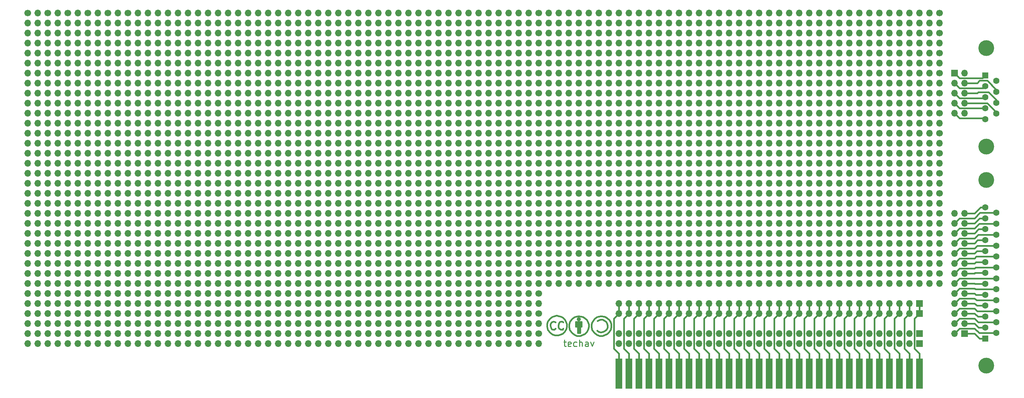
<source format=gbr>
%TF.GenerationSoftware,KiCad,Pcbnew,(5.1.6)-1*%
%TF.CreationDate,2020-12-12T21:33:40-06:00*%
%TF.ProjectId,ISA-Proto_20201212,4953412d-5072-46f7-946f-5f3230323031,rev?*%
%TF.SameCoordinates,Original*%
%TF.FileFunction,Copper,L1,Top*%
%TF.FilePolarity,Positive*%
%FSLAX46Y46*%
G04 Gerber Fmt 4.6, Leading zero omitted, Abs format (unit mm)*
G04 Created by KiCad (PCBNEW (5.1.6)-1) date 2020-12-12 21:33:40*
%MOMM*%
%LPD*%
G01*
G04 APERTURE LIST*
%TA.AperFunction,NonConductor*%
%ADD10C,0.254000*%
%TD*%
%TA.AperFunction,EtchedComponent*%
%ADD11C,0.381000*%
%TD*%
%TA.AperFunction,ComponentPad*%
%ADD12O,1.700000X1.700000*%
%TD*%
%TA.AperFunction,ComponentPad*%
%ADD13R,1.700000X1.700000*%
%TD*%
%TA.AperFunction,ComponentPad*%
%ADD14C,1.700000*%
%TD*%
%TA.AperFunction,ComponentPad*%
%ADD15C,4.000000*%
%TD*%
%TA.AperFunction,ComponentPad*%
%ADD16C,1.600000*%
%TD*%
%TA.AperFunction,ComponentPad*%
%ADD17R,1.600000X1.600000*%
%TD*%
%TA.AperFunction,ConnectorPad*%
%ADD18R,1.780000X7.620000*%
%TD*%
%TA.AperFunction,Conductor*%
%ADD19C,0.406400*%
%TD*%
G04 APERTURE END LIST*
D10*
X159977666Y-136806214D02*
X160606619Y-136806214D01*
X160213523Y-136255880D02*
X160213523Y-137671023D01*
X160292142Y-137828261D01*
X160449380Y-137906880D01*
X160606619Y-137906880D01*
X161785904Y-137828261D02*
X161628666Y-137906880D01*
X161314190Y-137906880D01*
X161156952Y-137828261D01*
X161078333Y-137671023D01*
X161078333Y-137042071D01*
X161156952Y-136884833D01*
X161314190Y-136806214D01*
X161628666Y-136806214D01*
X161785904Y-136884833D01*
X161864523Y-137042071D01*
X161864523Y-137199309D01*
X161078333Y-137356547D01*
X163279666Y-137828261D02*
X163122428Y-137906880D01*
X162807952Y-137906880D01*
X162650714Y-137828261D01*
X162572095Y-137749642D01*
X162493476Y-137592404D01*
X162493476Y-137120690D01*
X162572095Y-136963452D01*
X162650714Y-136884833D01*
X162807952Y-136806214D01*
X163122428Y-136806214D01*
X163279666Y-136884833D01*
X163987238Y-137906880D02*
X163987238Y-136255880D01*
X164694809Y-137906880D02*
X164694809Y-137042071D01*
X164616190Y-136884833D01*
X164458952Y-136806214D01*
X164223095Y-136806214D01*
X164065857Y-136884833D01*
X163987238Y-136963452D01*
X166188571Y-137906880D02*
X166188571Y-137042071D01*
X166109952Y-136884833D01*
X165952714Y-136806214D01*
X165638238Y-136806214D01*
X165481000Y-136884833D01*
X166188571Y-137828261D02*
X166031333Y-137906880D01*
X165638238Y-137906880D01*
X165481000Y-137828261D01*
X165402380Y-137671023D01*
X165402380Y-137513785D01*
X165481000Y-137356547D01*
X165638238Y-137277928D01*
X166031333Y-137277928D01*
X166188571Y-137199309D01*
X166817523Y-136806214D02*
X167210619Y-137906880D01*
X167603714Y-136806214D01*
D11*
%TO.C,REF\u002A\u002A*%
X159865200Y-131814900D02*
X159766140Y-131715840D01*
X159766140Y-131715840D02*
X159565480Y-131614240D01*
X159565480Y-131614240D02*
X159265760Y-131614240D01*
X159265760Y-131614240D02*
X158966040Y-131715840D01*
X158966040Y-131715840D02*
X158765380Y-132114620D01*
X158765380Y-132114620D02*
X158663780Y-132615000D01*
X158663780Y-132615000D02*
X158663780Y-133013780D01*
X158663780Y-133013780D02*
X158864440Y-133415100D01*
X158864440Y-133415100D02*
X159265760Y-133615760D01*
X159265760Y-133615760D02*
X159463880Y-133615760D01*
X159463880Y-133615760D02*
X159766140Y-133615760D01*
X159766140Y-133615760D02*
X159865200Y-133415100D01*
X157866220Y-131814900D02*
X157764620Y-131715840D01*
X157764620Y-131715840D02*
X157464900Y-131614240D01*
X157464900Y-131614240D02*
X157066120Y-131715840D01*
X157066120Y-131715840D02*
X156763860Y-131913960D01*
X156763860Y-131913960D02*
X156664800Y-132315280D01*
X156664800Y-132315280D02*
X156664800Y-132714060D01*
X156664800Y-132714060D02*
X156763860Y-133214440D01*
X156763860Y-133214440D02*
X156964520Y-133514160D01*
X156964520Y-133514160D02*
X157264240Y-133615760D01*
X157264240Y-133615760D02*
X157665560Y-133615760D01*
X157665560Y-133615760D02*
X157866220Y-133415100D01*
X158265000Y-130115640D02*
X158165940Y-130115640D01*
X158165940Y-130115640D02*
X157563960Y-130214700D01*
X157563960Y-130214700D02*
X157066120Y-130415360D01*
X157066120Y-130415360D02*
X156565740Y-130814140D01*
X156565740Y-130814140D02*
X156065360Y-131416120D01*
X156065360Y-131416120D02*
X155864700Y-131814900D01*
X155864700Y-131814900D02*
X155765640Y-132315280D01*
X155765640Y-132315280D02*
X155765640Y-132914720D01*
X155765640Y-132914720D02*
X155963760Y-133714820D01*
X155963760Y-133714820D02*
X156565740Y-134415860D01*
X156565740Y-134415860D02*
X157066120Y-134814640D01*
X157066120Y-134814640D02*
X157764620Y-135114360D01*
X157764620Y-135114360D02*
X158564720Y-135114360D01*
X158564720Y-135114360D02*
X159164160Y-134916240D01*
X159164160Y-134916240D02*
X159766140Y-134613980D01*
X159766140Y-134613980D02*
X160263980Y-134116140D01*
X160263980Y-134116140D02*
X160665300Y-133415100D01*
X160665300Y-133415100D02*
X160764360Y-132815660D01*
X160764360Y-132815660D02*
X160764360Y-132216220D01*
X160764360Y-132216220D02*
X160566240Y-131614240D01*
X160566240Y-131614240D02*
X160263980Y-131113860D01*
X160263980Y-131113860D02*
X159766140Y-130616020D01*
X159766140Y-130616020D02*
X159265760Y-130313760D01*
X159265760Y-130313760D02*
X158864440Y-130214700D01*
X158864440Y-130214700D02*
X158265000Y-130115640D01*
X168445180Y-133913880D02*
X168945560Y-134216140D01*
X168945560Y-134216140D02*
X169445940Y-134315200D01*
X169445940Y-134315200D02*
X169943780Y-134216140D01*
X169943780Y-134216140D02*
X170444160Y-134015480D01*
X170444160Y-134015480D02*
X170845480Y-133614160D01*
X170845480Y-133614160D02*
X171145200Y-133113780D01*
X171145200Y-133113780D02*
X171145200Y-132715000D01*
X171145200Y-132715000D02*
X171046140Y-132214620D01*
X171046140Y-132214620D02*
X170743880Y-131714240D01*
X170743880Y-131714240D02*
X170444160Y-131414520D01*
X170444160Y-131414520D02*
X169844720Y-131114800D01*
X169844720Y-131114800D02*
X169445940Y-131114800D01*
X169445940Y-131114800D02*
X169044620Y-131213860D01*
X169044620Y-131213860D02*
X168544240Y-131414520D01*
X169545000Y-130215640D02*
X169445940Y-130215640D01*
X169445940Y-130215640D02*
X168843960Y-130314700D01*
X168843960Y-130314700D02*
X168346120Y-130515360D01*
X168346120Y-130515360D02*
X167845740Y-130914140D01*
X167845740Y-130914140D02*
X167345360Y-131516120D01*
X167345360Y-131516120D02*
X167144700Y-131914900D01*
X167144700Y-131914900D02*
X167045640Y-132415280D01*
X167045640Y-132415280D02*
X167045640Y-133014720D01*
X167045640Y-133014720D02*
X167243760Y-133814820D01*
X167243760Y-133814820D02*
X167845740Y-134515860D01*
X167845740Y-134515860D02*
X168346120Y-134914640D01*
X168346120Y-134914640D02*
X169044620Y-135214360D01*
X169044620Y-135214360D02*
X169844720Y-135214360D01*
X169844720Y-135214360D02*
X170444160Y-135016240D01*
X170444160Y-135016240D02*
X171046140Y-134713980D01*
X171046140Y-134713980D02*
X171543980Y-134216140D01*
X171543980Y-134216140D02*
X171945300Y-133515100D01*
X171945300Y-133515100D02*
X172044360Y-132915660D01*
X172044360Y-132915660D02*
X172044360Y-132316220D01*
X172044360Y-132316220D02*
X171846240Y-131714240D01*
X171846240Y-131714240D02*
X171543980Y-131213860D01*
X171543980Y-131213860D02*
X171046140Y-130716020D01*
X171046140Y-130716020D02*
X170545760Y-130413760D01*
X170545760Y-130413760D02*
X170144440Y-130314700D01*
X170144440Y-130314700D02*
X169545000Y-130215640D01*
X163830000Y-130815080D02*
X163830000Y-131213860D01*
X163128960Y-132013960D02*
X164429440Y-132013960D01*
X164330380Y-132316220D02*
X163128960Y-132316220D01*
X163029900Y-132615940D02*
X164330380Y-132615940D01*
X163830000Y-133014720D02*
X163830000Y-134315200D01*
X163929060Y-134515860D02*
X164129720Y-134515860D01*
X164129720Y-134515860D02*
X164129720Y-132915660D01*
X163530280Y-133014720D02*
X163530280Y-134515860D01*
X163530280Y-134515860D02*
X164030660Y-134515860D01*
X163029900Y-131714240D02*
X164531040Y-131714240D01*
X164531040Y-131714240D02*
X164531040Y-132915660D01*
X164531040Y-132915660D02*
X163029900Y-132915660D01*
X163029900Y-132915660D02*
X163029900Y-131714240D01*
X164145666Y-131015740D02*
G75*
G03*
X164145666Y-131015740I-315666J0D01*
G01*
X163830000Y-130215640D02*
X163730940Y-130215640D01*
X163730940Y-130215640D02*
X163128960Y-130314700D01*
X163128960Y-130314700D02*
X162631120Y-130515360D01*
X162631120Y-130515360D02*
X162130740Y-130914140D01*
X162130740Y-130914140D02*
X161630360Y-131516120D01*
X161630360Y-131516120D02*
X161429700Y-131914900D01*
X161429700Y-131914900D02*
X161330640Y-132415280D01*
X161330640Y-132415280D02*
X161330640Y-133014720D01*
X161330640Y-133014720D02*
X161528760Y-133814820D01*
X161528760Y-133814820D02*
X162130740Y-134515860D01*
X162130740Y-134515860D02*
X162631120Y-134914640D01*
X162631120Y-134914640D02*
X163329620Y-135214360D01*
X163329620Y-135214360D02*
X164129720Y-135214360D01*
X164129720Y-135214360D02*
X164729160Y-135016240D01*
X164729160Y-135016240D02*
X165331140Y-134713980D01*
X165331140Y-134713980D02*
X165828980Y-134216140D01*
X165828980Y-134216140D02*
X166230300Y-133515100D01*
X166230300Y-133515100D02*
X166329360Y-132915660D01*
X166329360Y-132915660D02*
X166329360Y-132316220D01*
X166329360Y-132316220D02*
X166131240Y-131714240D01*
X166131240Y-131714240D02*
X165828980Y-131213860D01*
X165828980Y-131213860D02*
X165331140Y-130716020D01*
X165331140Y-130716020D02*
X164830760Y-130413760D01*
X164830760Y-130413760D02*
X164429440Y-130314700D01*
X164429440Y-130314700D02*
X163830000Y-130215640D01*
%TD*%
D12*
%TO.P,REF\u002A\u002A,10*%
%TO.N,N/C*%
X261620000Y-78740000D03*
%TO.P,REF\u002A\u002A,9*%
X259080000Y-78740000D03*
%TO.P,REF\u002A\u002A,8*%
X261620000Y-76200000D03*
%TO.P,REF\u002A\u002A,7*%
X259080000Y-76200000D03*
%TO.P,REF\u002A\u002A,6*%
X261620000Y-73660000D03*
%TO.P,REF\u002A\u002A,5*%
X259080000Y-73660000D03*
%TO.P,REF\u002A\u002A,4*%
X261620000Y-71120000D03*
%TO.P,REF\u002A\u002A,3*%
X259080000Y-71120000D03*
%TO.P,REF\u002A\u002A,2*%
X261620000Y-68580000D03*
D13*
%TO.P,REF\u002A\u002A,1*%
X259080000Y-68580000D03*
%TD*%
D12*
%TO.P,REF\u002A\u002A,26*%
%TO.N,N/C*%
X259080000Y-104140000D03*
%TO.P,REF\u002A\u002A,25*%
X261620000Y-104140000D03*
%TO.P,REF\u002A\u002A,24*%
X259080000Y-106680000D03*
%TO.P,REF\u002A\u002A,23*%
X261620000Y-106680000D03*
%TO.P,REF\u002A\u002A,22*%
X259080000Y-109220000D03*
%TO.P,REF\u002A\u002A,21*%
X261620000Y-109220000D03*
%TO.P,REF\u002A\u002A,20*%
X259080000Y-111760000D03*
%TO.P,REF\u002A\u002A,19*%
X261620000Y-111760000D03*
%TO.P,REF\u002A\u002A,18*%
X259080000Y-114300000D03*
%TO.P,REF\u002A\u002A,17*%
X261620000Y-114300000D03*
%TO.P,REF\u002A\u002A,16*%
X259080000Y-116840000D03*
%TO.P,REF\u002A\u002A,15*%
X261620000Y-116840000D03*
%TO.P,REF\u002A\u002A,14*%
X259080000Y-119380000D03*
%TO.P,REF\u002A\u002A,13*%
X261620000Y-119380000D03*
%TO.P,REF\u002A\u002A,12*%
X259080000Y-121920000D03*
%TO.P,REF\u002A\u002A,11*%
X261620000Y-121920000D03*
%TO.P,REF\u002A\u002A,10*%
X259080000Y-124460000D03*
%TO.P,REF\u002A\u002A,9*%
X261620000Y-124460000D03*
%TO.P,REF\u002A\u002A,8*%
X259080000Y-127000000D03*
%TO.P,REF\u002A\u002A,7*%
X261620000Y-127000000D03*
%TO.P,REF\u002A\u002A,6*%
X259080000Y-129540000D03*
%TO.P,REF\u002A\u002A,5*%
X261620000Y-129540000D03*
%TO.P,REF\u002A\u002A,4*%
X259080000Y-132080000D03*
%TO.P,REF\u002A\u002A,3*%
X261620000Y-132080000D03*
%TO.P,REF\u002A\u002A,2*%
X259080000Y-134620000D03*
D13*
%TO.P,REF\u002A\u002A,1*%
X261620000Y-134620000D03*
%TD*%
D12*
%TO.P,REF\u002A\u002A,80*%
%TO.N,N/C*%
X54610000Y-101600000D03*
%TO.P,REF\u002A\u002A,79*%
X54610000Y-99060000D03*
%TO.P,REF\u002A\u002A,78*%
X57150000Y-101600000D03*
%TO.P,REF\u002A\u002A,77*%
X57150000Y-99060000D03*
%TO.P,REF\u002A\u002A,76*%
X59690000Y-101600000D03*
%TO.P,REF\u002A\u002A,75*%
X59690000Y-99060000D03*
%TO.P,REF\u002A\u002A,74*%
X62230000Y-101600000D03*
%TO.P,REF\u002A\u002A,73*%
X62230000Y-99060000D03*
%TO.P,REF\u002A\u002A,72*%
X64770000Y-101600000D03*
%TO.P,REF\u002A\u002A,71*%
X64770000Y-99060000D03*
%TO.P,REF\u002A\u002A,70*%
X67310000Y-101600000D03*
%TO.P,REF\u002A\u002A,69*%
X67310000Y-99060000D03*
%TO.P,REF\u002A\u002A,68*%
X69850000Y-101600000D03*
%TO.P,REF\u002A\u002A,67*%
X69850000Y-99060000D03*
%TO.P,REF\u002A\u002A,66*%
X72390000Y-101600000D03*
%TO.P,REF\u002A\u002A,65*%
X72390000Y-99060000D03*
%TO.P,REF\u002A\u002A,64*%
X74930000Y-101600000D03*
%TO.P,REF\u002A\u002A,63*%
X74930000Y-99060000D03*
%TO.P,REF\u002A\u002A,62*%
X77470000Y-101600000D03*
%TO.P,REF\u002A\u002A,61*%
X77470000Y-99060000D03*
%TO.P,REF\u002A\u002A,60*%
X80010000Y-101600000D03*
%TO.P,REF\u002A\u002A,59*%
X80010000Y-99060000D03*
%TO.P,REF\u002A\u002A,58*%
X82550000Y-101600000D03*
%TO.P,REF\u002A\u002A,57*%
X82550000Y-99060000D03*
%TO.P,REF\u002A\u002A,56*%
X85090000Y-101600000D03*
%TO.P,REF\u002A\u002A,55*%
X85090000Y-99060000D03*
%TO.P,REF\u002A\u002A,54*%
X87630000Y-101600000D03*
%TO.P,REF\u002A\u002A,53*%
X87630000Y-99060000D03*
%TO.P,REF\u002A\u002A,52*%
X90170000Y-101600000D03*
%TO.P,REF\u002A\u002A,51*%
X90170000Y-99060000D03*
%TO.P,REF\u002A\u002A,50*%
X92710000Y-101600000D03*
%TO.P,REF\u002A\u002A,49*%
X92710000Y-99060000D03*
%TO.P,REF\u002A\u002A,48*%
X95250000Y-101600000D03*
%TO.P,REF\u002A\u002A,47*%
X95250000Y-99060000D03*
%TO.P,REF\u002A\u002A,46*%
X97790000Y-101600000D03*
%TO.P,REF\u002A\u002A,45*%
X97790000Y-99060000D03*
%TO.P,REF\u002A\u002A,44*%
X100330000Y-101600000D03*
%TO.P,REF\u002A\u002A,43*%
X100330000Y-99060000D03*
%TO.P,REF\u002A\u002A,42*%
X102870000Y-101600000D03*
%TO.P,REF\u002A\u002A,41*%
X102870000Y-99060000D03*
%TO.P,REF\u002A\u002A,40*%
X105410000Y-101600000D03*
%TO.P,REF\u002A\u002A,39*%
X105410000Y-99060000D03*
%TO.P,REF\u002A\u002A,38*%
X107950000Y-101600000D03*
%TO.P,REF\u002A\u002A,37*%
X107950000Y-99060000D03*
%TO.P,REF\u002A\u002A,36*%
X110490000Y-101600000D03*
%TO.P,REF\u002A\u002A,35*%
X110490000Y-99060000D03*
%TO.P,REF\u002A\u002A,34*%
X113030000Y-101600000D03*
%TO.P,REF\u002A\u002A,33*%
X113030000Y-99060000D03*
%TO.P,REF\u002A\u002A,32*%
X115570000Y-101600000D03*
%TO.P,REF\u002A\u002A,31*%
X115570000Y-99060000D03*
%TO.P,REF\u002A\u002A,30*%
X118110000Y-101600000D03*
%TO.P,REF\u002A\u002A,29*%
X118110000Y-99060000D03*
%TO.P,REF\u002A\u002A,28*%
X120650000Y-101600000D03*
%TO.P,REF\u002A\u002A,27*%
X120650000Y-99060000D03*
%TO.P,REF\u002A\u002A,26*%
X123190000Y-101600000D03*
%TO.P,REF\u002A\u002A,25*%
X123190000Y-99060000D03*
%TO.P,REF\u002A\u002A,24*%
X125730000Y-101600000D03*
%TO.P,REF\u002A\u002A,23*%
X125730000Y-99060000D03*
%TO.P,REF\u002A\u002A,22*%
X128270000Y-101600000D03*
%TO.P,REF\u002A\u002A,21*%
X128270000Y-99060000D03*
%TO.P,REF\u002A\u002A,20*%
X130810000Y-101600000D03*
%TO.P,REF\u002A\u002A,19*%
X130810000Y-99060000D03*
%TO.P,REF\u002A\u002A,18*%
X133350000Y-101600000D03*
%TO.P,REF\u002A\u002A,17*%
X133350000Y-99060000D03*
%TO.P,REF\u002A\u002A,16*%
X135890000Y-101600000D03*
%TO.P,REF\u002A\u002A,15*%
X135890000Y-99060000D03*
%TO.P,REF\u002A\u002A,14*%
X138430000Y-101600000D03*
%TO.P,REF\u002A\u002A,13*%
X138430000Y-99060000D03*
%TO.P,REF\u002A\u002A,12*%
X140970000Y-101600000D03*
%TO.P,REF\u002A\u002A,11*%
X140970000Y-99060000D03*
%TO.P,REF\u002A\u002A,10*%
X143510000Y-101600000D03*
%TO.P,REF\u002A\u002A,9*%
X143510000Y-99060000D03*
%TO.P,REF\u002A\u002A,8*%
X146050000Y-101600000D03*
%TO.P,REF\u002A\u002A,7*%
X146050000Y-99060000D03*
%TO.P,REF\u002A\u002A,6*%
X148590000Y-101600000D03*
%TO.P,REF\u002A\u002A,5*%
X148590000Y-99060000D03*
%TO.P,REF\u002A\u002A,4*%
X151130000Y-101600000D03*
%TO.P,REF\u002A\u002A,3*%
X151130000Y-99060000D03*
%TO.P,REF\u002A\u002A,2*%
X153670000Y-101600000D03*
D14*
%TO.P,REF\u002A\u002A,1*%
X153670000Y-99060000D03*
%TD*%
D12*
%TO.P,REF\u002A\u002A,80*%
%TO.N,N/C*%
X54610000Y-96520000D03*
%TO.P,REF\u002A\u002A,79*%
X54610000Y-93980000D03*
%TO.P,REF\u002A\u002A,78*%
X57150000Y-96520000D03*
%TO.P,REF\u002A\u002A,77*%
X57150000Y-93980000D03*
%TO.P,REF\u002A\u002A,76*%
X59690000Y-96520000D03*
%TO.P,REF\u002A\u002A,75*%
X59690000Y-93980000D03*
%TO.P,REF\u002A\u002A,74*%
X62230000Y-96520000D03*
%TO.P,REF\u002A\u002A,73*%
X62230000Y-93980000D03*
%TO.P,REF\u002A\u002A,72*%
X64770000Y-96520000D03*
%TO.P,REF\u002A\u002A,71*%
X64770000Y-93980000D03*
%TO.P,REF\u002A\u002A,70*%
X67310000Y-96520000D03*
%TO.P,REF\u002A\u002A,69*%
X67310000Y-93980000D03*
%TO.P,REF\u002A\u002A,68*%
X69850000Y-96520000D03*
%TO.P,REF\u002A\u002A,67*%
X69850000Y-93980000D03*
%TO.P,REF\u002A\u002A,66*%
X72390000Y-96520000D03*
%TO.P,REF\u002A\u002A,65*%
X72390000Y-93980000D03*
%TO.P,REF\u002A\u002A,64*%
X74930000Y-96520000D03*
%TO.P,REF\u002A\u002A,63*%
X74930000Y-93980000D03*
%TO.P,REF\u002A\u002A,62*%
X77470000Y-96520000D03*
%TO.P,REF\u002A\u002A,61*%
X77470000Y-93980000D03*
%TO.P,REF\u002A\u002A,60*%
X80010000Y-96520000D03*
%TO.P,REF\u002A\u002A,59*%
X80010000Y-93980000D03*
%TO.P,REF\u002A\u002A,58*%
X82550000Y-96520000D03*
%TO.P,REF\u002A\u002A,57*%
X82550000Y-93980000D03*
%TO.P,REF\u002A\u002A,56*%
X85090000Y-96520000D03*
%TO.P,REF\u002A\u002A,55*%
X85090000Y-93980000D03*
%TO.P,REF\u002A\u002A,54*%
X87630000Y-96520000D03*
%TO.P,REF\u002A\u002A,53*%
X87630000Y-93980000D03*
%TO.P,REF\u002A\u002A,52*%
X90170000Y-96520000D03*
%TO.P,REF\u002A\u002A,51*%
X90170000Y-93980000D03*
%TO.P,REF\u002A\u002A,50*%
X92710000Y-96520000D03*
%TO.P,REF\u002A\u002A,49*%
X92710000Y-93980000D03*
%TO.P,REF\u002A\u002A,48*%
X95250000Y-96520000D03*
%TO.P,REF\u002A\u002A,47*%
X95250000Y-93980000D03*
%TO.P,REF\u002A\u002A,46*%
X97790000Y-96520000D03*
%TO.P,REF\u002A\u002A,45*%
X97790000Y-93980000D03*
%TO.P,REF\u002A\u002A,44*%
X100330000Y-96520000D03*
%TO.P,REF\u002A\u002A,43*%
X100330000Y-93980000D03*
%TO.P,REF\u002A\u002A,42*%
X102870000Y-96520000D03*
%TO.P,REF\u002A\u002A,41*%
X102870000Y-93980000D03*
%TO.P,REF\u002A\u002A,40*%
X105410000Y-96520000D03*
%TO.P,REF\u002A\u002A,39*%
X105410000Y-93980000D03*
%TO.P,REF\u002A\u002A,38*%
X107950000Y-96520000D03*
%TO.P,REF\u002A\u002A,37*%
X107950000Y-93980000D03*
%TO.P,REF\u002A\u002A,36*%
X110490000Y-96520000D03*
%TO.P,REF\u002A\u002A,35*%
X110490000Y-93980000D03*
%TO.P,REF\u002A\u002A,34*%
X113030000Y-96520000D03*
%TO.P,REF\u002A\u002A,33*%
X113030000Y-93980000D03*
%TO.P,REF\u002A\u002A,32*%
X115570000Y-96520000D03*
%TO.P,REF\u002A\u002A,31*%
X115570000Y-93980000D03*
%TO.P,REF\u002A\u002A,30*%
X118110000Y-96520000D03*
%TO.P,REF\u002A\u002A,29*%
X118110000Y-93980000D03*
%TO.P,REF\u002A\u002A,28*%
X120650000Y-96520000D03*
%TO.P,REF\u002A\u002A,27*%
X120650000Y-93980000D03*
%TO.P,REF\u002A\u002A,26*%
X123190000Y-96520000D03*
%TO.P,REF\u002A\u002A,25*%
X123190000Y-93980000D03*
%TO.P,REF\u002A\u002A,24*%
X125730000Y-96520000D03*
%TO.P,REF\u002A\u002A,23*%
X125730000Y-93980000D03*
%TO.P,REF\u002A\u002A,22*%
X128270000Y-96520000D03*
%TO.P,REF\u002A\u002A,21*%
X128270000Y-93980000D03*
%TO.P,REF\u002A\u002A,20*%
X130810000Y-96520000D03*
%TO.P,REF\u002A\u002A,19*%
X130810000Y-93980000D03*
%TO.P,REF\u002A\u002A,18*%
X133350000Y-96520000D03*
%TO.P,REF\u002A\u002A,17*%
X133350000Y-93980000D03*
%TO.P,REF\u002A\u002A,16*%
X135890000Y-96520000D03*
%TO.P,REF\u002A\u002A,15*%
X135890000Y-93980000D03*
%TO.P,REF\u002A\u002A,14*%
X138430000Y-96520000D03*
%TO.P,REF\u002A\u002A,13*%
X138430000Y-93980000D03*
%TO.P,REF\u002A\u002A,12*%
X140970000Y-96520000D03*
%TO.P,REF\u002A\u002A,11*%
X140970000Y-93980000D03*
%TO.P,REF\u002A\u002A,10*%
X143510000Y-96520000D03*
%TO.P,REF\u002A\u002A,9*%
X143510000Y-93980000D03*
%TO.P,REF\u002A\u002A,8*%
X146050000Y-96520000D03*
%TO.P,REF\u002A\u002A,7*%
X146050000Y-93980000D03*
%TO.P,REF\u002A\u002A,6*%
X148590000Y-96520000D03*
%TO.P,REF\u002A\u002A,5*%
X148590000Y-93980000D03*
%TO.P,REF\u002A\u002A,4*%
X151130000Y-96520000D03*
%TO.P,REF\u002A\u002A,3*%
X151130000Y-93980000D03*
%TO.P,REF\u002A\u002A,2*%
X153670000Y-96520000D03*
D14*
%TO.P,REF\u002A\u002A,1*%
X153670000Y-93980000D03*
%TD*%
D12*
%TO.P,REF\u002A\u002A,80*%
%TO.N,N/C*%
X54610000Y-116840000D03*
%TO.P,REF\u002A\u002A,79*%
X54610000Y-114300000D03*
%TO.P,REF\u002A\u002A,78*%
X57150000Y-116840000D03*
%TO.P,REF\u002A\u002A,77*%
X57150000Y-114300000D03*
%TO.P,REF\u002A\u002A,76*%
X59690000Y-116840000D03*
%TO.P,REF\u002A\u002A,75*%
X59690000Y-114300000D03*
%TO.P,REF\u002A\u002A,74*%
X62230000Y-116840000D03*
%TO.P,REF\u002A\u002A,73*%
X62230000Y-114300000D03*
%TO.P,REF\u002A\u002A,72*%
X64770000Y-116840000D03*
%TO.P,REF\u002A\u002A,71*%
X64770000Y-114300000D03*
%TO.P,REF\u002A\u002A,70*%
X67310000Y-116840000D03*
%TO.P,REF\u002A\u002A,69*%
X67310000Y-114300000D03*
%TO.P,REF\u002A\u002A,68*%
X69850000Y-116840000D03*
%TO.P,REF\u002A\u002A,67*%
X69850000Y-114300000D03*
%TO.P,REF\u002A\u002A,66*%
X72390000Y-116840000D03*
%TO.P,REF\u002A\u002A,65*%
X72390000Y-114300000D03*
%TO.P,REF\u002A\u002A,64*%
X74930000Y-116840000D03*
%TO.P,REF\u002A\u002A,63*%
X74930000Y-114300000D03*
%TO.P,REF\u002A\u002A,62*%
X77470000Y-116840000D03*
%TO.P,REF\u002A\u002A,61*%
X77470000Y-114300000D03*
%TO.P,REF\u002A\u002A,60*%
X80010000Y-116840000D03*
%TO.P,REF\u002A\u002A,59*%
X80010000Y-114300000D03*
%TO.P,REF\u002A\u002A,58*%
X82550000Y-116840000D03*
%TO.P,REF\u002A\u002A,57*%
X82550000Y-114300000D03*
%TO.P,REF\u002A\u002A,56*%
X85090000Y-116840000D03*
%TO.P,REF\u002A\u002A,55*%
X85090000Y-114300000D03*
%TO.P,REF\u002A\u002A,54*%
X87630000Y-116840000D03*
%TO.P,REF\u002A\u002A,53*%
X87630000Y-114300000D03*
%TO.P,REF\u002A\u002A,52*%
X90170000Y-116840000D03*
%TO.P,REF\u002A\u002A,51*%
X90170000Y-114300000D03*
%TO.P,REF\u002A\u002A,50*%
X92710000Y-116840000D03*
%TO.P,REF\u002A\u002A,49*%
X92710000Y-114300000D03*
%TO.P,REF\u002A\u002A,48*%
X95250000Y-116840000D03*
%TO.P,REF\u002A\u002A,47*%
X95250000Y-114300000D03*
%TO.P,REF\u002A\u002A,46*%
X97790000Y-116840000D03*
%TO.P,REF\u002A\u002A,45*%
X97790000Y-114300000D03*
%TO.P,REF\u002A\u002A,44*%
X100330000Y-116840000D03*
%TO.P,REF\u002A\u002A,43*%
X100330000Y-114300000D03*
%TO.P,REF\u002A\u002A,42*%
X102870000Y-116840000D03*
%TO.P,REF\u002A\u002A,41*%
X102870000Y-114300000D03*
%TO.P,REF\u002A\u002A,40*%
X105410000Y-116840000D03*
%TO.P,REF\u002A\u002A,39*%
X105410000Y-114300000D03*
%TO.P,REF\u002A\u002A,38*%
X107950000Y-116840000D03*
%TO.P,REF\u002A\u002A,37*%
X107950000Y-114300000D03*
%TO.P,REF\u002A\u002A,36*%
X110490000Y-116840000D03*
%TO.P,REF\u002A\u002A,35*%
X110490000Y-114300000D03*
%TO.P,REF\u002A\u002A,34*%
X113030000Y-116840000D03*
%TO.P,REF\u002A\u002A,33*%
X113030000Y-114300000D03*
%TO.P,REF\u002A\u002A,32*%
X115570000Y-116840000D03*
%TO.P,REF\u002A\u002A,31*%
X115570000Y-114300000D03*
%TO.P,REF\u002A\u002A,30*%
X118110000Y-116840000D03*
%TO.P,REF\u002A\u002A,29*%
X118110000Y-114300000D03*
%TO.P,REF\u002A\u002A,28*%
X120650000Y-116840000D03*
%TO.P,REF\u002A\u002A,27*%
X120650000Y-114300000D03*
%TO.P,REF\u002A\u002A,26*%
X123190000Y-116840000D03*
%TO.P,REF\u002A\u002A,25*%
X123190000Y-114300000D03*
%TO.P,REF\u002A\u002A,24*%
X125730000Y-116840000D03*
%TO.P,REF\u002A\u002A,23*%
X125730000Y-114300000D03*
%TO.P,REF\u002A\u002A,22*%
X128270000Y-116840000D03*
%TO.P,REF\u002A\u002A,21*%
X128270000Y-114300000D03*
%TO.P,REF\u002A\u002A,20*%
X130810000Y-116840000D03*
%TO.P,REF\u002A\u002A,19*%
X130810000Y-114300000D03*
%TO.P,REF\u002A\u002A,18*%
X133350000Y-116840000D03*
%TO.P,REF\u002A\u002A,17*%
X133350000Y-114300000D03*
%TO.P,REF\u002A\u002A,16*%
X135890000Y-116840000D03*
%TO.P,REF\u002A\u002A,15*%
X135890000Y-114300000D03*
%TO.P,REF\u002A\u002A,14*%
X138430000Y-116840000D03*
%TO.P,REF\u002A\u002A,13*%
X138430000Y-114300000D03*
%TO.P,REF\u002A\u002A,12*%
X140970000Y-116840000D03*
%TO.P,REF\u002A\u002A,11*%
X140970000Y-114300000D03*
%TO.P,REF\u002A\u002A,10*%
X143510000Y-116840000D03*
%TO.P,REF\u002A\u002A,9*%
X143510000Y-114300000D03*
%TO.P,REF\u002A\u002A,8*%
X146050000Y-116840000D03*
%TO.P,REF\u002A\u002A,7*%
X146050000Y-114300000D03*
%TO.P,REF\u002A\u002A,6*%
X148590000Y-116840000D03*
%TO.P,REF\u002A\u002A,5*%
X148590000Y-114300000D03*
%TO.P,REF\u002A\u002A,4*%
X151130000Y-116840000D03*
%TO.P,REF\u002A\u002A,3*%
X151130000Y-114300000D03*
%TO.P,REF\u002A\u002A,2*%
X153670000Y-116840000D03*
D14*
%TO.P,REF\u002A\u002A,1*%
X153670000Y-114300000D03*
%TD*%
D12*
%TO.P,REF\u002A\u002A,80*%
%TO.N,N/C*%
X54610000Y-55880000D03*
%TO.P,REF\u002A\u002A,79*%
X54610000Y-53340000D03*
%TO.P,REF\u002A\u002A,78*%
X57150000Y-55880000D03*
%TO.P,REF\u002A\u002A,77*%
X57150000Y-53340000D03*
%TO.P,REF\u002A\u002A,76*%
X59690000Y-55880000D03*
%TO.P,REF\u002A\u002A,75*%
X59690000Y-53340000D03*
%TO.P,REF\u002A\u002A,74*%
X62230000Y-55880000D03*
%TO.P,REF\u002A\u002A,73*%
X62230000Y-53340000D03*
%TO.P,REF\u002A\u002A,72*%
X64770000Y-55880000D03*
%TO.P,REF\u002A\u002A,71*%
X64770000Y-53340000D03*
%TO.P,REF\u002A\u002A,70*%
X67310000Y-55880000D03*
%TO.P,REF\u002A\u002A,69*%
X67310000Y-53340000D03*
%TO.P,REF\u002A\u002A,68*%
X69850000Y-55880000D03*
%TO.P,REF\u002A\u002A,67*%
X69850000Y-53340000D03*
%TO.P,REF\u002A\u002A,66*%
X72390000Y-55880000D03*
%TO.P,REF\u002A\u002A,65*%
X72390000Y-53340000D03*
%TO.P,REF\u002A\u002A,64*%
X74930000Y-55880000D03*
%TO.P,REF\u002A\u002A,63*%
X74930000Y-53340000D03*
%TO.P,REF\u002A\u002A,62*%
X77470000Y-55880000D03*
%TO.P,REF\u002A\u002A,61*%
X77470000Y-53340000D03*
%TO.P,REF\u002A\u002A,60*%
X80010000Y-55880000D03*
%TO.P,REF\u002A\u002A,59*%
X80010000Y-53340000D03*
%TO.P,REF\u002A\u002A,58*%
X82550000Y-55880000D03*
%TO.P,REF\u002A\u002A,57*%
X82550000Y-53340000D03*
%TO.P,REF\u002A\u002A,56*%
X85090000Y-55880000D03*
%TO.P,REF\u002A\u002A,55*%
X85090000Y-53340000D03*
%TO.P,REF\u002A\u002A,54*%
X87630000Y-55880000D03*
%TO.P,REF\u002A\u002A,53*%
X87630000Y-53340000D03*
%TO.P,REF\u002A\u002A,52*%
X90170000Y-55880000D03*
%TO.P,REF\u002A\u002A,51*%
X90170000Y-53340000D03*
%TO.P,REF\u002A\u002A,50*%
X92710000Y-55880000D03*
%TO.P,REF\u002A\u002A,49*%
X92710000Y-53340000D03*
%TO.P,REF\u002A\u002A,48*%
X95250000Y-55880000D03*
%TO.P,REF\u002A\u002A,47*%
X95250000Y-53340000D03*
%TO.P,REF\u002A\u002A,46*%
X97790000Y-55880000D03*
%TO.P,REF\u002A\u002A,45*%
X97790000Y-53340000D03*
%TO.P,REF\u002A\u002A,44*%
X100330000Y-55880000D03*
%TO.P,REF\u002A\u002A,43*%
X100330000Y-53340000D03*
%TO.P,REF\u002A\u002A,42*%
X102870000Y-55880000D03*
%TO.P,REF\u002A\u002A,41*%
X102870000Y-53340000D03*
%TO.P,REF\u002A\u002A,40*%
X105410000Y-55880000D03*
%TO.P,REF\u002A\u002A,39*%
X105410000Y-53340000D03*
%TO.P,REF\u002A\u002A,38*%
X107950000Y-55880000D03*
%TO.P,REF\u002A\u002A,37*%
X107950000Y-53340000D03*
%TO.P,REF\u002A\u002A,36*%
X110490000Y-55880000D03*
%TO.P,REF\u002A\u002A,35*%
X110490000Y-53340000D03*
%TO.P,REF\u002A\u002A,34*%
X113030000Y-55880000D03*
%TO.P,REF\u002A\u002A,33*%
X113030000Y-53340000D03*
%TO.P,REF\u002A\u002A,32*%
X115570000Y-55880000D03*
%TO.P,REF\u002A\u002A,31*%
X115570000Y-53340000D03*
%TO.P,REF\u002A\u002A,30*%
X118110000Y-55880000D03*
%TO.P,REF\u002A\u002A,29*%
X118110000Y-53340000D03*
%TO.P,REF\u002A\u002A,28*%
X120650000Y-55880000D03*
%TO.P,REF\u002A\u002A,27*%
X120650000Y-53340000D03*
%TO.P,REF\u002A\u002A,26*%
X123190000Y-55880000D03*
%TO.P,REF\u002A\u002A,25*%
X123190000Y-53340000D03*
%TO.P,REF\u002A\u002A,24*%
X125730000Y-55880000D03*
%TO.P,REF\u002A\u002A,23*%
X125730000Y-53340000D03*
%TO.P,REF\u002A\u002A,22*%
X128270000Y-55880000D03*
%TO.P,REF\u002A\u002A,21*%
X128270000Y-53340000D03*
%TO.P,REF\u002A\u002A,20*%
X130810000Y-55880000D03*
%TO.P,REF\u002A\u002A,19*%
X130810000Y-53340000D03*
%TO.P,REF\u002A\u002A,18*%
X133350000Y-55880000D03*
%TO.P,REF\u002A\u002A,17*%
X133350000Y-53340000D03*
%TO.P,REF\u002A\u002A,16*%
X135890000Y-55880000D03*
%TO.P,REF\u002A\u002A,15*%
X135890000Y-53340000D03*
%TO.P,REF\u002A\u002A,14*%
X138430000Y-55880000D03*
%TO.P,REF\u002A\u002A,13*%
X138430000Y-53340000D03*
%TO.P,REF\u002A\u002A,12*%
X140970000Y-55880000D03*
%TO.P,REF\u002A\u002A,11*%
X140970000Y-53340000D03*
%TO.P,REF\u002A\u002A,10*%
X143510000Y-55880000D03*
%TO.P,REF\u002A\u002A,9*%
X143510000Y-53340000D03*
%TO.P,REF\u002A\u002A,8*%
X146050000Y-55880000D03*
%TO.P,REF\u002A\u002A,7*%
X146050000Y-53340000D03*
%TO.P,REF\u002A\u002A,6*%
X148590000Y-55880000D03*
%TO.P,REF\u002A\u002A,5*%
X148590000Y-53340000D03*
%TO.P,REF\u002A\u002A,4*%
X151130000Y-55880000D03*
%TO.P,REF\u002A\u002A,3*%
X151130000Y-53340000D03*
%TO.P,REF\u002A\u002A,2*%
X153670000Y-55880000D03*
D14*
%TO.P,REF\u002A\u002A,1*%
X153670000Y-53340000D03*
%TD*%
D12*
%TO.P,REF\u002A\u002A,80*%
%TO.N,N/C*%
X54610000Y-60960000D03*
%TO.P,REF\u002A\u002A,79*%
X54610000Y-58420000D03*
%TO.P,REF\u002A\u002A,78*%
X57150000Y-60960000D03*
%TO.P,REF\u002A\u002A,77*%
X57150000Y-58420000D03*
%TO.P,REF\u002A\u002A,76*%
X59690000Y-60960000D03*
%TO.P,REF\u002A\u002A,75*%
X59690000Y-58420000D03*
%TO.P,REF\u002A\u002A,74*%
X62230000Y-60960000D03*
%TO.P,REF\u002A\u002A,73*%
X62230000Y-58420000D03*
%TO.P,REF\u002A\u002A,72*%
X64770000Y-60960000D03*
%TO.P,REF\u002A\u002A,71*%
X64770000Y-58420000D03*
%TO.P,REF\u002A\u002A,70*%
X67310000Y-60960000D03*
%TO.P,REF\u002A\u002A,69*%
X67310000Y-58420000D03*
%TO.P,REF\u002A\u002A,68*%
X69850000Y-60960000D03*
%TO.P,REF\u002A\u002A,67*%
X69850000Y-58420000D03*
%TO.P,REF\u002A\u002A,66*%
X72390000Y-60960000D03*
%TO.P,REF\u002A\u002A,65*%
X72390000Y-58420000D03*
%TO.P,REF\u002A\u002A,64*%
X74930000Y-60960000D03*
%TO.P,REF\u002A\u002A,63*%
X74930000Y-58420000D03*
%TO.P,REF\u002A\u002A,62*%
X77470000Y-60960000D03*
%TO.P,REF\u002A\u002A,61*%
X77470000Y-58420000D03*
%TO.P,REF\u002A\u002A,60*%
X80010000Y-60960000D03*
%TO.P,REF\u002A\u002A,59*%
X80010000Y-58420000D03*
%TO.P,REF\u002A\u002A,58*%
X82550000Y-60960000D03*
%TO.P,REF\u002A\u002A,57*%
X82550000Y-58420000D03*
%TO.P,REF\u002A\u002A,56*%
X85090000Y-60960000D03*
%TO.P,REF\u002A\u002A,55*%
X85090000Y-58420000D03*
%TO.P,REF\u002A\u002A,54*%
X87630000Y-60960000D03*
%TO.P,REF\u002A\u002A,53*%
X87630000Y-58420000D03*
%TO.P,REF\u002A\u002A,52*%
X90170000Y-60960000D03*
%TO.P,REF\u002A\u002A,51*%
X90170000Y-58420000D03*
%TO.P,REF\u002A\u002A,50*%
X92710000Y-60960000D03*
%TO.P,REF\u002A\u002A,49*%
X92710000Y-58420000D03*
%TO.P,REF\u002A\u002A,48*%
X95250000Y-60960000D03*
%TO.P,REF\u002A\u002A,47*%
X95250000Y-58420000D03*
%TO.P,REF\u002A\u002A,46*%
X97790000Y-60960000D03*
%TO.P,REF\u002A\u002A,45*%
X97790000Y-58420000D03*
%TO.P,REF\u002A\u002A,44*%
X100330000Y-60960000D03*
%TO.P,REF\u002A\u002A,43*%
X100330000Y-58420000D03*
%TO.P,REF\u002A\u002A,42*%
X102870000Y-60960000D03*
%TO.P,REF\u002A\u002A,41*%
X102870000Y-58420000D03*
%TO.P,REF\u002A\u002A,40*%
X105410000Y-60960000D03*
%TO.P,REF\u002A\u002A,39*%
X105410000Y-58420000D03*
%TO.P,REF\u002A\u002A,38*%
X107950000Y-60960000D03*
%TO.P,REF\u002A\u002A,37*%
X107950000Y-58420000D03*
%TO.P,REF\u002A\u002A,36*%
X110490000Y-60960000D03*
%TO.P,REF\u002A\u002A,35*%
X110490000Y-58420000D03*
%TO.P,REF\u002A\u002A,34*%
X113030000Y-60960000D03*
%TO.P,REF\u002A\u002A,33*%
X113030000Y-58420000D03*
%TO.P,REF\u002A\u002A,32*%
X115570000Y-60960000D03*
%TO.P,REF\u002A\u002A,31*%
X115570000Y-58420000D03*
%TO.P,REF\u002A\u002A,30*%
X118110000Y-60960000D03*
%TO.P,REF\u002A\u002A,29*%
X118110000Y-58420000D03*
%TO.P,REF\u002A\u002A,28*%
X120650000Y-60960000D03*
%TO.P,REF\u002A\u002A,27*%
X120650000Y-58420000D03*
%TO.P,REF\u002A\u002A,26*%
X123190000Y-60960000D03*
%TO.P,REF\u002A\u002A,25*%
X123190000Y-58420000D03*
%TO.P,REF\u002A\u002A,24*%
X125730000Y-60960000D03*
%TO.P,REF\u002A\u002A,23*%
X125730000Y-58420000D03*
%TO.P,REF\u002A\u002A,22*%
X128270000Y-60960000D03*
%TO.P,REF\u002A\u002A,21*%
X128270000Y-58420000D03*
%TO.P,REF\u002A\u002A,20*%
X130810000Y-60960000D03*
%TO.P,REF\u002A\u002A,19*%
X130810000Y-58420000D03*
%TO.P,REF\u002A\u002A,18*%
X133350000Y-60960000D03*
%TO.P,REF\u002A\u002A,17*%
X133350000Y-58420000D03*
%TO.P,REF\u002A\u002A,16*%
X135890000Y-60960000D03*
%TO.P,REF\u002A\u002A,15*%
X135890000Y-58420000D03*
%TO.P,REF\u002A\u002A,14*%
X138430000Y-60960000D03*
%TO.P,REF\u002A\u002A,13*%
X138430000Y-58420000D03*
%TO.P,REF\u002A\u002A,12*%
X140970000Y-60960000D03*
%TO.P,REF\u002A\u002A,11*%
X140970000Y-58420000D03*
%TO.P,REF\u002A\u002A,10*%
X143510000Y-60960000D03*
%TO.P,REF\u002A\u002A,9*%
X143510000Y-58420000D03*
%TO.P,REF\u002A\u002A,8*%
X146050000Y-60960000D03*
%TO.P,REF\u002A\u002A,7*%
X146050000Y-58420000D03*
%TO.P,REF\u002A\u002A,6*%
X148590000Y-60960000D03*
%TO.P,REF\u002A\u002A,5*%
X148590000Y-58420000D03*
%TO.P,REF\u002A\u002A,4*%
X151130000Y-60960000D03*
%TO.P,REF\u002A\u002A,3*%
X151130000Y-58420000D03*
%TO.P,REF\u002A\u002A,2*%
X153670000Y-60960000D03*
D14*
%TO.P,REF\u002A\u002A,1*%
X153670000Y-58420000D03*
%TD*%
%TO.P,REF\u002A\u002A,1*%
%TO.N,N/C*%
X153670000Y-73660000D03*
D12*
%TO.P,REF\u002A\u002A,2*%
X153670000Y-76200000D03*
%TO.P,REF\u002A\u002A,3*%
X151130000Y-73660000D03*
%TO.P,REF\u002A\u002A,4*%
X151130000Y-76200000D03*
%TO.P,REF\u002A\u002A,5*%
X148590000Y-73660000D03*
%TO.P,REF\u002A\u002A,6*%
X148590000Y-76200000D03*
%TO.P,REF\u002A\u002A,7*%
X146050000Y-73660000D03*
%TO.P,REF\u002A\u002A,8*%
X146050000Y-76200000D03*
%TO.P,REF\u002A\u002A,9*%
X143510000Y-73660000D03*
%TO.P,REF\u002A\u002A,10*%
X143510000Y-76200000D03*
%TO.P,REF\u002A\u002A,11*%
X140970000Y-73660000D03*
%TO.P,REF\u002A\u002A,12*%
X140970000Y-76200000D03*
%TO.P,REF\u002A\u002A,13*%
X138430000Y-73660000D03*
%TO.P,REF\u002A\u002A,14*%
X138430000Y-76200000D03*
%TO.P,REF\u002A\u002A,15*%
X135890000Y-73660000D03*
%TO.P,REF\u002A\u002A,16*%
X135890000Y-76200000D03*
%TO.P,REF\u002A\u002A,17*%
X133350000Y-73660000D03*
%TO.P,REF\u002A\u002A,18*%
X133350000Y-76200000D03*
%TO.P,REF\u002A\u002A,19*%
X130810000Y-73660000D03*
%TO.P,REF\u002A\u002A,20*%
X130810000Y-76200000D03*
%TO.P,REF\u002A\u002A,21*%
X128270000Y-73660000D03*
%TO.P,REF\u002A\u002A,22*%
X128270000Y-76200000D03*
%TO.P,REF\u002A\u002A,23*%
X125730000Y-73660000D03*
%TO.P,REF\u002A\u002A,24*%
X125730000Y-76200000D03*
%TO.P,REF\u002A\u002A,25*%
X123190000Y-73660000D03*
%TO.P,REF\u002A\u002A,26*%
X123190000Y-76200000D03*
%TO.P,REF\u002A\u002A,27*%
X120650000Y-73660000D03*
%TO.P,REF\u002A\u002A,28*%
X120650000Y-76200000D03*
%TO.P,REF\u002A\u002A,29*%
X118110000Y-73660000D03*
%TO.P,REF\u002A\u002A,30*%
X118110000Y-76200000D03*
%TO.P,REF\u002A\u002A,31*%
X115570000Y-73660000D03*
%TO.P,REF\u002A\u002A,32*%
X115570000Y-76200000D03*
%TO.P,REF\u002A\u002A,33*%
X113030000Y-73660000D03*
%TO.P,REF\u002A\u002A,34*%
X113030000Y-76200000D03*
%TO.P,REF\u002A\u002A,35*%
X110490000Y-73660000D03*
%TO.P,REF\u002A\u002A,36*%
X110490000Y-76200000D03*
%TO.P,REF\u002A\u002A,37*%
X107950000Y-73660000D03*
%TO.P,REF\u002A\u002A,38*%
X107950000Y-76200000D03*
%TO.P,REF\u002A\u002A,39*%
X105410000Y-73660000D03*
%TO.P,REF\u002A\u002A,40*%
X105410000Y-76200000D03*
%TO.P,REF\u002A\u002A,41*%
X102870000Y-73660000D03*
%TO.P,REF\u002A\u002A,42*%
X102870000Y-76200000D03*
%TO.P,REF\u002A\u002A,43*%
X100330000Y-73660000D03*
%TO.P,REF\u002A\u002A,44*%
X100330000Y-76200000D03*
%TO.P,REF\u002A\u002A,45*%
X97790000Y-73660000D03*
%TO.P,REF\u002A\u002A,46*%
X97790000Y-76200000D03*
%TO.P,REF\u002A\u002A,47*%
X95250000Y-73660000D03*
%TO.P,REF\u002A\u002A,48*%
X95250000Y-76200000D03*
%TO.P,REF\u002A\u002A,49*%
X92710000Y-73660000D03*
%TO.P,REF\u002A\u002A,50*%
X92710000Y-76200000D03*
%TO.P,REF\u002A\u002A,51*%
X90170000Y-73660000D03*
%TO.P,REF\u002A\u002A,52*%
X90170000Y-76200000D03*
%TO.P,REF\u002A\u002A,53*%
X87630000Y-73660000D03*
%TO.P,REF\u002A\u002A,54*%
X87630000Y-76200000D03*
%TO.P,REF\u002A\u002A,55*%
X85090000Y-73660000D03*
%TO.P,REF\u002A\u002A,56*%
X85090000Y-76200000D03*
%TO.P,REF\u002A\u002A,57*%
X82550000Y-73660000D03*
%TO.P,REF\u002A\u002A,58*%
X82550000Y-76200000D03*
%TO.P,REF\u002A\u002A,59*%
X80010000Y-73660000D03*
%TO.P,REF\u002A\u002A,60*%
X80010000Y-76200000D03*
%TO.P,REF\u002A\u002A,61*%
X77470000Y-73660000D03*
%TO.P,REF\u002A\u002A,62*%
X77470000Y-76200000D03*
%TO.P,REF\u002A\u002A,63*%
X74930000Y-73660000D03*
%TO.P,REF\u002A\u002A,64*%
X74930000Y-76200000D03*
%TO.P,REF\u002A\u002A,65*%
X72390000Y-73660000D03*
%TO.P,REF\u002A\u002A,66*%
X72390000Y-76200000D03*
%TO.P,REF\u002A\u002A,67*%
X69850000Y-73660000D03*
%TO.P,REF\u002A\u002A,68*%
X69850000Y-76200000D03*
%TO.P,REF\u002A\u002A,69*%
X67310000Y-73660000D03*
%TO.P,REF\u002A\u002A,70*%
X67310000Y-76200000D03*
%TO.P,REF\u002A\u002A,71*%
X64770000Y-73660000D03*
%TO.P,REF\u002A\u002A,72*%
X64770000Y-76200000D03*
%TO.P,REF\u002A\u002A,73*%
X62230000Y-73660000D03*
%TO.P,REF\u002A\u002A,74*%
X62230000Y-76200000D03*
%TO.P,REF\u002A\u002A,75*%
X59690000Y-73660000D03*
%TO.P,REF\u002A\u002A,76*%
X59690000Y-76200000D03*
%TO.P,REF\u002A\u002A,77*%
X57150000Y-73660000D03*
%TO.P,REF\u002A\u002A,78*%
X57150000Y-76200000D03*
%TO.P,REF\u002A\u002A,79*%
X54610000Y-73660000D03*
%TO.P,REF\u002A\u002A,80*%
X54610000Y-76200000D03*
%TD*%
D14*
%TO.P,REF\u002A\u002A,1*%
%TO.N,N/C*%
X153670000Y-63500000D03*
D12*
%TO.P,REF\u002A\u002A,2*%
X153670000Y-66040000D03*
%TO.P,REF\u002A\u002A,3*%
X151130000Y-63500000D03*
%TO.P,REF\u002A\u002A,4*%
X151130000Y-66040000D03*
%TO.P,REF\u002A\u002A,5*%
X148590000Y-63500000D03*
%TO.P,REF\u002A\u002A,6*%
X148590000Y-66040000D03*
%TO.P,REF\u002A\u002A,7*%
X146050000Y-63500000D03*
%TO.P,REF\u002A\u002A,8*%
X146050000Y-66040000D03*
%TO.P,REF\u002A\u002A,9*%
X143510000Y-63500000D03*
%TO.P,REF\u002A\u002A,10*%
X143510000Y-66040000D03*
%TO.P,REF\u002A\u002A,11*%
X140970000Y-63500000D03*
%TO.P,REF\u002A\u002A,12*%
X140970000Y-66040000D03*
%TO.P,REF\u002A\u002A,13*%
X138430000Y-63500000D03*
%TO.P,REF\u002A\u002A,14*%
X138430000Y-66040000D03*
%TO.P,REF\u002A\u002A,15*%
X135890000Y-63500000D03*
%TO.P,REF\u002A\u002A,16*%
X135890000Y-66040000D03*
%TO.P,REF\u002A\u002A,17*%
X133350000Y-63500000D03*
%TO.P,REF\u002A\u002A,18*%
X133350000Y-66040000D03*
%TO.P,REF\u002A\u002A,19*%
X130810000Y-63500000D03*
%TO.P,REF\u002A\u002A,20*%
X130810000Y-66040000D03*
%TO.P,REF\u002A\u002A,21*%
X128270000Y-63500000D03*
%TO.P,REF\u002A\u002A,22*%
X128270000Y-66040000D03*
%TO.P,REF\u002A\u002A,23*%
X125730000Y-63500000D03*
%TO.P,REF\u002A\u002A,24*%
X125730000Y-66040000D03*
%TO.P,REF\u002A\u002A,25*%
X123190000Y-63500000D03*
%TO.P,REF\u002A\u002A,26*%
X123190000Y-66040000D03*
%TO.P,REF\u002A\u002A,27*%
X120650000Y-63500000D03*
%TO.P,REF\u002A\u002A,28*%
X120650000Y-66040000D03*
%TO.P,REF\u002A\u002A,29*%
X118110000Y-63500000D03*
%TO.P,REF\u002A\u002A,30*%
X118110000Y-66040000D03*
%TO.P,REF\u002A\u002A,31*%
X115570000Y-63500000D03*
%TO.P,REF\u002A\u002A,32*%
X115570000Y-66040000D03*
%TO.P,REF\u002A\u002A,33*%
X113030000Y-63500000D03*
%TO.P,REF\u002A\u002A,34*%
X113030000Y-66040000D03*
%TO.P,REF\u002A\u002A,35*%
X110490000Y-63500000D03*
%TO.P,REF\u002A\u002A,36*%
X110490000Y-66040000D03*
%TO.P,REF\u002A\u002A,37*%
X107950000Y-63500000D03*
%TO.P,REF\u002A\u002A,38*%
X107950000Y-66040000D03*
%TO.P,REF\u002A\u002A,39*%
X105410000Y-63500000D03*
%TO.P,REF\u002A\u002A,40*%
X105410000Y-66040000D03*
%TO.P,REF\u002A\u002A,41*%
X102870000Y-63500000D03*
%TO.P,REF\u002A\u002A,42*%
X102870000Y-66040000D03*
%TO.P,REF\u002A\u002A,43*%
X100330000Y-63500000D03*
%TO.P,REF\u002A\u002A,44*%
X100330000Y-66040000D03*
%TO.P,REF\u002A\u002A,45*%
X97790000Y-63500000D03*
%TO.P,REF\u002A\u002A,46*%
X97790000Y-66040000D03*
%TO.P,REF\u002A\u002A,47*%
X95250000Y-63500000D03*
%TO.P,REF\u002A\u002A,48*%
X95250000Y-66040000D03*
%TO.P,REF\u002A\u002A,49*%
X92710000Y-63500000D03*
%TO.P,REF\u002A\u002A,50*%
X92710000Y-66040000D03*
%TO.P,REF\u002A\u002A,51*%
X90170000Y-63500000D03*
%TO.P,REF\u002A\u002A,52*%
X90170000Y-66040000D03*
%TO.P,REF\u002A\u002A,53*%
X87630000Y-63500000D03*
%TO.P,REF\u002A\u002A,54*%
X87630000Y-66040000D03*
%TO.P,REF\u002A\u002A,55*%
X85090000Y-63500000D03*
%TO.P,REF\u002A\u002A,56*%
X85090000Y-66040000D03*
%TO.P,REF\u002A\u002A,57*%
X82550000Y-63500000D03*
%TO.P,REF\u002A\u002A,58*%
X82550000Y-66040000D03*
%TO.P,REF\u002A\u002A,59*%
X80010000Y-63500000D03*
%TO.P,REF\u002A\u002A,60*%
X80010000Y-66040000D03*
%TO.P,REF\u002A\u002A,61*%
X77470000Y-63500000D03*
%TO.P,REF\u002A\u002A,62*%
X77470000Y-66040000D03*
%TO.P,REF\u002A\u002A,63*%
X74930000Y-63500000D03*
%TO.P,REF\u002A\u002A,64*%
X74930000Y-66040000D03*
%TO.P,REF\u002A\u002A,65*%
X72390000Y-63500000D03*
%TO.P,REF\u002A\u002A,66*%
X72390000Y-66040000D03*
%TO.P,REF\u002A\u002A,67*%
X69850000Y-63500000D03*
%TO.P,REF\u002A\u002A,68*%
X69850000Y-66040000D03*
%TO.P,REF\u002A\u002A,69*%
X67310000Y-63500000D03*
%TO.P,REF\u002A\u002A,70*%
X67310000Y-66040000D03*
%TO.P,REF\u002A\u002A,71*%
X64770000Y-63500000D03*
%TO.P,REF\u002A\u002A,72*%
X64770000Y-66040000D03*
%TO.P,REF\u002A\u002A,73*%
X62230000Y-63500000D03*
%TO.P,REF\u002A\u002A,74*%
X62230000Y-66040000D03*
%TO.P,REF\u002A\u002A,75*%
X59690000Y-63500000D03*
%TO.P,REF\u002A\u002A,76*%
X59690000Y-66040000D03*
%TO.P,REF\u002A\u002A,77*%
X57150000Y-63500000D03*
%TO.P,REF\u002A\u002A,78*%
X57150000Y-66040000D03*
%TO.P,REF\u002A\u002A,79*%
X54610000Y-63500000D03*
%TO.P,REF\u002A\u002A,80*%
X54610000Y-66040000D03*
%TD*%
%TO.P,REF\u002A\u002A,80*%
%TO.N,N/C*%
X54610000Y-111760000D03*
%TO.P,REF\u002A\u002A,79*%
X54610000Y-109220000D03*
%TO.P,REF\u002A\u002A,78*%
X57150000Y-111760000D03*
%TO.P,REF\u002A\u002A,77*%
X57150000Y-109220000D03*
%TO.P,REF\u002A\u002A,76*%
X59690000Y-111760000D03*
%TO.P,REF\u002A\u002A,75*%
X59690000Y-109220000D03*
%TO.P,REF\u002A\u002A,74*%
X62230000Y-111760000D03*
%TO.P,REF\u002A\u002A,73*%
X62230000Y-109220000D03*
%TO.P,REF\u002A\u002A,72*%
X64770000Y-111760000D03*
%TO.P,REF\u002A\u002A,71*%
X64770000Y-109220000D03*
%TO.P,REF\u002A\u002A,70*%
X67310000Y-111760000D03*
%TO.P,REF\u002A\u002A,69*%
X67310000Y-109220000D03*
%TO.P,REF\u002A\u002A,68*%
X69850000Y-111760000D03*
%TO.P,REF\u002A\u002A,67*%
X69850000Y-109220000D03*
%TO.P,REF\u002A\u002A,66*%
X72390000Y-111760000D03*
%TO.P,REF\u002A\u002A,65*%
X72390000Y-109220000D03*
%TO.P,REF\u002A\u002A,64*%
X74930000Y-111760000D03*
%TO.P,REF\u002A\u002A,63*%
X74930000Y-109220000D03*
%TO.P,REF\u002A\u002A,62*%
X77470000Y-111760000D03*
%TO.P,REF\u002A\u002A,61*%
X77470000Y-109220000D03*
%TO.P,REF\u002A\u002A,60*%
X80010000Y-111760000D03*
%TO.P,REF\u002A\u002A,59*%
X80010000Y-109220000D03*
%TO.P,REF\u002A\u002A,58*%
X82550000Y-111760000D03*
%TO.P,REF\u002A\u002A,57*%
X82550000Y-109220000D03*
%TO.P,REF\u002A\u002A,56*%
X85090000Y-111760000D03*
%TO.P,REF\u002A\u002A,55*%
X85090000Y-109220000D03*
%TO.P,REF\u002A\u002A,54*%
X87630000Y-111760000D03*
%TO.P,REF\u002A\u002A,53*%
X87630000Y-109220000D03*
%TO.P,REF\u002A\u002A,52*%
X90170000Y-111760000D03*
%TO.P,REF\u002A\u002A,51*%
X90170000Y-109220000D03*
%TO.P,REF\u002A\u002A,50*%
X92710000Y-111760000D03*
%TO.P,REF\u002A\u002A,49*%
X92710000Y-109220000D03*
%TO.P,REF\u002A\u002A,48*%
X95250000Y-111760000D03*
%TO.P,REF\u002A\u002A,47*%
X95250000Y-109220000D03*
%TO.P,REF\u002A\u002A,46*%
X97790000Y-111760000D03*
%TO.P,REF\u002A\u002A,45*%
X97790000Y-109220000D03*
%TO.P,REF\u002A\u002A,44*%
X100330000Y-111760000D03*
%TO.P,REF\u002A\u002A,43*%
X100330000Y-109220000D03*
%TO.P,REF\u002A\u002A,42*%
X102870000Y-111760000D03*
%TO.P,REF\u002A\u002A,41*%
X102870000Y-109220000D03*
%TO.P,REF\u002A\u002A,40*%
X105410000Y-111760000D03*
%TO.P,REF\u002A\u002A,39*%
X105410000Y-109220000D03*
%TO.P,REF\u002A\u002A,38*%
X107950000Y-111760000D03*
%TO.P,REF\u002A\u002A,37*%
X107950000Y-109220000D03*
%TO.P,REF\u002A\u002A,36*%
X110490000Y-111760000D03*
%TO.P,REF\u002A\u002A,35*%
X110490000Y-109220000D03*
%TO.P,REF\u002A\u002A,34*%
X113030000Y-111760000D03*
%TO.P,REF\u002A\u002A,33*%
X113030000Y-109220000D03*
%TO.P,REF\u002A\u002A,32*%
X115570000Y-111760000D03*
%TO.P,REF\u002A\u002A,31*%
X115570000Y-109220000D03*
%TO.P,REF\u002A\u002A,30*%
X118110000Y-111760000D03*
%TO.P,REF\u002A\u002A,29*%
X118110000Y-109220000D03*
%TO.P,REF\u002A\u002A,28*%
X120650000Y-111760000D03*
%TO.P,REF\u002A\u002A,27*%
X120650000Y-109220000D03*
%TO.P,REF\u002A\u002A,26*%
X123190000Y-111760000D03*
%TO.P,REF\u002A\u002A,25*%
X123190000Y-109220000D03*
%TO.P,REF\u002A\u002A,24*%
X125730000Y-111760000D03*
%TO.P,REF\u002A\u002A,23*%
X125730000Y-109220000D03*
%TO.P,REF\u002A\u002A,22*%
X128270000Y-111760000D03*
%TO.P,REF\u002A\u002A,21*%
X128270000Y-109220000D03*
%TO.P,REF\u002A\u002A,20*%
X130810000Y-111760000D03*
%TO.P,REF\u002A\u002A,19*%
X130810000Y-109220000D03*
%TO.P,REF\u002A\u002A,18*%
X133350000Y-111760000D03*
%TO.P,REF\u002A\u002A,17*%
X133350000Y-109220000D03*
%TO.P,REF\u002A\u002A,16*%
X135890000Y-111760000D03*
%TO.P,REF\u002A\u002A,15*%
X135890000Y-109220000D03*
%TO.P,REF\u002A\u002A,14*%
X138430000Y-111760000D03*
%TO.P,REF\u002A\u002A,13*%
X138430000Y-109220000D03*
%TO.P,REF\u002A\u002A,12*%
X140970000Y-111760000D03*
%TO.P,REF\u002A\u002A,11*%
X140970000Y-109220000D03*
%TO.P,REF\u002A\u002A,10*%
X143510000Y-111760000D03*
%TO.P,REF\u002A\u002A,9*%
X143510000Y-109220000D03*
%TO.P,REF\u002A\u002A,8*%
X146050000Y-111760000D03*
%TO.P,REF\u002A\u002A,7*%
X146050000Y-109220000D03*
%TO.P,REF\u002A\u002A,6*%
X148590000Y-111760000D03*
%TO.P,REF\u002A\u002A,5*%
X148590000Y-109220000D03*
%TO.P,REF\u002A\u002A,4*%
X151130000Y-111760000D03*
%TO.P,REF\u002A\u002A,3*%
X151130000Y-109220000D03*
%TO.P,REF\u002A\u002A,2*%
X153670000Y-111760000D03*
D14*
%TO.P,REF\u002A\u002A,1*%
X153670000Y-109220000D03*
%TD*%
%TO.P,REF\u002A\u002A,1*%
%TO.N,N/C*%
X153670000Y-68580000D03*
D12*
%TO.P,REF\u002A\u002A,2*%
X153670000Y-71120000D03*
%TO.P,REF\u002A\u002A,3*%
X151130000Y-68580000D03*
%TO.P,REF\u002A\u002A,4*%
X151130000Y-71120000D03*
%TO.P,REF\u002A\u002A,5*%
X148590000Y-68580000D03*
%TO.P,REF\u002A\u002A,6*%
X148590000Y-71120000D03*
%TO.P,REF\u002A\u002A,7*%
X146050000Y-68580000D03*
%TO.P,REF\u002A\u002A,8*%
X146050000Y-71120000D03*
%TO.P,REF\u002A\u002A,9*%
X143510000Y-68580000D03*
%TO.P,REF\u002A\u002A,10*%
X143510000Y-71120000D03*
%TO.P,REF\u002A\u002A,11*%
X140970000Y-68580000D03*
%TO.P,REF\u002A\u002A,12*%
X140970000Y-71120000D03*
%TO.P,REF\u002A\u002A,13*%
X138430000Y-68580000D03*
%TO.P,REF\u002A\u002A,14*%
X138430000Y-71120000D03*
%TO.P,REF\u002A\u002A,15*%
X135890000Y-68580000D03*
%TO.P,REF\u002A\u002A,16*%
X135890000Y-71120000D03*
%TO.P,REF\u002A\u002A,17*%
X133350000Y-68580000D03*
%TO.P,REF\u002A\u002A,18*%
X133350000Y-71120000D03*
%TO.P,REF\u002A\u002A,19*%
X130810000Y-68580000D03*
%TO.P,REF\u002A\u002A,20*%
X130810000Y-71120000D03*
%TO.P,REF\u002A\u002A,21*%
X128270000Y-68580000D03*
%TO.P,REF\u002A\u002A,22*%
X128270000Y-71120000D03*
%TO.P,REF\u002A\u002A,23*%
X125730000Y-68580000D03*
%TO.P,REF\u002A\u002A,24*%
X125730000Y-71120000D03*
%TO.P,REF\u002A\u002A,25*%
X123190000Y-68580000D03*
%TO.P,REF\u002A\u002A,26*%
X123190000Y-71120000D03*
%TO.P,REF\u002A\u002A,27*%
X120650000Y-68580000D03*
%TO.P,REF\u002A\u002A,28*%
X120650000Y-71120000D03*
%TO.P,REF\u002A\u002A,29*%
X118110000Y-68580000D03*
%TO.P,REF\u002A\u002A,30*%
X118110000Y-71120000D03*
%TO.P,REF\u002A\u002A,31*%
X115570000Y-68580000D03*
%TO.P,REF\u002A\u002A,32*%
X115570000Y-71120000D03*
%TO.P,REF\u002A\u002A,33*%
X113030000Y-68580000D03*
%TO.P,REF\u002A\u002A,34*%
X113030000Y-71120000D03*
%TO.P,REF\u002A\u002A,35*%
X110490000Y-68580000D03*
%TO.P,REF\u002A\u002A,36*%
X110490000Y-71120000D03*
%TO.P,REF\u002A\u002A,37*%
X107950000Y-68580000D03*
%TO.P,REF\u002A\u002A,38*%
X107950000Y-71120000D03*
%TO.P,REF\u002A\u002A,39*%
X105410000Y-68580000D03*
%TO.P,REF\u002A\u002A,40*%
X105410000Y-71120000D03*
%TO.P,REF\u002A\u002A,41*%
X102870000Y-68580000D03*
%TO.P,REF\u002A\u002A,42*%
X102870000Y-71120000D03*
%TO.P,REF\u002A\u002A,43*%
X100330000Y-68580000D03*
%TO.P,REF\u002A\u002A,44*%
X100330000Y-71120000D03*
%TO.P,REF\u002A\u002A,45*%
X97790000Y-68580000D03*
%TO.P,REF\u002A\u002A,46*%
X97790000Y-71120000D03*
%TO.P,REF\u002A\u002A,47*%
X95250000Y-68580000D03*
%TO.P,REF\u002A\u002A,48*%
X95250000Y-71120000D03*
%TO.P,REF\u002A\u002A,49*%
X92710000Y-68580000D03*
%TO.P,REF\u002A\u002A,50*%
X92710000Y-71120000D03*
%TO.P,REF\u002A\u002A,51*%
X90170000Y-68580000D03*
%TO.P,REF\u002A\u002A,52*%
X90170000Y-71120000D03*
%TO.P,REF\u002A\u002A,53*%
X87630000Y-68580000D03*
%TO.P,REF\u002A\u002A,54*%
X87630000Y-71120000D03*
%TO.P,REF\u002A\u002A,55*%
X85090000Y-68580000D03*
%TO.P,REF\u002A\u002A,56*%
X85090000Y-71120000D03*
%TO.P,REF\u002A\u002A,57*%
X82550000Y-68580000D03*
%TO.P,REF\u002A\u002A,58*%
X82550000Y-71120000D03*
%TO.P,REF\u002A\u002A,59*%
X80010000Y-68580000D03*
%TO.P,REF\u002A\u002A,60*%
X80010000Y-71120000D03*
%TO.P,REF\u002A\u002A,61*%
X77470000Y-68580000D03*
%TO.P,REF\u002A\u002A,62*%
X77470000Y-71120000D03*
%TO.P,REF\u002A\u002A,63*%
X74930000Y-68580000D03*
%TO.P,REF\u002A\u002A,64*%
X74930000Y-71120000D03*
%TO.P,REF\u002A\u002A,65*%
X72390000Y-68580000D03*
%TO.P,REF\u002A\u002A,66*%
X72390000Y-71120000D03*
%TO.P,REF\u002A\u002A,67*%
X69850000Y-68580000D03*
%TO.P,REF\u002A\u002A,68*%
X69850000Y-71120000D03*
%TO.P,REF\u002A\u002A,69*%
X67310000Y-68580000D03*
%TO.P,REF\u002A\u002A,70*%
X67310000Y-71120000D03*
%TO.P,REF\u002A\u002A,71*%
X64770000Y-68580000D03*
%TO.P,REF\u002A\u002A,72*%
X64770000Y-71120000D03*
%TO.P,REF\u002A\u002A,73*%
X62230000Y-68580000D03*
%TO.P,REF\u002A\u002A,74*%
X62230000Y-71120000D03*
%TO.P,REF\u002A\u002A,75*%
X59690000Y-68580000D03*
%TO.P,REF\u002A\u002A,76*%
X59690000Y-71120000D03*
%TO.P,REF\u002A\u002A,77*%
X57150000Y-68580000D03*
%TO.P,REF\u002A\u002A,78*%
X57150000Y-71120000D03*
%TO.P,REF\u002A\u002A,79*%
X54610000Y-68580000D03*
%TO.P,REF\u002A\u002A,80*%
X54610000Y-71120000D03*
%TD*%
D14*
%TO.P,REF\u002A\u002A,1*%
%TO.N,N/C*%
X153670000Y-83820000D03*
D12*
%TO.P,REF\u002A\u002A,2*%
X153670000Y-86360000D03*
%TO.P,REF\u002A\u002A,3*%
X151130000Y-83820000D03*
%TO.P,REF\u002A\u002A,4*%
X151130000Y-86360000D03*
%TO.P,REF\u002A\u002A,5*%
X148590000Y-83820000D03*
%TO.P,REF\u002A\u002A,6*%
X148590000Y-86360000D03*
%TO.P,REF\u002A\u002A,7*%
X146050000Y-83820000D03*
%TO.P,REF\u002A\u002A,8*%
X146050000Y-86360000D03*
%TO.P,REF\u002A\u002A,9*%
X143510000Y-83820000D03*
%TO.P,REF\u002A\u002A,10*%
X143510000Y-86360000D03*
%TO.P,REF\u002A\u002A,11*%
X140970000Y-83820000D03*
%TO.P,REF\u002A\u002A,12*%
X140970000Y-86360000D03*
%TO.P,REF\u002A\u002A,13*%
X138430000Y-83820000D03*
%TO.P,REF\u002A\u002A,14*%
X138430000Y-86360000D03*
%TO.P,REF\u002A\u002A,15*%
X135890000Y-83820000D03*
%TO.P,REF\u002A\u002A,16*%
X135890000Y-86360000D03*
%TO.P,REF\u002A\u002A,17*%
X133350000Y-83820000D03*
%TO.P,REF\u002A\u002A,18*%
X133350000Y-86360000D03*
%TO.P,REF\u002A\u002A,19*%
X130810000Y-83820000D03*
%TO.P,REF\u002A\u002A,20*%
X130810000Y-86360000D03*
%TO.P,REF\u002A\u002A,21*%
X128270000Y-83820000D03*
%TO.P,REF\u002A\u002A,22*%
X128270000Y-86360000D03*
%TO.P,REF\u002A\u002A,23*%
X125730000Y-83820000D03*
%TO.P,REF\u002A\u002A,24*%
X125730000Y-86360000D03*
%TO.P,REF\u002A\u002A,25*%
X123190000Y-83820000D03*
%TO.P,REF\u002A\u002A,26*%
X123190000Y-86360000D03*
%TO.P,REF\u002A\u002A,27*%
X120650000Y-83820000D03*
%TO.P,REF\u002A\u002A,28*%
X120650000Y-86360000D03*
%TO.P,REF\u002A\u002A,29*%
X118110000Y-83820000D03*
%TO.P,REF\u002A\u002A,30*%
X118110000Y-86360000D03*
%TO.P,REF\u002A\u002A,31*%
X115570000Y-83820000D03*
%TO.P,REF\u002A\u002A,32*%
X115570000Y-86360000D03*
%TO.P,REF\u002A\u002A,33*%
X113030000Y-83820000D03*
%TO.P,REF\u002A\u002A,34*%
X113030000Y-86360000D03*
%TO.P,REF\u002A\u002A,35*%
X110490000Y-83820000D03*
%TO.P,REF\u002A\u002A,36*%
X110490000Y-86360000D03*
%TO.P,REF\u002A\u002A,37*%
X107950000Y-83820000D03*
%TO.P,REF\u002A\u002A,38*%
X107950000Y-86360000D03*
%TO.P,REF\u002A\u002A,39*%
X105410000Y-83820000D03*
%TO.P,REF\u002A\u002A,40*%
X105410000Y-86360000D03*
%TO.P,REF\u002A\u002A,41*%
X102870000Y-83820000D03*
%TO.P,REF\u002A\u002A,42*%
X102870000Y-86360000D03*
%TO.P,REF\u002A\u002A,43*%
X100330000Y-83820000D03*
%TO.P,REF\u002A\u002A,44*%
X100330000Y-86360000D03*
%TO.P,REF\u002A\u002A,45*%
X97790000Y-83820000D03*
%TO.P,REF\u002A\u002A,46*%
X97790000Y-86360000D03*
%TO.P,REF\u002A\u002A,47*%
X95250000Y-83820000D03*
%TO.P,REF\u002A\u002A,48*%
X95250000Y-86360000D03*
%TO.P,REF\u002A\u002A,49*%
X92710000Y-83820000D03*
%TO.P,REF\u002A\u002A,50*%
X92710000Y-86360000D03*
%TO.P,REF\u002A\u002A,51*%
X90170000Y-83820000D03*
%TO.P,REF\u002A\u002A,52*%
X90170000Y-86360000D03*
%TO.P,REF\u002A\u002A,53*%
X87630000Y-83820000D03*
%TO.P,REF\u002A\u002A,54*%
X87630000Y-86360000D03*
%TO.P,REF\u002A\u002A,55*%
X85090000Y-83820000D03*
%TO.P,REF\u002A\u002A,56*%
X85090000Y-86360000D03*
%TO.P,REF\u002A\u002A,57*%
X82550000Y-83820000D03*
%TO.P,REF\u002A\u002A,58*%
X82550000Y-86360000D03*
%TO.P,REF\u002A\u002A,59*%
X80010000Y-83820000D03*
%TO.P,REF\u002A\u002A,60*%
X80010000Y-86360000D03*
%TO.P,REF\u002A\u002A,61*%
X77470000Y-83820000D03*
%TO.P,REF\u002A\u002A,62*%
X77470000Y-86360000D03*
%TO.P,REF\u002A\u002A,63*%
X74930000Y-83820000D03*
%TO.P,REF\u002A\u002A,64*%
X74930000Y-86360000D03*
%TO.P,REF\u002A\u002A,65*%
X72390000Y-83820000D03*
%TO.P,REF\u002A\u002A,66*%
X72390000Y-86360000D03*
%TO.P,REF\u002A\u002A,67*%
X69850000Y-83820000D03*
%TO.P,REF\u002A\u002A,68*%
X69850000Y-86360000D03*
%TO.P,REF\u002A\u002A,69*%
X67310000Y-83820000D03*
%TO.P,REF\u002A\u002A,70*%
X67310000Y-86360000D03*
%TO.P,REF\u002A\u002A,71*%
X64770000Y-83820000D03*
%TO.P,REF\u002A\u002A,72*%
X64770000Y-86360000D03*
%TO.P,REF\u002A\u002A,73*%
X62230000Y-83820000D03*
%TO.P,REF\u002A\u002A,74*%
X62230000Y-86360000D03*
%TO.P,REF\u002A\u002A,75*%
X59690000Y-83820000D03*
%TO.P,REF\u002A\u002A,76*%
X59690000Y-86360000D03*
%TO.P,REF\u002A\u002A,77*%
X57150000Y-83820000D03*
%TO.P,REF\u002A\u002A,78*%
X57150000Y-86360000D03*
%TO.P,REF\u002A\u002A,79*%
X54610000Y-83820000D03*
%TO.P,REF\u002A\u002A,80*%
X54610000Y-86360000D03*
%TD*%
D14*
%TO.P,REF\u002A\u002A,1*%
%TO.N,N/C*%
X153670000Y-78740000D03*
D12*
%TO.P,REF\u002A\u002A,2*%
X153670000Y-81280000D03*
%TO.P,REF\u002A\u002A,3*%
X151130000Y-78740000D03*
%TO.P,REF\u002A\u002A,4*%
X151130000Y-81280000D03*
%TO.P,REF\u002A\u002A,5*%
X148590000Y-78740000D03*
%TO.P,REF\u002A\u002A,6*%
X148590000Y-81280000D03*
%TO.P,REF\u002A\u002A,7*%
X146050000Y-78740000D03*
%TO.P,REF\u002A\u002A,8*%
X146050000Y-81280000D03*
%TO.P,REF\u002A\u002A,9*%
X143510000Y-78740000D03*
%TO.P,REF\u002A\u002A,10*%
X143510000Y-81280000D03*
%TO.P,REF\u002A\u002A,11*%
X140970000Y-78740000D03*
%TO.P,REF\u002A\u002A,12*%
X140970000Y-81280000D03*
%TO.P,REF\u002A\u002A,13*%
X138430000Y-78740000D03*
%TO.P,REF\u002A\u002A,14*%
X138430000Y-81280000D03*
%TO.P,REF\u002A\u002A,15*%
X135890000Y-78740000D03*
%TO.P,REF\u002A\u002A,16*%
X135890000Y-81280000D03*
%TO.P,REF\u002A\u002A,17*%
X133350000Y-78740000D03*
%TO.P,REF\u002A\u002A,18*%
X133350000Y-81280000D03*
%TO.P,REF\u002A\u002A,19*%
X130810000Y-78740000D03*
%TO.P,REF\u002A\u002A,20*%
X130810000Y-81280000D03*
%TO.P,REF\u002A\u002A,21*%
X128270000Y-78740000D03*
%TO.P,REF\u002A\u002A,22*%
X128270000Y-81280000D03*
%TO.P,REF\u002A\u002A,23*%
X125730000Y-78740000D03*
%TO.P,REF\u002A\u002A,24*%
X125730000Y-81280000D03*
%TO.P,REF\u002A\u002A,25*%
X123190000Y-78740000D03*
%TO.P,REF\u002A\u002A,26*%
X123190000Y-81280000D03*
%TO.P,REF\u002A\u002A,27*%
X120650000Y-78740000D03*
%TO.P,REF\u002A\u002A,28*%
X120650000Y-81280000D03*
%TO.P,REF\u002A\u002A,29*%
X118110000Y-78740000D03*
%TO.P,REF\u002A\u002A,30*%
X118110000Y-81280000D03*
%TO.P,REF\u002A\u002A,31*%
X115570000Y-78740000D03*
%TO.P,REF\u002A\u002A,32*%
X115570000Y-81280000D03*
%TO.P,REF\u002A\u002A,33*%
X113030000Y-78740000D03*
%TO.P,REF\u002A\u002A,34*%
X113030000Y-81280000D03*
%TO.P,REF\u002A\u002A,35*%
X110490000Y-78740000D03*
%TO.P,REF\u002A\u002A,36*%
X110490000Y-81280000D03*
%TO.P,REF\u002A\u002A,37*%
X107950000Y-78740000D03*
%TO.P,REF\u002A\u002A,38*%
X107950000Y-81280000D03*
%TO.P,REF\u002A\u002A,39*%
X105410000Y-78740000D03*
%TO.P,REF\u002A\u002A,40*%
X105410000Y-81280000D03*
%TO.P,REF\u002A\u002A,41*%
X102870000Y-78740000D03*
%TO.P,REF\u002A\u002A,42*%
X102870000Y-81280000D03*
%TO.P,REF\u002A\u002A,43*%
X100330000Y-78740000D03*
%TO.P,REF\u002A\u002A,44*%
X100330000Y-81280000D03*
%TO.P,REF\u002A\u002A,45*%
X97790000Y-78740000D03*
%TO.P,REF\u002A\u002A,46*%
X97790000Y-81280000D03*
%TO.P,REF\u002A\u002A,47*%
X95250000Y-78740000D03*
%TO.P,REF\u002A\u002A,48*%
X95250000Y-81280000D03*
%TO.P,REF\u002A\u002A,49*%
X92710000Y-78740000D03*
%TO.P,REF\u002A\u002A,50*%
X92710000Y-81280000D03*
%TO.P,REF\u002A\u002A,51*%
X90170000Y-78740000D03*
%TO.P,REF\u002A\u002A,52*%
X90170000Y-81280000D03*
%TO.P,REF\u002A\u002A,53*%
X87630000Y-78740000D03*
%TO.P,REF\u002A\u002A,54*%
X87630000Y-81280000D03*
%TO.P,REF\u002A\u002A,55*%
X85090000Y-78740000D03*
%TO.P,REF\u002A\u002A,56*%
X85090000Y-81280000D03*
%TO.P,REF\u002A\u002A,57*%
X82550000Y-78740000D03*
%TO.P,REF\u002A\u002A,58*%
X82550000Y-81280000D03*
%TO.P,REF\u002A\u002A,59*%
X80010000Y-78740000D03*
%TO.P,REF\u002A\u002A,60*%
X80010000Y-81280000D03*
%TO.P,REF\u002A\u002A,61*%
X77470000Y-78740000D03*
%TO.P,REF\u002A\u002A,62*%
X77470000Y-81280000D03*
%TO.P,REF\u002A\u002A,63*%
X74930000Y-78740000D03*
%TO.P,REF\u002A\u002A,64*%
X74930000Y-81280000D03*
%TO.P,REF\u002A\u002A,65*%
X72390000Y-78740000D03*
%TO.P,REF\u002A\u002A,66*%
X72390000Y-81280000D03*
%TO.P,REF\u002A\u002A,67*%
X69850000Y-78740000D03*
%TO.P,REF\u002A\u002A,68*%
X69850000Y-81280000D03*
%TO.P,REF\u002A\u002A,69*%
X67310000Y-78740000D03*
%TO.P,REF\u002A\u002A,70*%
X67310000Y-81280000D03*
%TO.P,REF\u002A\u002A,71*%
X64770000Y-78740000D03*
%TO.P,REF\u002A\u002A,72*%
X64770000Y-81280000D03*
%TO.P,REF\u002A\u002A,73*%
X62230000Y-78740000D03*
%TO.P,REF\u002A\u002A,74*%
X62230000Y-81280000D03*
%TO.P,REF\u002A\u002A,75*%
X59690000Y-78740000D03*
%TO.P,REF\u002A\u002A,76*%
X59690000Y-81280000D03*
%TO.P,REF\u002A\u002A,77*%
X57150000Y-78740000D03*
%TO.P,REF\u002A\u002A,78*%
X57150000Y-81280000D03*
%TO.P,REF\u002A\u002A,79*%
X54610000Y-78740000D03*
%TO.P,REF\u002A\u002A,80*%
X54610000Y-81280000D03*
%TD*%
%TO.P,REF\u002A\u002A,80*%
%TO.N,N/C*%
X54610000Y-106680000D03*
%TO.P,REF\u002A\u002A,79*%
X54610000Y-104140000D03*
%TO.P,REF\u002A\u002A,78*%
X57150000Y-106680000D03*
%TO.P,REF\u002A\u002A,77*%
X57150000Y-104140000D03*
%TO.P,REF\u002A\u002A,76*%
X59690000Y-106680000D03*
%TO.P,REF\u002A\u002A,75*%
X59690000Y-104140000D03*
%TO.P,REF\u002A\u002A,74*%
X62230000Y-106680000D03*
%TO.P,REF\u002A\u002A,73*%
X62230000Y-104140000D03*
%TO.P,REF\u002A\u002A,72*%
X64770000Y-106680000D03*
%TO.P,REF\u002A\u002A,71*%
X64770000Y-104140000D03*
%TO.P,REF\u002A\u002A,70*%
X67310000Y-106680000D03*
%TO.P,REF\u002A\u002A,69*%
X67310000Y-104140000D03*
%TO.P,REF\u002A\u002A,68*%
X69850000Y-106680000D03*
%TO.P,REF\u002A\u002A,67*%
X69850000Y-104140000D03*
%TO.P,REF\u002A\u002A,66*%
X72390000Y-106680000D03*
%TO.P,REF\u002A\u002A,65*%
X72390000Y-104140000D03*
%TO.P,REF\u002A\u002A,64*%
X74930000Y-106680000D03*
%TO.P,REF\u002A\u002A,63*%
X74930000Y-104140000D03*
%TO.P,REF\u002A\u002A,62*%
X77470000Y-106680000D03*
%TO.P,REF\u002A\u002A,61*%
X77470000Y-104140000D03*
%TO.P,REF\u002A\u002A,60*%
X80010000Y-106680000D03*
%TO.P,REF\u002A\u002A,59*%
X80010000Y-104140000D03*
%TO.P,REF\u002A\u002A,58*%
X82550000Y-106680000D03*
%TO.P,REF\u002A\u002A,57*%
X82550000Y-104140000D03*
%TO.P,REF\u002A\u002A,56*%
X85090000Y-106680000D03*
%TO.P,REF\u002A\u002A,55*%
X85090000Y-104140000D03*
%TO.P,REF\u002A\u002A,54*%
X87630000Y-106680000D03*
%TO.P,REF\u002A\u002A,53*%
X87630000Y-104140000D03*
%TO.P,REF\u002A\u002A,52*%
X90170000Y-106680000D03*
%TO.P,REF\u002A\u002A,51*%
X90170000Y-104140000D03*
%TO.P,REF\u002A\u002A,50*%
X92710000Y-106680000D03*
%TO.P,REF\u002A\u002A,49*%
X92710000Y-104140000D03*
%TO.P,REF\u002A\u002A,48*%
X95250000Y-106680000D03*
%TO.P,REF\u002A\u002A,47*%
X95250000Y-104140000D03*
%TO.P,REF\u002A\u002A,46*%
X97790000Y-106680000D03*
%TO.P,REF\u002A\u002A,45*%
X97790000Y-104140000D03*
%TO.P,REF\u002A\u002A,44*%
X100330000Y-106680000D03*
%TO.P,REF\u002A\u002A,43*%
X100330000Y-104140000D03*
%TO.P,REF\u002A\u002A,42*%
X102870000Y-106680000D03*
%TO.P,REF\u002A\u002A,41*%
X102870000Y-104140000D03*
%TO.P,REF\u002A\u002A,40*%
X105410000Y-106680000D03*
%TO.P,REF\u002A\u002A,39*%
X105410000Y-104140000D03*
%TO.P,REF\u002A\u002A,38*%
X107950000Y-106680000D03*
%TO.P,REF\u002A\u002A,37*%
X107950000Y-104140000D03*
%TO.P,REF\u002A\u002A,36*%
X110490000Y-106680000D03*
%TO.P,REF\u002A\u002A,35*%
X110490000Y-104140000D03*
%TO.P,REF\u002A\u002A,34*%
X113030000Y-106680000D03*
%TO.P,REF\u002A\u002A,33*%
X113030000Y-104140000D03*
%TO.P,REF\u002A\u002A,32*%
X115570000Y-106680000D03*
%TO.P,REF\u002A\u002A,31*%
X115570000Y-104140000D03*
%TO.P,REF\u002A\u002A,30*%
X118110000Y-106680000D03*
%TO.P,REF\u002A\u002A,29*%
X118110000Y-104140000D03*
%TO.P,REF\u002A\u002A,28*%
X120650000Y-106680000D03*
%TO.P,REF\u002A\u002A,27*%
X120650000Y-104140000D03*
%TO.P,REF\u002A\u002A,26*%
X123190000Y-106680000D03*
%TO.P,REF\u002A\u002A,25*%
X123190000Y-104140000D03*
%TO.P,REF\u002A\u002A,24*%
X125730000Y-106680000D03*
%TO.P,REF\u002A\u002A,23*%
X125730000Y-104140000D03*
%TO.P,REF\u002A\u002A,22*%
X128270000Y-106680000D03*
%TO.P,REF\u002A\u002A,21*%
X128270000Y-104140000D03*
%TO.P,REF\u002A\u002A,20*%
X130810000Y-106680000D03*
%TO.P,REF\u002A\u002A,19*%
X130810000Y-104140000D03*
%TO.P,REF\u002A\u002A,18*%
X133350000Y-106680000D03*
%TO.P,REF\u002A\u002A,17*%
X133350000Y-104140000D03*
%TO.P,REF\u002A\u002A,16*%
X135890000Y-106680000D03*
%TO.P,REF\u002A\u002A,15*%
X135890000Y-104140000D03*
%TO.P,REF\u002A\u002A,14*%
X138430000Y-106680000D03*
%TO.P,REF\u002A\u002A,13*%
X138430000Y-104140000D03*
%TO.P,REF\u002A\u002A,12*%
X140970000Y-106680000D03*
%TO.P,REF\u002A\u002A,11*%
X140970000Y-104140000D03*
%TO.P,REF\u002A\u002A,10*%
X143510000Y-106680000D03*
%TO.P,REF\u002A\u002A,9*%
X143510000Y-104140000D03*
%TO.P,REF\u002A\u002A,8*%
X146050000Y-106680000D03*
%TO.P,REF\u002A\u002A,7*%
X146050000Y-104140000D03*
%TO.P,REF\u002A\u002A,6*%
X148590000Y-106680000D03*
%TO.P,REF\u002A\u002A,5*%
X148590000Y-104140000D03*
%TO.P,REF\u002A\u002A,4*%
X151130000Y-106680000D03*
%TO.P,REF\u002A\u002A,3*%
X151130000Y-104140000D03*
%TO.P,REF\u002A\u002A,2*%
X153670000Y-106680000D03*
D14*
%TO.P,REF\u002A\u002A,1*%
X153670000Y-104140000D03*
%TD*%
D12*
%TO.P,REF\u002A\u002A,80*%
%TO.N,N/C*%
X54610000Y-121920000D03*
%TO.P,REF\u002A\u002A,79*%
X54610000Y-119380000D03*
%TO.P,REF\u002A\u002A,78*%
X57150000Y-121920000D03*
%TO.P,REF\u002A\u002A,77*%
X57150000Y-119380000D03*
%TO.P,REF\u002A\u002A,76*%
X59690000Y-121920000D03*
%TO.P,REF\u002A\u002A,75*%
X59690000Y-119380000D03*
%TO.P,REF\u002A\u002A,74*%
X62230000Y-121920000D03*
%TO.P,REF\u002A\u002A,73*%
X62230000Y-119380000D03*
%TO.P,REF\u002A\u002A,72*%
X64770000Y-121920000D03*
%TO.P,REF\u002A\u002A,71*%
X64770000Y-119380000D03*
%TO.P,REF\u002A\u002A,70*%
X67310000Y-121920000D03*
%TO.P,REF\u002A\u002A,69*%
X67310000Y-119380000D03*
%TO.P,REF\u002A\u002A,68*%
X69850000Y-121920000D03*
%TO.P,REF\u002A\u002A,67*%
X69850000Y-119380000D03*
%TO.P,REF\u002A\u002A,66*%
X72390000Y-121920000D03*
%TO.P,REF\u002A\u002A,65*%
X72390000Y-119380000D03*
%TO.P,REF\u002A\u002A,64*%
X74930000Y-121920000D03*
%TO.P,REF\u002A\u002A,63*%
X74930000Y-119380000D03*
%TO.P,REF\u002A\u002A,62*%
X77470000Y-121920000D03*
%TO.P,REF\u002A\u002A,61*%
X77470000Y-119380000D03*
%TO.P,REF\u002A\u002A,60*%
X80010000Y-121920000D03*
%TO.P,REF\u002A\u002A,59*%
X80010000Y-119380000D03*
%TO.P,REF\u002A\u002A,58*%
X82550000Y-121920000D03*
%TO.P,REF\u002A\u002A,57*%
X82550000Y-119380000D03*
%TO.P,REF\u002A\u002A,56*%
X85090000Y-121920000D03*
%TO.P,REF\u002A\u002A,55*%
X85090000Y-119380000D03*
%TO.P,REF\u002A\u002A,54*%
X87630000Y-121920000D03*
%TO.P,REF\u002A\u002A,53*%
X87630000Y-119380000D03*
%TO.P,REF\u002A\u002A,52*%
X90170000Y-121920000D03*
%TO.P,REF\u002A\u002A,51*%
X90170000Y-119380000D03*
%TO.P,REF\u002A\u002A,50*%
X92710000Y-121920000D03*
%TO.P,REF\u002A\u002A,49*%
X92710000Y-119380000D03*
%TO.P,REF\u002A\u002A,48*%
X95250000Y-121920000D03*
%TO.P,REF\u002A\u002A,47*%
X95250000Y-119380000D03*
%TO.P,REF\u002A\u002A,46*%
X97790000Y-121920000D03*
%TO.P,REF\u002A\u002A,45*%
X97790000Y-119380000D03*
%TO.P,REF\u002A\u002A,44*%
X100330000Y-121920000D03*
%TO.P,REF\u002A\u002A,43*%
X100330000Y-119380000D03*
%TO.P,REF\u002A\u002A,42*%
X102870000Y-121920000D03*
%TO.P,REF\u002A\u002A,41*%
X102870000Y-119380000D03*
%TO.P,REF\u002A\u002A,40*%
X105410000Y-121920000D03*
%TO.P,REF\u002A\u002A,39*%
X105410000Y-119380000D03*
%TO.P,REF\u002A\u002A,38*%
X107950000Y-121920000D03*
%TO.P,REF\u002A\u002A,37*%
X107950000Y-119380000D03*
%TO.P,REF\u002A\u002A,36*%
X110490000Y-121920000D03*
%TO.P,REF\u002A\u002A,35*%
X110490000Y-119380000D03*
%TO.P,REF\u002A\u002A,34*%
X113030000Y-121920000D03*
%TO.P,REF\u002A\u002A,33*%
X113030000Y-119380000D03*
%TO.P,REF\u002A\u002A,32*%
X115570000Y-121920000D03*
%TO.P,REF\u002A\u002A,31*%
X115570000Y-119380000D03*
%TO.P,REF\u002A\u002A,30*%
X118110000Y-121920000D03*
%TO.P,REF\u002A\u002A,29*%
X118110000Y-119380000D03*
%TO.P,REF\u002A\u002A,28*%
X120650000Y-121920000D03*
%TO.P,REF\u002A\u002A,27*%
X120650000Y-119380000D03*
%TO.P,REF\u002A\u002A,26*%
X123190000Y-121920000D03*
%TO.P,REF\u002A\u002A,25*%
X123190000Y-119380000D03*
%TO.P,REF\u002A\u002A,24*%
X125730000Y-121920000D03*
%TO.P,REF\u002A\u002A,23*%
X125730000Y-119380000D03*
%TO.P,REF\u002A\u002A,22*%
X128270000Y-121920000D03*
%TO.P,REF\u002A\u002A,21*%
X128270000Y-119380000D03*
%TO.P,REF\u002A\u002A,20*%
X130810000Y-121920000D03*
%TO.P,REF\u002A\u002A,19*%
X130810000Y-119380000D03*
%TO.P,REF\u002A\u002A,18*%
X133350000Y-121920000D03*
%TO.P,REF\u002A\u002A,17*%
X133350000Y-119380000D03*
%TO.P,REF\u002A\u002A,16*%
X135890000Y-121920000D03*
%TO.P,REF\u002A\u002A,15*%
X135890000Y-119380000D03*
%TO.P,REF\u002A\u002A,14*%
X138430000Y-121920000D03*
%TO.P,REF\u002A\u002A,13*%
X138430000Y-119380000D03*
%TO.P,REF\u002A\u002A,12*%
X140970000Y-121920000D03*
%TO.P,REF\u002A\u002A,11*%
X140970000Y-119380000D03*
%TO.P,REF\u002A\u002A,10*%
X143510000Y-121920000D03*
%TO.P,REF\u002A\u002A,9*%
X143510000Y-119380000D03*
%TO.P,REF\u002A\u002A,8*%
X146050000Y-121920000D03*
%TO.P,REF\u002A\u002A,7*%
X146050000Y-119380000D03*
%TO.P,REF\u002A\u002A,6*%
X148590000Y-121920000D03*
%TO.P,REF\u002A\u002A,5*%
X148590000Y-119380000D03*
%TO.P,REF\u002A\u002A,4*%
X151130000Y-121920000D03*
%TO.P,REF\u002A\u002A,3*%
X151130000Y-119380000D03*
%TO.P,REF\u002A\u002A,2*%
X153670000Y-121920000D03*
D14*
%TO.P,REF\u002A\u002A,1*%
X153670000Y-119380000D03*
%TD*%
%TO.P,REF\u002A\u002A,1*%
%TO.N,N/C*%
X153670000Y-88900000D03*
D12*
%TO.P,REF\u002A\u002A,2*%
X153670000Y-91440000D03*
%TO.P,REF\u002A\u002A,3*%
X151130000Y-88900000D03*
%TO.P,REF\u002A\u002A,4*%
X151130000Y-91440000D03*
%TO.P,REF\u002A\u002A,5*%
X148590000Y-88900000D03*
%TO.P,REF\u002A\u002A,6*%
X148590000Y-91440000D03*
%TO.P,REF\u002A\u002A,7*%
X146050000Y-88900000D03*
%TO.P,REF\u002A\u002A,8*%
X146050000Y-91440000D03*
%TO.P,REF\u002A\u002A,9*%
X143510000Y-88900000D03*
%TO.P,REF\u002A\u002A,10*%
X143510000Y-91440000D03*
%TO.P,REF\u002A\u002A,11*%
X140970000Y-88900000D03*
%TO.P,REF\u002A\u002A,12*%
X140970000Y-91440000D03*
%TO.P,REF\u002A\u002A,13*%
X138430000Y-88900000D03*
%TO.P,REF\u002A\u002A,14*%
X138430000Y-91440000D03*
%TO.P,REF\u002A\u002A,15*%
X135890000Y-88900000D03*
%TO.P,REF\u002A\u002A,16*%
X135890000Y-91440000D03*
%TO.P,REF\u002A\u002A,17*%
X133350000Y-88900000D03*
%TO.P,REF\u002A\u002A,18*%
X133350000Y-91440000D03*
%TO.P,REF\u002A\u002A,19*%
X130810000Y-88900000D03*
%TO.P,REF\u002A\u002A,20*%
X130810000Y-91440000D03*
%TO.P,REF\u002A\u002A,21*%
X128270000Y-88900000D03*
%TO.P,REF\u002A\u002A,22*%
X128270000Y-91440000D03*
%TO.P,REF\u002A\u002A,23*%
X125730000Y-88900000D03*
%TO.P,REF\u002A\u002A,24*%
X125730000Y-91440000D03*
%TO.P,REF\u002A\u002A,25*%
X123190000Y-88900000D03*
%TO.P,REF\u002A\u002A,26*%
X123190000Y-91440000D03*
%TO.P,REF\u002A\u002A,27*%
X120650000Y-88900000D03*
%TO.P,REF\u002A\u002A,28*%
X120650000Y-91440000D03*
%TO.P,REF\u002A\u002A,29*%
X118110000Y-88900000D03*
%TO.P,REF\u002A\u002A,30*%
X118110000Y-91440000D03*
%TO.P,REF\u002A\u002A,31*%
X115570000Y-88900000D03*
%TO.P,REF\u002A\u002A,32*%
X115570000Y-91440000D03*
%TO.P,REF\u002A\u002A,33*%
X113030000Y-88900000D03*
%TO.P,REF\u002A\u002A,34*%
X113030000Y-91440000D03*
%TO.P,REF\u002A\u002A,35*%
X110490000Y-88900000D03*
%TO.P,REF\u002A\u002A,36*%
X110490000Y-91440000D03*
%TO.P,REF\u002A\u002A,37*%
X107950000Y-88900000D03*
%TO.P,REF\u002A\u002A,38*%
X107950000Y-91440000D03*
%TO.P,REF\u002A\u002A,39*%
X105410000Y-88900000D03*
%TO.P,REF\u002A\u002A,40*%
X105410000Y-91440000D03*
%TO.P,REF\u002A\u002A,41*%
X102870000Y-88900000D03*
%TO.P,REF\u002A\u002A,42*%
X102870000Y-91440000D03*
%TO.P,REF\u002A\u002A,43*%
X100330000Y-88900000D03*
%TO.P,REF\u002A\u002A,44*%
X100330000Y-91440000D03*
%TO.P,REF\u002A\u002A,45*%
X97790000Y-88900000D03*
%TO.P,REF\u002A\u002A,46*%
X97790000Y-91440000D03*
%TO.P,REF\u002A\u002A,47*%
X95250000Y-88900000D03*
%TO.P,REF\u002A\u002A,48*%
X95250000Y-91440000D03*
%TO.P,REF\u002A\u002A,49*%
X92710000Y-88900000D03*
%TO.P,REF\u002A\u002A,50*%
X92710000Y-91440000D03*
%TO.P,REF\u002A\u002A,51*%
X90170000Y-88900000D03*
%TO.P,REF\u002A\u002A,52*%
X90170000Y-91440000D03*
%TO.P,REF\u002A\u002A,53*%
X87630000Y-88900000D03*
%TO.P,REF\u002A\u002A,54*%
X87630000Y-91440000D03*
%TO.P,REF\u002A\u002A,55*%
X85090000Y-88900000D03*
%TO.P,REF\u002A\u002A,56*%
X85090000Y-91440000D03*
%TO.P,REF\u002A\u002A,57*%
X82550000Y-88900000D03*
%TO.P,REF\u002A\u002A,58*%
X82550000Y-91440000D03*
%TO.P,REF\u002A\u002A,59*%
X80010000Y-88900000D03*
%TO.P,REF\u002A\u002A,60*%
X80010000Y-91440000D03*
%TO.P,REF\u002A\u002A,61*%
X77470000Y-88900000D03*
%TO.P,REF\u002A\u002A,62*%
X77470000Y-91440000D03*
%TO.P,REF\u002A\u002A,63*%
X74930000Y-88900000D03*
%TO.P,REF\u002A\u002A,64*%
X74930000Y-91440000D03*
%TO.P,REF\u002A\u002A,65*%
X72390000Y-88900000D03*
%TO.P,REF\u002A\u002A,66*%
X72390000Y-91440000D03*
%TO.P,REF\u002A\u002A,67*%
X69850000Y-88900000D03*
%TO.P,REF\u002A\u002A,68*%
X69850000Y-91440000D03*
%TO.P,REF\u002A\u002A,69*%
X67310000Y-88900000D03*
%TO.P,REF\u002A\u002A,70*%
X67310000Y-91440000D03*
%TO.P,REF\u002A\u002A,71*%
X64770000Y-88900000D03*
%TO.P,REF\u002A\u002A,72*%
X64770000Y-91440000D03*
%TO.P,REF\u002A\u002A,73*%
X62230000Y-88900000D03*
%TO.P,REF\u002A\u002A,74*%
X62230000Y-91440000D03*
%TO.P,REF\u002A\u002A,75*%
X59690000Y-88900000D03*
%TO.P,REF\u002A\u002A,76*%
X59690000Y-91440000D03*
%TO.P,REF\u002A\u002A,77*%
X57150000Y-88900000D03*
%TO.P,REF\u002A\u002A,78*%
X57150000Y-91440000D03*
%TO.P,REF\u002A\u002A,79*%
X54610000Y-88900000D03*
%TO.P,REF\u002A\u002A,80*%
X54610000Y-91440000D03*
%TD*%
D15*
%TO.P,REF\u002A\u002A,0*%
%TO.N,N/C*%
X267127000Y-62224000D03*
X267127000Y-87224000D03*
D16*
%TO.P,REF\u002A\u002A,9*%
X269667000Y-78879000D03*
%TO.P,REF\u002A\u002A,8*%
X269667000Y-76109000D03*
%TO.P,REF\u002A\u002A,7*%
X269667000Y-73339000D03*
%TO.P,REF\u002A\u002A,6*%
X269667000Y-70569000D03*
%TO.P,REF\u002A\u002A,5*%
X266827000Y-80264000D03*
%TO.P,REF\u002A\u002A,4*%
X266827000Y-77494000D03*
%TO.P,REF\u002A\u002A,3*%
X266827000Y-74724000D03*
%TO.P,REF\u002A\u002A,2*%
X266827000Y-71954000D03*
D17*
%TO.P,REF\u002A\u002A,1*%
X266827000Y-69184000D03*
%TD*%
D15*
%TO.P,REF\u002A\u002A,0*%
%TO.N,N/C*%
X267144500Y-95720000D03*
X267144500Y-142820000D03*
D16*
%TO.P,REF\u002A\u002A,25*%
X269684500Y-104035000D03*
%TO.P,REF\u002A\u002A,24*%
X269684500Y-106805000D03*
%TO.P,REF\u002A\u002A,23*%
X269684500Y-109575000D03*
%TO.P,REF\u002A\u002A,22*%
X269684500Y-112345000D03*
%TO.P,REF\u002A\u002A,21*%
X269684500Y-115115000D03*
%TO.P,REF\u002A\u002A,20*%
X269684500Y-117885000D03*
%TO.P,REF\u002A\u002A,19*%
X269684500Y-120655000D03*
%TO.P,REF\u002A\u002A,18*%
X269684500Y-123425000D03*
%TO.P,REF\u002A\u002A,17*%
X269684500Y-126195000D03*
%TO.P,REF\u002A\u002A,16*%
X269684500Y-128965000D03*
%TO.P,REF\u002A\u002A,15*%
X269684500Y-131735000D03*
%TO.P,REF\u002A\u002A,14*%
X269684500Y-134505000D03*
%TO.P,REF\u002A\u002A,13*%
X266844500Y-102650000D03*
%TO.P,REF\u002A\u002A,12*%
X266844500Y-105420000D03*
%TO.P,REF\u002A\u002A,11*%
X266844500Y-108190000D03*
%TO.P,REF\u002A\u002A,10*%
X266844500Y-110960000D03*
%TO.P,REF\u002A\u002A,9*%
X266844500Y-113730000D03*
%TO.P,REF\u002A\u002A,8*%
X266844500Y-116500000D03*
%TO.P,REF\u002A\u002A,7*%
X266844500Y-119270000D03*
%TO.P,REF\u002A\u002A,6*%
X266844500Y-122040000D03*
%TO.P,REF\u002A\u002A,5*%
X266844500Y-124810000D03*
%TO.P,REF\u002A\u002A,4*%
X266844500Y-127580000D03*
%TO.P,REF\u002A\u002A,3*%
X266844500Y-130350000D03*
%TO.P,REF\u002A\u002A,2*%
X266844500Y-133120000D03*
D17*
%TO.P,REF\u002A\u002A,1*%
X266844500Y-135890000D03*
%TD*%
D14*
%TO.P,REF\u002A\u002A,1*%
%TO.N,N/C*%
X24130000Y-53340000D03*
D12*
%TO.P,REF\u002A\u002A,2*%
X26670000Y-53340000D03*
%TO.P,REF\u002A\u002A,3*%
X24130000Y-55880000D03*
%TO.P,REF\u002A\u002A,4*%
X26670000Y-55880000D03*
%TO.P,REF\u002A\u002A,5*%
X24130000Y-58420000D03*
%TO.P,REF\u002A\u002A,6*%
X26670000Y-58420000D03*
%TO.P,REF\u002A\u002A,7*%
X24130000Y-60960000D03*
%TO.P,REF\u002A\u002A,8*%
X26670000Y-60960000D03*
%TO.P,REF\u002A\u002A,9*%
X24130000Y-63500000D03*
%TO.P,REF\u002A\u002A,10*%
X26670000Y-63500000D03*
%TO.P,REF\u002A\u002A,11*%
X24130000Y-66040000D03*
%TO.P,REF\u002A\u002A,12*%
X26670000Y-66040000D03*
%TO.P,REF\u002A\u002A,13*%
X24130000Y-68580000D03*
%TO.P,REF\u002A\u002A,14*%
X26670000Y-68580000D03*
%TO.P,REF\u002A\u002A,15*%
X24130000Y-71120000D03*
%TO.P,REF\u002A\u002A,16*%
X26670000Y-71120000D03*
%TO.P,REF\u002A\u002A,17*%
X24130000Y-73660000D03*
%TO.P,REF\u002A\u002A,18*%
X26670000Y-73660000D03*
%TO.P,REF\u002A\u002A,19*%
X24130000Y-76200000D03*
%TO.P,REF\u002A\u002A,20*%
X26670000Y-76200000D03*
%TO.P,REF\u002A\u002A,21*%
X24130000Y-78740000D03*
%TO.P,REF\u002A\u002A,22*%
X26670000Y-78740000D03*
%TO.P,REF\u002A\u002A,23*%
X24130000Y-81280000D03*
%TO.P,REF\u002A\u002A,24*%
X26670000Y-81280000D03*
%TO.P,REF\u002A\u002A,25*%
X24130000Y-83820000D03*
%TO.P,REF\u002A\u002A,26*%
X26670000Y-83820000D03*
%TO.P,REF\u002A\u002A,27*%
X24130000Y-86360000D03*
%TO.P,REF\u002A\u002A,28*%
X26670000Y-86360000D03*
%TO.P,REF\u002A\u002A,29*%
X24130000Y-88900000D03*
%TO.P,REF\u002A\u002A,30*%
X26670000Y-88900000D03*
%TO.P,REF\u002A\u002A,31*%
X24130000Y-91440000D03*
%TO.P,REF\u002A\u002A,32*%
X26670000Y-91440000D03*
%TO.P,REF\u002A\u002A,33*%
X24130000Y-93980000D03*
%TO.P,REF\u002A\u002A,34*%
X26670000Y-93980000D03*
%TO.P,REF\u002A\u002A,35*%
X24130000Y-96520000D03*
%TO.P,REF\u002A\u002A,36*%
X26670000Y-96520000D03*
%TO.P,REF\u002A\u002A,37*%
X24130000Y-99060000D03*
%TO.P,REF\u002A\u002A,38*%
X26670000Y-99060000D03*
%TO.P,REF\u002A\u002A,39*%
X24130000Y-101600000D03*
%TO.P,REF\u002A\u002A,40*%
X26670000Y-101600000D03*
%TO.P,REF\u002A\u002A,41*%
X24130000Y-104140000D03*
%TO.P,REF\u002A\u002A,42*%
X26670000Y-104140000D03*
%TO.P,REF\u002A\u002A,43*%
X24130000Y-106680000D03*
%TO.P,REF\u002A\u002A,44*%
X26670000Y-106680000D03*
%TO.P,REF\u002A\u002A,45*%
X24130000Y-109220000D03*
%TO.P,REF\u002A\u002A,46*%
X26670000Y-109220000D03*
%TO.P,REF\u002A\u002A,47*%
X24130000Y-111760000D03*
%TO.P,REF\u002A\u002A,48*%
X26670000Y-111760000D03*
%TO.P,REF\u002A\u002A,49*%
X24130000Y-114300000D03*
%TO.P,REF\u002A\u002A,50*%
X26670000Y-114300000D03*
%TO.P,REF\u002A\u002A,51*%
X24130000Y-116840000D03*
%TO.P,REF\u002A\u002A,52*%
X26670000Y-116840000D03*
%TO.P,REF\u002A\u002A,53*%
X24130000Y-119380000D03*
%TO.P,REF\u002A\u002A,54*%
X26670000Y-119380000D03*
%TO.P,REF\u002A\u002A,55*%
X24130000Y-121920000D03*
%TO.P,REF\u002A\u002A,56*%
X26670000Y-121920000D03*
%TO.P,REF\u002A\u002A,57*%
X24130000Y-124460000D03*
%TO.P,REF\u002A\u002A,58*%
X26670000Y-124460000D03*
%TO.P,REF\u002A\u002A,59*%
X24130000Y-127000000D03*
%TO.P,REF\u002A\u002A,60*%
X26670000Y-127000000D03*
%TO.P,REF\u002A\u002A,61*%
X24130000Y-129540000D03*
%TO.P,REF\u002A\u002A,62*%
X26670000Y-129540000D03*
%TO.P,REF\u002A\u002A,63*%
X24130000Y-132080000D03*
%TO.P,REF\u002A\u002A,64*%
X26670000Y-132080000D03*
%TO.P,REF\u002A\u002A,65*%
X24130000Y-134620000D03*
%TO.P,REF\u002A\u002A,66*%
X26670000Y-134620000D03*
%TO.P,REF\u002A\u002A,67*%
X24130000Y-137160000D03*
%TO.P,REF\u002A\u002A,68*%
X26670000Y-137160000D03*
%TD*%
D14*
%TO.P,REF\u002A\u002A,1*%
%TO.N,N/C*%
X29210000Y-53340000D03*
D12*
%TO.P,REF\u002A\u002A,2*%
X31750000Y-53340000D03*
%TO.P,REF\u002A\u002A,3*%
X29210000Y-55880000D03*
%TO.P,REF\u002A\u002A,4*%
X31750000Y-55880000D03*
%TO.P,REF\u002A\u002A,5*%
X29210000Y-58420000D03*
%TO.P,REF\u002A\u002A,6*%
X31750000Y-58420000D03*
%TO.P,REF\u002A\u002A,7*%
X29210000Y-60960000D03*
%TO.P,REF\u002A\u002A,8*%
X31750000Y-60960000D03*
%TO.P,REF\u002A\u002A,9*%
X29210000Y-63500000D03*
%TO.P,REF\u002A\u002A,10*%
X31750000Y-63500000D03*
%TO.P,REF\u002A\u002A,11*%
X29210000Y-66040000D03*
%TO.P,REF\u002A\u002A,12*%
X31750000Y-66040000D03*
%TO.P,REF\u002A\u002A,13*%
X29210000Y-68580000D03*
%TO.P,REF\u002A\u002A,14*%
X31750000Y-68580000D03*
%TO.P,REF\u002A\u002A,15*%
X29210000Y-71120000D03*
%TO.P,REF\u002A\u002A,16*%
X31750000Y-71120000D03*
%TO.P,REF\u002A\u002A,17*%
X29210000Y-73660000D03*
%TO.P,REF\u002A\u002A,18*%
X31750000Y-73660000D03*
%TO.P,REF\u002A\u002A,19*%
X29210000Y-76200000D03*
%TO.P,REF\u002A\u002A,20*%
X31750000Y-76200000D03*
%TO.P,REF\u002A\u002A,21*%
X29210000Y-78740000D03*
%TO.P,REF\u002A\u002A,22*%
X31750000Y-78740000D03*
%TO.P,REF\u002A\u002A,23*%
X29210000Y-81280000D03*
%TO.P,REF\u002A\u002A,24*%
X31750000Y-81280000D03*
%TO.P,REF\u002A\u002A,25*%
X29210000Y-83820000D03*
%TO.P,REF\u002A\u002A,26*%
X31750000Y-83820000D03*
%TO.P,REF\u002A\u002A,27*%
X29210000Y-86360000D03*
%TO.P,REF\u002A\u002A,28*%
X31750000Y-86360000D03*
%TO.P,REF\u002A\u002A,29*%
X29210000Y-88900000D03*
%TO.P,REF\u002A\u002A,30*%
X31750000Y-88900000D03*
%TO.P,REF\u002A\u002A,31*%
X29210000Y-91440000D03*
%TO.P,REF\u002A\u002A,32*%
X31750000Y-91440000D03*
%TO.P,REF\u002A\u002A,33*%
X29210000Y-93980000D03*
%TO.P,REF\u002A\u002A,34*%
X31750000Y-93980000D03*
%TO.P,REF\u002A\u002A,35*%
X29210000Y-96520000D03*
%TO.P,REF\u002A\u002A,36*%
X31750000Y-96520000D03*
%TO.P,REF\u002A\u002A,37*%
X29210000Y-99060000D03*
%TO.P,REF\u002A\u002A,38*%
X31750000Y-99060000D03*
%TO.P,REF\u002A\u002A,39*%
X29210000Y-101600000D03*
%TO.P,REF\u002A\u002A,40*%
X31750000Y-101600000D03*
%TO.P,REF\u002A\u002A,41*%
X29210000Y-104140000D03*
%TO.P,REF\u002A\u002A,42*%
X31750000Y-104140000D03*
%TO.P,REF\u002A\u002A,43*%
X29210000Y-106680000D03*
%TO.P,REF\u002A\u002A,44*%
X31750000Y-106680000D03*
%TO.P,REF\u002A\u002A,45*%
X29210000Y-109220000D03*
%TO.P,REF\u002A\u002A,46*%
X31750000Y-109220000D03*
%TO.P,REF\u002A\u002A,47*%
X29210000Y-111760000D03*
%TO.P,REF\u002A\u002A,48*%
X31750000Y-111760000D03*
%TO.P,REF\u002A\u002A,49*%
X29210000Y-114300000D03*
%TO.P,REF\u002A\u002A,50*%
X31750000Y-114300000D03*
%TO.P,REF\u002A\u002A,51*%
X29210000Y-116840000D03*
%TO.P,REF\u002A\u002A,52*%
X31750000Y-116840000D03*
%TO.P,REF\u002A\u002A,53*%
X29210000Y-119380000D03*
%TO.P,REF\u002A\u002A,54*%
X31750000Y-119380000D03*
%TO.P,REF\u002A\u002A,55*%
X29210000Y-121920000D03*
%TO.P,REF\u002A\u002A,56*%
X31750000Y-121920000D03*
%TO.P,REF\u002A\u002A,57*%
X29210000Y-124460000D03*
%TO.P,REF\u002A\u002A,58*%
X31750000Y-124460000D03*
%TO.P,REF\u002A\u002A,59*%
X29210000Y-127000000D03*
%TO.P,REF\u002A\u002A,60*%
X31750000Y-127000000D03*
%TO.P,REF\u002A\u002A,61*%
X29210000Y-129540000D03*
%TO.P,REF\u002A\u002A,62*%
X31750000Y-129540000D03*
%TO.P,REF\u002A\u002A,63*%
X29210000Y-132080000D03*
%TO.P,REF\u002A\u002A,64*%
X31750000Y-132080000D03*
%TO.P,REF\u002A\u002A,65*%
X29210000Y-134620000D03*
%TO.P,REF\u002A\u002A,66*%
X31750000Y-134620000D03*
%TO.P,REF\u002A\u002A,67*%
X29210000Y-137160000D03*
%TO.P,REF\u002A\u002A,68*%
X31750000Y-137160000D03*
%TD*%
D14*
%TO.P,REF\u002A\u002A,1*%
%TO.N,N/C*%
X34290000Y-53340000D03*
D12*
%TO.P,REF\u002A\u002A,2*%
X36830000Y-53340000D03*
%TO.P,REF\u002A\u002A,3*%
X34290000Y-55880000D03*
%TO.P,REF\u002A\u002A,4*%
X36830000Y-55880000D03*
%TO.P,REF\u002A\u002A,5*%
X34290000Y-58420000D03*
%TO.P,REF\u002A\u002A,6*%
X36830000Y-58420000D03*
%TO.P,REF\u002A\u002A,7*%
X34290000Y-60960000D03*
%TO.P,REF\u002A\u002A,8*%
X36830000Y-60960000D03*
%TO.P,REF\u002A\u002A,9*%
X34290000Y-63500000D03*
%TO.P,REF\u002A\u002A,10*%
X36830000Y-63500000D03*
%TO.P,REF\u002A\u002A,11*%
X34290000Y-66040000D03*
%TO.P,REF\u002A\u002A,12*%
X36830000Y-66040000D03*
%TO.P,REF\u002A\u002A,13*%
X34290000Y-68580000D03*
%TO.P,REF\u002A\u002A,14*%
X36830000Y-68580000D03*
%TO.P,REF\u002A\u002A,15*%
X34290000Y-71120000D03*
%TO.P,REF\u002A\u002A,16*%
X36830000Y-71120000D03*
%TO.P,REF\u002A\u002A,17*%
X34290000Y-73660000D03*
%TO.P,REF\u002A\u002A,18*%
X36830000Y-73660000D03*
%TO.P,REF\u002A\u002A,19*%
X34290000Y-76200000D03*
%TO.P,REF\u002A\u002A,20*%
X36830000Y-76200000D03*
%TO.P,REF\u002A\u002A,21*%
X34290000Y-78740000D03*
%TO.P,REF\u002A\u002A,22*%
X36830000Y-78740000D03*
%TO.P,REF\u002A\u002A,23*%
X34290000Y-81280000D03*
%TO.P,REF\u002A\u002A,24*%
X36830000Y-81280000D03*
%TO.P,REF\u002A\u002A,25*%
X34290000Y-83820000D03*
%TO.P,REF\u002A\u002A,26*%
X36830000Y-83820000D03*
%TO.P,REF\u002A\u002A,27*%
X34290000Y-86360000D03*
%TO.P,REF\u002A\u002A,28*%
X36830000Y-86360000D03*
%TO.P,REF\u002A\u002A,29*%
X34290000Y-88900000D03*
%TO.P,REF\u002A\u002A,30*%
X36830000Y-88900000D03*
%TO.P,REF\u002A\u002A,31*%
X34290000Y-91440000D03*
%TO.P,REF\u002A\u002A,32*%
X36830000Y-91440000D03*
%TO.P,REF\u002A\u002A,33*%
X34290000Y-93980000D03*
%TO.P,REF\u002A\u002A,34*%
X36830000Y-93980000D03*
%TO.P,REF\u002A\u002A,35*%
X34290000Y-96520000D03*
%TO.P,REF\u002A\u002A,36*%
X36830000Y-96520000D03*
%TO.P,REF\u002A\u002A,37*%
X34290000Y-99060000D03*
%TO.P,REF\u002A\u002A,38*%
X36830000Y-99060000D03*
%TO.P,REF\u002A\u002A,39*%
X34290000Y-101600000D03*
%TO.P,REF\u002A\u002A,40*%
X36830000Y-101600000D03*
%TO.P,REF\u002A\u002A,41*%
X34290000Y-104140000D03*
%TO.P,REF\u002A\u002A,42*%
X36830000Y-104140000D03*
%TO.P,REF\u002A\u002A,43*%
X34290000Y-106680000D03*
%TO.P,REF\u002A\u002A,44*%
X36830000Y-106680000D03*
%TO.P,REF\u002A\u002A,45*%
X34290000Y-109220000D03*
%TO.P,REF\u002A\u002A,46*%
X36830000Y-109220000D03*
%TO.P,REF\u002A\u002A,47*%
X34290000Y-111760000D03*
%TO.P,REF\u002A\u002A,48*%
X36830000Y-111760000D03*
%TO.P,REF\u002A\u002A,49*%
X34290000Y-114300000D03*
%TO.P,REF\u002A\u002A,50*%
X36830000Y-114300000D03*
%TO.P,REF\u002A\u002A,51*%
X34290000Y-116840000D03*
%TO.P,REF\u002A\u002A,52*%
X36830000Y-116840000D03*
%TO.P,REF\u002A\u002A,53*%
X34290000Y-119380000D03*
%TO.P,REF\u002A\u002A,54*%
X36830000Y-119380000D03*
%TO.P,REF\u002A\u002A,55*%
X34290000Y-121920000D03*
%TO.P,REF\u002A\u002A,56*%
X36830000Y-121920000D03*
%TO.P,REF\u002A\u002A,57*%
X34290000Y-124460000D03*
%TO.P,REF\u002A\u002A,58*%
X36830000Y-124460000D03*
%TO.P,REF\u002A\u002A,59*%
X34290000Y-127000000D03*
%TO.P,REF\u002A\u002A,60*%
X36830000Y-127000000D03*
%TO.P,REF\u002A\u002A,61*%
X34290000Y-129540000D03*
%TO.P,REF\u002A\u002A,62*%
X36830000Y-129540000D03*
%TO.P,REF\u002A\u002A,63*%
X34290000Y-132080000D03*
%TO.P,REF\u002A\u002A,64*%
X36830000Y-132080000D03*
%TO.P,REF\u002A\u002A,65*%
X34290000Y-134620000D03*
%TO.P,REF\u002A\u002A,66*%
X36830000Y-134620000D03*
%TO.P,REF\u002A\u002A,67*%
X34290000Y-137160000D03*
%TO.P,REF\u002A\u002A,68*%
X36830000Y-137160000D03*
%TD*%
D14*
%TO.P,REF\u002A\u002A,1*%
%TO.N,N/C*%
X39370000Y-53340000D03*
D12*
%TO.P,REF\u002A\u002A,2*%
X41910000Y-53340000D03*
%TO.P,REF\u002A\u002A,3*%
X39370000Y-55880000D03*
%TO.P,REF\u002A\u002A,4*%
X41910000Y-55880000D03*
%TO.P,REF\u002A\u002A,5*%
X39370000Y-58420000D03*
%TO.P,REF\u002A\u002A,6*%
X41910000Y-58420000D03*
%TO.P,REF\u002A\u002A,7*%
X39370000Y-60960000D03*
%TO.P,REF\u002A\u002A,8*%
X41910000Y-60960000D03*
%TO.P,REF\u002A\u002A,9*%
X39370000Y-63500000D03*
%TO.P,REF\u002A\u002A,10*%
X41910000Y-63500000D03*
%TO.P,REF\u002A\u002A,11*%
X39370000Y-66040000D03*
%TO.P,REF\u002A\u002A,12*%
X41910000Y-66040000D03*
%TO.P,REF\u002A\u002A,13*%
X39370000Y-68580000D03*
%TO.P,REF\u002A\u002A,14*%
X41910000Y-68580000D03*
%TO.P,REF\u002A\u002A,15*%
X39370000Y-71120000D03*
%TO.P,REF\u002A\u002A,16*%
X41910000Y-71120000D03*
%TO.P,REF\u002A\u002A,17*%
X39370000Y-73660000D03*
%TO.P,REF\u002A\u002A,18*%
X41910000Y-73660000D03*
%TO.P,REF\u002A\u002A,19*%
X39370000Y-76200000D03*
%TO.P,REF\u002A\u002A,20*%
X41910000Y-76200000D03*
%TO.P,REF\u002A\u002A,21*%
X39370000Y-78740000D03*
%TO.P,REF\u002A\u002A,22*%
X41910000Y-78740000D03*
%TO.P,REF\u002A\u002A,23*%
X39370000Y-81280000D03*
%TO.P,REF\u002A\u002A,24*%
X41910000Y-81280000D03*
%TO.P,REF\u002A\u002A,25*%
X39370000Y-83820000D03*
%TO.P,REF\u002A\u002A,26*%
X41910000Y-83820000D03*
%TO.P,REF\u002A\u002A,27*%
X39370000Y-86360000D03*
%TO.P,REF\u002A\u002A,28*%
X41910000Y-86360000D03*
%TO.P,REF\u002A\u002A,29*%
X39370000Y-88900000D03*
%TO.P,REF\u002A\u002A,30*%
X41910000Y-88900000D03*
%TO.P,REF\u002A\u002A,31*%
X39370000Y-91440000D03*
%TO.P,REF\u002A\u002A,32*%
X41910000Y-91440000D03*
%TO.P,REF\u002A\u002A,33*%
X39370000Y-93980000D03*
%TO.P,REF\u002A\u002A,34*%
X41910000Y-93980000D03*
%TO.P,REF\u002A\u002A,35*%
X39370000Y-96520000D03*
%TO.P,REF\u002A\u002A,36*%
X41910000Y-96520000D03*
%TO.P,REF\u002A\u002A,37*%
X39370000Y-99060000D03*
%TO.P,REF\u002A\u002A,38*%
X41910000Y-99060000D03*
%TO.P,REF\u002A\u002A,39*%
X39370000Y-101600000D03*
%TO.P,REF\u002A\u002A,40*%
X41910000Y-101600000D03*
%TO.P,REF\u002A\u002A,41*%
X39370000Y-104140000D03*
%TO.P,REF\u002A\u002A,42*%
X41910000Y-104140000D03*
%TO.P,REF\u002A\u002A,43*%
X39370000Y-106680000D03*
%TO.P,REF\u002A\u002A,44*%
X41910000Y-106680000D03*
%TO.P,REF\u002A\u002A,45*%
X39370000Y-109220000D03*
%TO.P,REF\u002A\u002A,46*%
X41910000Y-109220000D03*
%TO.P,REF\u002A\u002A,47*%
X39370000Y-111760000D03*
%TO.P,REF\u002A\u002A,48*%
X41910000Y-111760000D03*
%TO.P,REF\u002A\u002A,49*%
X39370000Y-114300000D03*
%TO.P,REF\u002A\u002A,50*%
X41910000Y-114300000D03*
%TO.P,REF\u002A\u002A,51*%
X39370000Y-116840000D03*
%TO.P,REF\u002A\u002A,52*%
X41910000Y-116840000D03*
%TO.P,REF\u002A\u002A,53*%
X39370000Y-119380000D03*
%TO.P,REF\u002A\u002A,54*%
X41910000Y-119380000D03*
%TO.P,REF\u002A\u002A,55*%
X39370000Y-121920000D03*
%TO.P,REF\u002A\u002A,56*%
X41910000Y-121920000D03*
%TO.P,REF\u002A\u002A,57*%
X39370000Y-124460000D03*
%TO.P,REF\u002A\u002A,58*%
X41910000Y-124460000D03*
%TO.P,REF\u002A\u002A,59*%
X39370000Y-127000000D03*
%TO.P,REF\u002A\u002A,60*%
X41910000Y-127000000D03*
%TO.P,REF\u002A\u002A,61*%
X39370000Y-129540000D03*
%TO.P,REF\u002A\u002A,62*%
X41910000Y-129540000D03*
%TO.P,REF\u002A\u002A,63*%
X39370000Y-132080000D03*
%TO.P,REF\u002A\u002A,64*%
X41910000Y-132080000D03*
%TO.P,REF\u002A\u002A,65*%
X39370000Y-134620000D03*
%TO.P,REF\u002A\u002A,66*%
X41910000Y-134620000D03*
%TO.P,REF\u002A\u002A,67*%
X39370000Y-137160000D03*
%TO.P,REF\u002A\u002A,68*%
X41910000Y-137160000D03*
%TD*%
D14*
%TO.P,REF\u002A\u002A,1*%
%TO.N,N/C*%
X44450000Y-53340000D03*
D12*
%TO.P,REF\u002A\u002A,2*%
X46990000Y-53340000D03*
%TO.P,REF\u002A\u002A,3*%
X44450000Y-55880000D03*
%TO.P,REF\u002A\u002A,4*%
X46990000Y-55880000D03*
%TO.P,REF\u002A\u002A,5*%
X44450000Y-58420000D03*
%TO.P,REF\u002A\u002A,6*%
X46990000Y-58420000D03*
%TO.P,REF\u002A\u002A,7*%
X44450000Y-60960000D03*
%TO.P,REF\u002A\u002A,8*%
X46990000Y-60960000D03*
%TO.P,REF\u002A\u002A,9*%
X44450000Y-63500000D03*
%TO.P,REF\u002A\u002A,10*%
X46990000Y-63500000D03*
%TO.P,REF\u002A\u002A,11*%
X44450000Y-66040000D03*
%TO.P,REF\u002A\u002A,12*%
X46990000Y-66040000D03*
%TO.P,REF\u002A\u002A,13*%
X44450000Y-68580000D03*
%TO.P,REF\u002A\u002A,14*%
X46990000Y-68580000D03*
%TO.P,REF\u002A\u002A,15*%
X44450000Y-71120000D03*
%TO.P,REF\u002A\u002A,16*%
X46990000Y-71120000D03*
%TO.P,REF\u002A\u002A,17*%
X44450000Y-73660000D03*
%TO.P,REF\u002A\u002A,18*%
X46990000Y-73660000D03*
%TO.P,REF\u002A\u002A,19*%
X44450000Y-76200000D03*
%TO.P,REF\u002A\u002A,20*%
X46990000Y-76200000D03*
%TO.P,REF\u002A\u002A,21*%
X44450000Y-78740000D03*
%TO.P,REF\u002A\u002A,22*%
X46990000Y-78740000D03*
%TO.P,REF\u002A\u002A,23*%
X44450000Y-81280000D03*
%TO.P,REF\u002A\u002A,24*%
X46990000Y-81280000D03*
%TO.P,REF\u002A\u002A,25*%
X44450000Y-83820000D03*
%TO.P,REF\u002A\u002A,26*%
X46990000Y-83820000D03*
%TO.P,REF\u002A\u002A,27*%
X44450000Y-86360000D03*
%TO.P,REF\u002A\u002A,28*%
X46990000Y-86360000D03*
%TO.P,REF\u002A\u002A,29*%
X44450000Y-88900000D03*
%TO.P,REF\u002A\u002A,30*%
X46990000Y-88900000D03*
%TO.P,REF\u002A\u002A,31*%
X44450000Y-91440000D03*
%TO.P,REF\u002A\u002A,32*%
X46990000Y-91440000D03*
%TO.P,REF\u002A\u002A,33*%
X44450000Y-93980000D03*
%TO.P,REF\u002A\u002A,34*%
X46990000Y-93980000D03*
%TO.P,REF\u002A\u002A,35*%
X44450000Y-96520000D03*
%TO.P,REF\u002A\u002A,36*%
X46990000Y-96520000D03*
%TO.P,REF\u002A\u002A,37*%
X44450000Y-99060000D03*
%TO.P,REF\u002A\u002A,38*%
X46990000Y-99060000D03*
%TO.P,REF\u002A\u002A,39*%
X44450000Y-101600000D03*
%TO.P,REF\u002A\u002A,40*%
X46990000Y-101600000D03*
%TO.P,REF\u002A\u002A,41*%
X44450000Y-104140000D03*
%TO.P,REF\u002A\u002A,42*%
X46990000Y-104140000D03*
%TO.P,REF\u002A\u002A,43*%
X44450000Y-106680000D03*
%TO.P,REF\u002A\u002A,44*%
X46990000Y-106680000D03*
%TO.P,REF\u002A\u002A,45*%
X44450000Y-109220000D03*
%TO.P,REF\u002A\u002A,46*%
X46990000Y-109220000D03*
%TO.P,REF\u002A\u002A,47*%
X44450000Y-111760000D03*
%TO.P,REF\u002A\u002A,48*%
X46990000Y-111760000D03*
%TO.P,REF\u002A\u002A,49*%
X44450000Y-114300000D03*
%TO.P,REF\u002A\u002A,50*%
X46990000Y-114300000D03*
%TO.P,REF\u002A\u002A,51*%
X44450000Y-116840000D03*
%TO.P,REF\u002A\u002A,52*%
X46990000Y-116840000D03*
%TO.P,REF\u002A\u002A,53*%
X44450000Y-119380000D03*
%TO.P,REF\u002A\u002A,54*%
X46990000Y-119380000D03*
%TO.P,REF\u002A\u002A,55*%
X44450000Y-121920000D03*
%TO.P,REF\u002A\u002A,56*%
X46990000Y-121920000D03*
%TO.P,REF\u002A\u002A,57*%
X44450000Y-124460000D03*
%TO.P,REF\u002A\u002A,58*%
X46990000Y-124460000D03*
%TO.P,REF\u002A\u002A,59*%
X44450000Y-127000000D03*
%TO.P,REF\u002A\u002A,60*%
X46990000Y-127000000D03*
%TO.P,REF\u002A\u002A,61*%
X44450000Y-129540000D03*
%TO.P,REF\u002A\u002A,62*%
X46990000Y-129540000D03*
%TO.P,REF\u002A\u002A,63*%
X44450000Y-132080000D03*
%TO.P,REF\u002A\u002A,64*%
X46990000Y-132080000D03*
%TO.P,REF\u002A\u002A,65*%
X44450000Y-134620000D03*
%TO.P,REF\u002A\u002A,66*%
X46990000Y-134620000D03*
%TO.P,REF\u002A\u002A,67*%
X44450000Y-137160000D03*
%TO.P,REF\u002A\u002A,68*%
X46990000Y-137160000D03*
%TD*%
D14*
%TO.P,REF\u002A\u002A,1*%
%TO.N,N/C*%
X49530000Y-53340000D03*
D12*
%TO.P,REF\u002A\u002A,2*%
X52070000Y-53340000D03*
%TO.P,REF\u002A\u002A,3*%
X49530000Y-55880000D03*
%TO.P,REF\u002A\u002A,4*%
X52070000Y-55880000D03*
%TO.P,REF\u002A\u002A,5*%
X49530000Y-58420000D03*
%TO.P,REF\u002A\u002A,6*%
X52070000Y-58420000D03*
%TO.P,REF\u002A\u002A,7*%
X49530000Y-60960000D03*
%TO.P,REF\u002A\u002A,8*%
X52070000Y-60960000D03*
%TO.P,REF\u002A\u002A,9*%
X49530000Y-63500000D03*
%TO.P,REF\u002A\u002A,10*%
X52070000Y-63500000D03*
%TO.P,REF\u002A\u002A,11*%
X49530000Y-66040000D03*
%TO.P,REF\u002A\u002A,12*%
X52070000Y-66040000D03*
%TO.P,REF\u002A\u002A,13*%
X49530000Y-68580000D03*
%TO.P,REF\u002A\u002A,14*%
X52070000Y-68580000D03*
%TO.P,REF\u002A\u002A,15*%
X49530000Y-71120000D03*
%TO.P,REF\u002A\u002A,16*%
X52070000Y-71120000D03*
%TO.P,REF\u002A\u002A,17*%
X49530000Y-73660000D03*
%TO.P,REF\u002A\u002A,18*%
X52070000Y-73660000D03*
%TO.P,REF\u002A\u002A,19*%
X49530000Y-76200000D03*
%TO.P,REF\u002A\u002A,20*%
X52070000Y-76200000D03*
%TO.P,REF\u002A\u002A,21*%
X49530000Y-78740000D03*
%TO.P,REF\u002A\u002A,22*%
X52070000Y-78740000D03*
%TO.P,REF\u002A\u002A,23*%
X49530000Y-81280000D03*
%TO.P,REF\u002A\u002A,24*%
X52070000Y-81280000D03*
%TO.P,REF\u002A\u002A,25*%
X49530000Y-83820000D03*
%TO.P,REF\u002A\u002A,26*%
X52070000Y-83820000D03*
%TO.P,REF\u002A\u002A,27*%
X49530000Y-86360000D03*
%TO.P,REF\u002A\u002A,28*%
X52070000Y-86360000D03*
%TO.P,REF\u002A\u002A,29*%
X49530000Y-88900000D03*
%TO.P,REF\u002A\u002A,30*%
X52070000Y-88900000D03*
%TO.P,REF\u002A\u002A,31*%
X49530000Y-91440000D03*
%TO.P,REF\u002A\u002A,32*%
X52070000Y-91440000D03*
%TO.P,REF\u002A\u002A,33*%
X49530000Y-93980000D03*
%TO.P,REF\u002A\u002A,34*%
X52070000Y-93980000D03*
%TO.P,REF\u002A\u002A,35*%
X49530000Y-96520000D03*
%TO.P,REF\u002A\u002A,36*%
X52070000Y-96520000D03*
%TO.P,REF\u002A\u002A,37*%
X49530000Y-99060000D03*
%TO.P,REF\u002A\u002A,38*%
X52070000Y-99060000D03*
%TO.P,REF\u002A\u002A,39*%
X49530000Y-101600000D03*
%TO.P,REF\u002A\u002A,40*%
X52070000Y-101600000D03*
%TO.P,REF\u002A\u002A,41*%
X49530000Y-104140000D03*
%TO.P,REF\u002A\u002A,42*%
X52070000Y-104140000D03*
%TO.P,REF\u002A\u002A,43*%
X49530000Y-106680000D03*
%TO.P,REF\u002A\u002A,44*%
X52070000Y-106680000D03*
%TO.P,REF\u002A\u002A,45*%
X49530000Y-109220000D03*
%TO.P,REF\u002A\u002A,46*%
X52070000Y-109220000D03*
%TO.P,REF\u002A\u002A,47*%
X49530000Y-111760000D03*
%TO.P,REF\u002A\u002A,48*%
X52070000Y-111760000D03*
%TO.P,REF\u002A\u002A,49*%
X49530000Y-114300000D03*
%TO.P,REF\u002A\u002A,50*%
X52070000Y-114300000D03*
%TO.P,REF\u002A\u002A,51*%
X49530000Y-116840000D03*
%TO.P,REF\u002A\u002A,52*%
X52070000Y-116840000D03*
%TO.P,REF\u002A\u002A,53*%
X49530000Y-119380000D03*
%TO.P,REF\u002A\u002A,54*%
X52070000Y-119380000D03*
%TO.P,REF\u002A\u002A,55*%
X49530000Y-121920000D03*
%TO.P,REF\u002A\u002A,56*%
X52070000Y-121920000D03*
%TO.P,REF\u002A\u002A,57*%
X49530000Y-124460000D03*
%TO.P,REF\u002A\u002A,58*%
X52070000Y-124460000D03*
%TO.P,REF\u002A\u002A,59*%
X49530000Y-127000000D03*
%TO.P,REF\u002A\u002A,60*%
X52070000Y-127000000D03*
%TO.P,REF\u002A\u002A,61*%
X49530000Y-129540000D03*
%TO.P,REF\u002A\u002A,62*%
X52070000Y-129540000D03*
%TO.P,REF\u002A\u002A,63*%
X49530000Y-132080000D03*
%TO.P,REF\u002A\u002A,64*%
X52070000Y-132080000D03*
%TO.P,REF\u002A\u002A,65*%
X49530000Y-134620000D03*
%TO.P,REF\u002A\u002A,66*%
X52070000Y-134620000D03*
%TO.P,REF\u002A\u002A,67*%
X49530000Y-137160000D03*
%TO.P,REF\u002A\u002A,68*%
X52070000Y-137160000D03*
%TD*%
D14*
%TO.P,REF\u002A\u002A,1*%
%TO.N,N/C*%
X153670000Y-124460000D03*
D12*
%TO.P,REF\u002A\u002A,2*%
X153670000Y-127000000D03*
%TO.P,REF\u002A\u002A,3*%
X151130000Y-124460000D03*
%TO.P,REF\u002A\u002A,4*%
X151130000Y-127000000D03*
%TO.P,REF\u002A\u002A,5*%
X148590000Y-124460000D03*
%TO.P,REF\u002A\u002A,6*%
X148590000Y-127000000D03*
%TO.P,REF\u002A\u002A,7*%
X146050000Y-124460000D03*
%TO.P,REF\u002A\u002A,8*%
X146050000Y-127000000D03*
%TO.P,REF\u002A\u002A,9*%
X143510000Y-124460000D03*
%TO.P,REF\u002A\u002A,10*%
X143510000Y-127000000D03*
%TO.P,REF\u002A\u002A,11*%
X140970000Y-124460000D03*
%TO.P,REF\u002A\u002A,12*%
X140970000Y-127000000D03*
%TO.P,REF\u002A\u002A,13*%
X138430000Y-124460000D03*
%TO.P,REF\u002A\u002A,14*%
X138430000Y-127000000D03*
%TO.P,REF\u002A\u002A,15*%
X135890000Y-124460000D03*
%TO.P,REF\u002A\u002A,16*%
X135890000Y-127000000D03*
%TO.P,REF\u002A\u002A,17*%
X133350000Y-124460000D03*
%TO.P,REF\u002A\u002A,18*%
X133350000Y-127000000D03*
%TO.P,REF\u002A\u002A,19*%
X130810000Y-124460000D03*
%TO.P,REF\u002A\u002A,20*%
X130810000Y-127000000D03*
%TO.P,REF\u002A\u002A,21*%
X128270000Y-124460000D03*
%TO.P,REF\u002A\u002A,22*%
X128270000Y-127000000D03*
%TO.P,REF\u002A\u002A,23*%
X125730000Y-124460000D03*
%TO.P,REF\u002A\u002A,24*%
X125730000Y-127000000D03*
%TO.P,REF\u002A\u002A,25*%
X123190000Y-124460000D03*
%TO.P,REF\u002A\u002A,26*%
X123190000Y-127000000D03*
%TO.P,REF\u002A\u002A,27*%
X120650000Y-124460000D03*
%TO.P,REF\u002A\u002A,28*%
X120650000Y-127000000D03*
%TO.P,REF\u002A\u002A,29*%
X118110000Y-124460000D03*
%TO.P,REF\u002A\u002A,30*%
X118110000Y-127000000D03*
%TO.P,REF\u002A\u002A,31*%
X115570000Y-124460000D03*
%TO.P,REF\u002A\u002A,32*%
X115570000Y-127000000D03*
%TO.P,REF\u002A\u002A,33*%
X113030000Y-124460000D03*
%TO.P,REF\u002A\u002A,34*%
X113030000Y-127000000D03*
%TO.P,REF\u002A\u002A,35*%
X110490000Y-124460000D03*
%TO.P,REF\u002A\u002A,36*%
X110490000Y-127000000D03*
%TO.P,REF\u002A\u002A,37*%
X107950000Y-124460000D03*
%TO.P,REF\u002A\u002A,38*%
X107950000Y-127000000D03*
%TO.P,REF\u002A\u002A,39*%
X105410000Y-124460000D03*
%TO.P,REF\u002A\u002A,40*%
X105410000Y-127000000D03*
%TO.P,REF\u002A\u002A,41*%
X102870000Y-124460000D03*
%TO.P,REF\u002A\u002A,42*%
X102870000Y-127000000D03*
%TO.P,REF\u002A\u002A,43*%
X100330000Y-124460000D03*
%TO.P,REF\u002A\u002A,44*%
X100330000Y-127000000D03*
%TO.P,REF\u002A\u002A,45*%
X97790000Y-124460000D03*
%TO.P,REF\u002A\u002A,46*%
X97790000Y-127000000D03*
%TO.P,REF\u002A\u002A,47*%
X95250000Y-124460000D03*
%TO.P,REF\u002A\u002A,48*%
X95250000Y-127000000D03*
%TO.P,REF\u002A\u002A,49*%
X92710000Y-124460000D03*
%TO.P,REF\u002A\u002A,50*%
X92710000Y-127000000D03*
%TO.P,REF\u002A\u002A,51*%
X90170000Y-124460000D03*
%TO.P,REF\u002A\u002A,52*%
X90170000Y-127000000D03*
%TO.P,REF\u002A\u002A,53*%
X87630000Y-124460000D03*
%TO.P,REF\u002A\u002A,54*%
X87630000Y-127000000D03*
%TO.P,REF\u002A\u002A,55*%
X85090000Y-124460000D03*
%TO.P,REF\u002A\u002A,56*%
X85090000Y-127000000D03*
%TO.P,REF\u002A\u002A,57*%
X82550000Y-124460000D03*
%TO.P,REF\u002A\u002A,58*%
X82550000Y-127000000D03*
%TO.P,REF\u002A\u002A,59*%
X80010000Y-124460000D03*
%TO.P,REF\u002A\u002A,60*%
X80010000Y-127000000D03*
%TO.P,REF\u002A\u002A,61*%
X77470000Y-124460000D03*
%TO.P,REF\u002A\u002A,62*%
X77470000Y-127000000D03*
%TO.P,REF\u002A\u002A,63*%
X74930000Y-124460000D03*
%TO.P,REF\u002A\u002A,64*%
X74930000Y-127000000D03*
%TO.P,REF\u002A\u002A,65*%
X72390000Y-124460000D03*
%TO.P,REF\u002A\u002A,66*%
X72390000Y-127000000D03*
%TO.P,REF\u002A\u002A,67*%
X69850000Y-124460000D03*
%TO.P,REF\u002A\u002A,68*%
X69850000Y-127000000D03*
%TO.P,REF\u002A\u002A,69*%
X67310000Y-124460000D03*
%TO.P,REF\u002A\u002A,70*%
X67310000Y-127000000D03*
%TO.P,REF\u002A\u002A,71*%
X64770000Y-124460000D03*
%TO.P,REF\u002A\u002A,72*%
X64770000Y-127000000D03*
%TO.P,REF\u002A\u002A,73*%
X62230000Y-124460000D03*
%TO.P,REF\u002A\u002A,74*%
X62230000Y-127000000D03*
%TO.P,REF\u002A\u002A,75*%
X59690000Y-124460000D03*
%TO.P,REF\u002A\u002A,76*%
X59690000Y-127000000D03*
%TO.P,REF\u002A\u002A,77*%
X57150000Y-124460000D03*
%TO.P,REF\u002A\u002A,78*%
X57150000Y-127000000D03*
%TO.P,REF\u002A\u002A,79*%
X54610000Y-124460000D03*
%TO.P,REF\u002A\u002A,80*%
X54610000Y-127000000D03*
%TD*%
D14*
%TO.P,REF\u002A\u002A,1*%
%TO.N,N/C*%
X153670000Y-134620000D03*
D12*
%TO.P,REF\u002A\u002A,2*%
X153670000Y-137160000D03*
%TO.P,REF\u002A\u002A,3*%
X151130000Y-134620000D03*
%TO.P,REF\u002A\u002A,4*%
X151130000Y-137160000D03*
%TO.P,REF\u002A\u002A,5*%
X148590000Y-134620000D03*
%TO.P,REF\u002A\u002A,6*%
X148590000Y-137160000D03*
%TO.P,REF\u002A\u002A,7*%
X146050000Y-134620000D03*
%TO.P,REF\u002A\u002A,8*%
X146050000Y-137160000D03*
%TO.P,REF\u002A\u002A,9*%
X143510000Y-134620000D03*
%TO.P,REF\u002A\u002A,10*%
X143510000Y-137160000D03*
%TO.P,REF\u002A\u002A,11*%
X140970000Y-134620000D03*
%TO.P,REF\u002A\u002A,12*%
X140970000Y-137160000D03*
%TO.P,REF\u002A\u002A,13*%
X138430000Y-134620000D03*
%TO.P,REF\u002A\u002A,14*%
X138430000Y-137160000D03*
%TO.P,REF\u002A\u002A,15*%
X135890000Y-134620000D03*
%TO.P,REF\u002A\u002A,16*%
X135890000Y-137160000D03*
%TO.P,REF\u002A\u002A,17*%
X133350000Y-134620000D03*
%TO.P,REF\u002A\u002A,18*%
X133350000Y-137160000D03*
%TO.P,REF\u002A\u002A,19*%
X130810000Y-134620000D03*
%TO.P,REF\u002A\u002A,20*%
X130810000Y-137160000D03*
%TO.P,REF\u002A\u002A,21*%
X128270000Y-134620000D03*
%TO.P,REF\u002A\u002A,22*%
X128270000Y-137160000D03*
%TO.P,REF\u002A\u002A,23*%
X125730000Y-134620000D03*
%TO.P,REF\u002A\u002A,24*%
X125730000Y-137160000D03*
%TO.P,REF\u002A\u002A,25*%
X123190000Y-134620000D03*
%TO.P,REF\u002A\u002A,26*%
X123190000Y-137160000D03*
%TO.P,REF\u002A\u002A,27*%
X120650000Y-134620000D03*
%TO.P,REF\u002A\u002A,28*%
X120650000Y-137160000D03*
%TO.P,REF\u002A\u002A,29*%
X118110000Y-134620000D03*
%TO.P,REF\u002A\u002A,30*%
X118110000Y-137160000D03*
%TO.P,REF\u002A\u002A,31*%
X115570000Y-134620000D03*
%TO.P,REF\u002A\u002A,32*%
X115570000Y-137160000D03*
%TO.P,REF\u002A\u002A,33*%
X113030000Y-134620000D03*
%TO.P,REF\u002A\u002A,34*%
X113030000Y-137160000D03*
%TO.P,REF\u002A\u002A,35*%
X110490000Y-134620000D03*
%TO.P,REF\u002A\u002A,36*%
X110490000Y-137160000D03*
%TO.P,REF\u002A\u002A,37*%
X107950000Y-134620000D03*
%TO.P,REF\u002A\u002A,38*%
X107950000Y-137160000D03*
%TO.P,REF\u002A\u002A,39*%
X105410000Y-134620000D03*
%TO.P,REF\u002A\u002A,40*%
X105410000Y-137160000D03*
%TO.P,REF\u002A\u002A,41*%
X102870000Y-134620000D03*
%TO.P,REF\u002A\u002A,42*%
X102870000Y-137160000D03*
%TO.P,REF\u002A\u002A,43*%
X100330000Y-134620000D03*
%TO.P,REF\u002A\u002A,44*%
X100330000Y-137160000D03*
%TO.P,REF\u002A\u002A,45*%
X97790000Y-134620000D03*
%TO.P,REF\u002A\u002A,46*%
X97790000Y-137160000D03*
%TO.P,REF\u002A\u002A,47*%
X95250000Y-134620000D03*
%TO.P,REF\u002A\u002A,48*%
X95250000Y-137160000D03*
%TO.P,REF\u002A\u002A,49*%
X92710000Y-134620000D03*
%TO.P,REF\u002A\u002A,50*%
X92710000Y-137160000D03*
%TO.P,REF\u002A\u002A,51*%
X90170000Y-134620000D03*
%TO.P,REF\u002A\u002A,52*%
X90170000Y-137160000D03*
%TO.P,REF\u002A\u002A,53*%
X87630000Y-134620000D03*
%TO.P,REF\u002A\u002A,54*%
X87630000Y-137160000D03*
%TO.P,REF\u002A\u002A,55*%
X85090000Y-134620000D03*
%TO.P,REF\u002A\u002A,56*%
X85090000Y-137160000D03*
%TO.P,REF\u002A\u002A,57*%
X82550000Y-134620000D03*
%TO.P,REF\u002A\u002A,58*%
X82550000Y-137160000D03*
%TO.P,REF\u002A\u002A,59*%
X80010000Y-134620000D03*
%TO.P,REF\u002A\u002A,60*%
X80010000Y-137160000D03*
%TO.P,REF\u002A\u002A,61*%
X77470000Y-134620000D03*
%TO.P,REF\u002A\u002A,62*%
X77470000Y-137160000D03*
%TO.P,REF\u002A\u002A,63*%
X74930000Y-134620000D03*
%TO.P,REF\u002A\u002A,64*%
X74930000Y-137160000D03*
%TO.P,REF\u002A\u002A,65*%
X72390000Y-134620000D03*
%TO.P,REF\u002A\u002A,66*%
X72390000Y-137160000D03*
%TO.P,REF\u002A\u002A,67*%
X69850000Y-134620000D03*
%TO.P,REF\u002A\u002A,68*%
X69850000Y-137160000D03*
%TO.P,REF\u002A\u002A,69*%
X67310000Y-134620000D03*
%TO.P,REF\u002A\u002A,70*%
X67310000Y-137160000D03*
%TO.P,REF\u002A\u002A,71*%
X64770000Y-134620000D03*
%TO.P,REF\u002A\u002A,72*%
X64770000Y-137160000D03*
%TO.P,REF\u002A\u002A,73*%
X62230000Y-134620000D03*
%TO.P,REF\u002A\u002A,74*%
X62230000Y-137160000D03*
%TO.P,REF\u002A\u002A,75*%
X59690000Y-134620000D03*
%TO.P,REF\u002A\u002A,76*%
X59690000Y-137160000D03*
%TO.P,REF\u002A\u002A,77*%
X57150000Y-134620000D03*
%TO.P,REF\u002A\u002A,78*%
X57150000Y-137160000D03*
%TO.P,REF\u002A\u002A,79*%
X54610000Y-134620000D03*
%TO.P,REF\u002A\u002A,80*%
X54610000Y-137160000D03*
%TD*%
D14*
%TO.P,REF\u002A\u002A,1*%
%TO.N,N/C*%
X153670000Y-129540000D03*
D12*
%TO.P,REF\u002A\u002A,2*%
X153670000Y-132080000D03*
%TO.P,REF\u002A\u002A,3*%
X151130000Y-129540000D03*
%TO.P,REF\u002A\u002A,4*%
X151130000Y-132080000D03*
%TO.P,REF\u002A\u002A,5*%
X148590000Y-129540000D03*
%TO.P,REF\u002A\u002A,6*%
X148590000Y-132080000D03*
%TO.P,REF\u002A\u002A,7*%
X146050000Y-129540000D03*
%TO.P,REF\u002A\u002A,8*%
X146050000Y-132080000D03*
%TO.P,REF\u002A\u002A,9*%
X143510000Y-129540000D03*
%TO.P,REF\u002A\u002A,10*%
X143510000Y-132080000D03*
%TO.P,REF\u002A\u002A,11*%
X140970000Y-129540000D03*
%TO.P,REF\u002A\u002A,12*%
X140970000Y-132080000D03*
%TO.P,REF\u002A\u002A,13*%
X138430000Y-129540000D03*
%TO.P,REF\u002A\u002A,14*%
X138430000Y-132080000D03*
%TO.P,REF\u002A\u002A,15*%
X135890000Y-129540000D03*
%TO.P,REF\u002A\u002A,16*%
X135890000Y-132080000D03*
%TO.P,REF\u002A\u002A,17*%
X133350000Y-129540000D03*
%TO.P,REF\u002A\u002A,18*%
X133350000Y-132080000D03*
%TO.P,REF\u002A\u002A,19*%
X130810000Y-129540000D03*
%TO.P,REF\u002A\u002A,20*%
X130810000Y-132080000D03*
%TO.P,REF\u002A\u002A,21*%
X128270000Y-129540000D03*
%TO.P,REF\u002A\u002A,22*%
X128270000Y-132080000D03*
%TO.P,REF\u002A\u002A,23*%
X125730000Y-129540000D03*
%TO.P,REF\u002A\u002A,24*%
X125730000Y-132080000D03*
%TO.P,REF\u002A\u002A,25*%
X123190000Y-129540000D03*
%TO.P,REF\u002A\u002A,26*%
X123190000Y-132080000D03*
%TO.P,REF\u002A\u002A,27*%
X120650000Y-129540000D03*
%TO.P,REF\u002A\u002A,28*%
X120650000Y-132080000D03*
%TO.P,REF\u002A\u002A,29*%
X118110000Y-129540000D03*
%TO.P,REF\u002A\u002A,30*%
X118110000Y-132080000D03*
%TO.P,REF\u002A\u002A,31*%
X115570000Y-129540000D03*
%TO.P,REF\u002A\u002A,32*%
X115570000Y-132080000D03*
%TO.P,REF\u002A\u002A,33*%
X113030000Y-129540000D03*
%TO.P,REF\u002A\u002A,34*%
X113030000Y-132080000D03*
%TO.P,REF\u002A\u002A,35*%
X110490000Y-129540000D03*
%TO.P,REF\u002A\u002A,36*%
X110490000Y-132080000D03*
%TO.P,REF\u002A\u002A,37*%
X107950000Y-129540000D03*
%TO.P,REF\u002A\u002A,38*%
X107950000Y-132080000D03*
%TO.P,REF\u002A\u002A,39*%
X105410000Y-129540000D03*
%TO.P,REF\u002A\u002A,40*%
X105410000Y-132080000D03*
%TO.P,REF\u002A\u002A,41*%
X102870000Y-129540000D03*
%TO.P,REF\u002A\u002A,42*%
X102870000Y-132080000D03*
%TO.P,REF\u002A\u002A,43*%
X100330000Y-129540000D03*
%TO.P,REF\u002A\u002A,44*%
X100330000Y-132080000D03*
%TO.P,REF\u002A\u002A,45*%
X97790000Y-129540000D03*
%TO.P,REF\u002A\u002A,46*%
X97790000Y-132080000D03*
%TO.P,REF\u002A\u002A,47*%
X95250000Y-129540000D03*
%TO.P,REF\u002A\u002A,48*%
X95250000Y-132080000D03*
%TO.P,REF\u002A\u002A,49*%
X92710000Y-129540000D03*
%TO.P,REF\u002A\u002A,50*%
X92710000Y-132080000D03*
%TO.P,REF\u002A\u002A,51*%
X90170000Y-129540000D03*
%TO.P,REF\u002A\u002A,52*%
X90170000Y-132080000D03*
%TO.P,REF\u002A\u002A,53*%
X87630000Y-129540000D03*
%TO.P,REF\u002A\u002A,54*%
X87630000Y-132080000D03*
%TO.P,REF\u002A\u002A,55*%
X85090000Y-129540000D03*
%TO.P,REF\u002A\u002A,56*%
X85090000Y-132080000D03*
%TO.P,REF\u002A\u002A,57*%
X82550000Y-129540000D03*
%TO.P,REF\u002A\u002A,58*%
X82550000Y-132080000D03*
%TO.P,REF\u002A\u002A,59*%
X80010000Y-129540000D03*
%TO.P,REF\u002A\u002A,60*%
X80010000Y-132080000D03*
%TO.P,REF\u002A\u002A,61*%
X77470000Y-129540000D03*
%TO.P,REF\u002A\u002A,62*%
X77470000Y-132080000D03*
%TO.P,REF\u002A\u002A,63*%
X74930000Y-129540000D03*
%TO.P,REF\u002A\u002A,64*%
X74930000Y-132080000D03*
%TO.P,REF\u002A\u002A,65*%
X72390000Y-129540000D03*
%TO.P,REF\u002A\u002A,66*%
X72390000Y-132080000D03*
%TO.P,REF\u002A\u002A,67*%
X69850000Y-129540000D03*
%TO.P,REF\u002A\u002A,68*%
X69850000Y-132080000D03*
%TO.P,REF\u002A\u002A,69*%
X67310000Y-129540000D03*
%TO.P,REF\u002A\u002A,70*%
X67310000Y-132080000D03*
%TO.P,REF\u002A\u002A,71*%
X64770000Y-129540000D03*
%TO.P,REF\u002A\u002A,72*%
X64770000Y-132080000D03*
%TO.P,REF\u002A\u002A,73*%
X62230000Y-129540000D03*
%TO.P,REF\u002A\u002A,74*%
X62230000Y-132080000D03*
%TO.P,REF\u002A\u002A,75*%
X59690000Y-129540000D03*
%TO.P,REF\u002A\u002A,76*%
X59690000Y-132080000D03*
%TO.P,REF\u002A\u002A,77*%
X57150000Y-129540000D03*
%TO.P,REF\u002A\u002A,78*%
X57150000Y-132080000D03*
%TO.P,REF\u002A\u002A,79*%
X54610000Y-129540000D03*
%TO.P,REF\u002A\u002A,80*%
X54610000Y-132080000D03*
%TD*%
D14*
%TO.P,REF\u002A\u002A,1*%
%TO.N,N/C*%
X255270000Y-53340000D03*
D12*
%TO.P,REF\u002A\u002A,2*%
X255270000Y-55880000D03*
%TO.P,REF\u002A\u002A,3*%
X252730000Y-53340000D03*
%TO.P,REF\u002A\u002A,4*%
X252730000Y-55880000D03*
%TO.P,REF\u002A\u002A,5*%
X250190000Y-53340000D03*
%TO.P,REF\u002A\u002A,6*%
X250190000Y-55880000D03*
%TO.P,REF\u002A\u002A,7*%
X247650000Y-53340000D03*
%TO.P,REF\u002A\u002A,8*%
X247650000Y-55880000D03*
%TO.P,REF\u002A\u002A,9*%
X245110000Y-53340000D03*
%TO.P,REF\u002A\u002A,10*%
X245110000Y-55880000D03*
%TO.P,REF\u002A\u002A,11*%
X242570000Y-53340000D03*
%TO.P,REF\u002A\u002A,12*%
X242570000Y-55880000D03*
%TO.P,REF\u002A\u002A,13*%
X240030000Y-53340000D03*
%TO.P,REF\u002A\u002A,14*%
X240030000Y-55880000D03*
%TO.P,REF\u002A\u002A,15*%
X237490000Y-53340000D03*
%TO.P,REF\u002A\u002A,16*%
X237490000Y-55880000D03*
%TO.P,REF\u002A\u002A,17*%
X234950000Y-53340000D03*
%TO.P,REF\u002A\u002A,18*%
X234950000Y-55880000D03*
%TO.P,REF\u002A\u002A,19*%
X232410000Y-53340000D03*
%TO.P,REF\u002A\u002A,20*%
X232410000Y-55880000D03*
%TO.P,REF\u002A\u002A,21*%
X229870000Y-53340000D03*
%TO.P,REF\u002A\u002A,22*%
X229870000Y-55880000D03*
%TO.P,REF\u002A\u002A,23*%
X227330000Y-53340000D03*
%TO.P,REF\u002A\u002A,24*%
X227330000Y-55880000D03*
%TO.P,REF\u002A\u002A,25*%
X224790000Y-53340000D03*
%TO.P,REF\u002A\u002A,26*%
X224790000Y-55880000D03*
%TO.P,REF\u002A\u002A,27*%
X222250000Y-53340000D03*
%TO.P,REF\u002A\u002A,28*%
X222250000Y-55880000D03*
%TO.P,REF\u002A\u002A,29*%
X219710000Y-53340000D03*
%TO.P,REF\u002A\u002A,30*%
X219710000Y-55880000D03*
%TO.P,REF\u002A\u002A,31*%
X217170000Y-53340000D03*
%TO.P,REF\u002A\u002A,32*%
X217170000Y-55880000D03*
%TO.P,REF\u002A\u002A,33*%
X214630000Y-53340000D03*
%TO.P,REF\u002A\u002A,34*%
X214630000Y-55880000D03*
%TO.P,REF\u002A\u002A,35*%
X212090000Y-53340000D03*
%TO.P,REF\u002A\u002A,36*%
X212090000Y-55880000D03*
%TO.P,REF\u002A\u002A,37*%
X209550000Y-53340000D03*
%TO.P,REF\u002A\u002A,38*%
X209550000Y-55880000D03*
%TO.P,REF\u002A\u002A,39*%
X207010000Y-53340000D03*
%TO.P,REF\u002A\u002A,40*%
X207010000Y-55880000D03*
%TO.P,REF\u002A\u002A,41*%
X204470000Y-53340000D03*
%TO.P,REF\u002A\u002A,42*%
X204470000Y-55880000D03*
%TO.P,REF\u002A\u002A,43*%
X201930000Y-53340000D03*
%TO.P,REF\u002A\u002A,44*%
X201930000Y-55880000D03*
%TO.P,REF\u002A\u002A,45*%
X199390000Y-53340000D03*
%TO.P,REF\u002A\u002A,46*%
X199390000Y-55880000D03*
%TO.P,REF\u002A\u002A,47*%
X196850000Y-53340000D03*
%TO.P,REF\u002A\u002A,48*%
X196850000Y-55880000D03*
%TO.P,REF\u002A\u002A,49*%
X194310000Y-53340000D03*
%TO.P,REF\u002A\u002A,50*%
X194310000Y-55880000D03*
%TO.P,REF\u002A\u002A,51*%
X191770000Y-53340000D03*
%TO.P,REF\u002A\u002A,52*%
X191770000Y-55880000D03*
%TO.P,REF\u002A\u002A,53*%
X189230000Y-53340000D03*
%TO.P,REF\u002A\u002A,54*%
X189230000Y-55880000D03*
%TO.P,REF\u002A\u002A,55*%
X186690000Y-53340000D03*
%TO.P,REF\u002A\u002A,56*%
X186690000Y-55880000D03*
%TO.P,REF\u002A\u002A,57*%
X184150000Y-53340000D03*
%TO.P,REF\u002A\u002A,58*%
X184150000Y-55880000D03*
%TO.P,REF\u002A\u002A,59*%
X181610000Y-53340000D03*
%TO.P,REF\u002A\u002A,60*%
X181610000Y-55880000D03*
%TO.P,REF\u002A\u002A,61*%
X179070000Y-53340000D03*
%TO.P,REF\u002A\u002A,62*%
X179070000Y-55880000D03*
%TO.P,REF\u002A\u002A,63*%
X176530000Y-53340000D03*
%TO.P,REF\u002A\u002A,64*%
X176530000Y-55880000D03*
%TO.P,REF\u002A\u002A,65*%
X173990000Y-53340000D03*
%TO.P,REF\u002A\u002A,66*%
X173990000Y-55880000D03*
%TO.P,REF\u002A\u002A,67*%
X171450000Y-53340000D03*
%TO.P,REF\u002A\u002A,68*%
X171450000Y-55880000D03*
%TO.P,REF\u002A\u002A,69*%
X168910000Y-53340000D03*
%TO.P,REF\u002A\u002A,70*%
X168910000Y-55880000D03*
%TO.P,REF\u002A\u002A,71*%
X166370000Y-53340000D03*
%TO.P,REF\u002A\u002A,72*%
X166370000Y-55880000D03*
%TO.P,REF\u002A\u002A,73*%
X163830000Y-53340000D03*
%TO.P,REF\u002A\u002A,74*%
X163830000Y-55880000D03*
%TO.P,REF\u002A\u002A,75*%
X161290000Y-53340000D03*
%TO.P,REF\u002A\u002A,76*%
X161290000Y-55880000D03*
%TO.P,REF\u002A\u002A,77*%
X158750000Y-53340000D03*
%TO.P,REF\u002A\u002A,78*%
X158750000Y-55880000D03*
%TO.P,REF\u002A\u002A,79*%
X156210000Y-53340000D03*
%TO.P,REF\u002A\u002A,80*%
X156210000Y-55880000D03*
%TD*%
D14*
%TO.P,REF\u002A\u002A,1*%
%TO.N,N/C*%
X255270000Y-58420000D03*
D12*
%TO.P,REF\u002A\u002A,2*%
X255270000Y-60960000D03*
%TO.P,REF\u002A\u002A,3*%
X252730000Y-58420000D03*
%TO.P,REF\u002A\u002A,4*%
X252730000Y-60960000D03*
%TO.P,REF\u002A\u002A,5*%
X250190000Y-58420000D03*
%TO.P,REF\u002A\u002A,6*%
X250190000Y-60960000D03*
%TO.P,REF\u002A\u002A,7*%
X247650000Y-58420000D03*
%TO.P,REF\u002A\u002A,8*%
X247650000Y-60960000D03*
%TO.P,REF\u002A\u002A,9*%
X245110000Y-58420000D03*
%TO.P,REF\u002A\u002A,10*%
X245110000Y-60960000D03*
%TO.P,REF\u002A\u002A,11*%
X242570000Y-58420000D03*
%TO.P,REF\u002A\u002A,12*%
X242570000Y-60960000D03*
%TO.P,REF\u002A\u002A,13*%
X240030000Y-58420000D03*
%TO.P,REF\u002A\u002A,14*%
X240030000Y-60960000D03*
%TO.P,REF\u002A\u002A,15*%
X237490000Y-58420000D03*
%TO.P,REF\u002A\u002A,16*%
X237490000Y-60960000D03*
%TO.P,REF\u002A\u002A,17*%
X234950000Y-58420000D03*
%TO.P,REF\u002A\u002A,18*%
X234950000Y-60960000D03*
%TO.P,REF\u002A\u002A,19*%
X232410000Y-58420000D03*
%TO.P,REF\u002A\u002A,20*%
X232410000Y-60960000D03*
%TO.P,REF\u002A\u002A,21*%
X229870000Y-58420000D03*
%TO.P,REF\u002A\u002A,22*%
X229870000Y-60960000D03*
%TO.P,REF\u002A\u002A,23*%
X227330000Y-58420000D03*
%TO.P,REF\u002A\u002A,24*%
X227330000Y-60960000D03*
%TO.P,REF\u002A\u002A,25*%
X224790000Y-58420000D03*
%TO.P,REF\u002A\u002A,26*%
X224790000Y-60960000D03*
%TO.P,REF\u002A\u002A,27*%
X222250000Y-58420000D03*
%TO.P,REF\u002A\u002A,28*%
X222250000Y-60960000D03*
%TO.P,REF\u002A\u002A,29*%
X219710000Y-58420000D03*
%TO.P,REF\u002A\u002A,30*%
X219710000Y-60960000D03*
%TO.P,REF\u002A\u002A,31*%
X217170000Y-58420000D03*
%TO.P,REF\u002A\u002A,32*%
X217170000Y-60960000D03*
%TO.P,REF\u002A\u002A,33*%
X214630000Y-58420000D03*
%TO.P,REF\u002A\u002A,34*%
X214630000Y-60960000D03*
%TO.P,REF\u002A\u002A,35*%
X212090000Y-58420000D03*
%TO.P,REF\u002A\u002A,36*%
X212090000Y-60960000D03*
%TO.P,REF\u002A\u002A,37*%
X209550000Y-58420000D03*
%TO.P,REF\u002A\u002A,38*%
X209550000Y-60960000D03*
%TO.P,REF\u002A\u002A,39*%
X207010000Y-58420000D03*
%TO.P,REF\u002A\u002A,40*%
X207010000Y-60960000D03*
%TO.P,REF\u002A\u002A,41*%
X204470000Y-58420000D03*
%TO.P,REF\u002A\u002A,42*%
X204470000Y-60960000D03*
%TO.P,REF\u002A\u002A,43*%
X201930000Y-58420000D03*
%TO.P,REF\u002A\u002A,44*%
X201930000Y-60960000D03*
%TO.P,REF\u002A\u002A,45*%
X199390000Y-58420000D03*
%TO.P,REF\u002A\u002A,46*%
X199390000Y-60960000D03*
%TO.P,REF\u002A\u002A,47*%
X196850000Y-58420000D03*
%TO.P,REF\u002A\u002A,48*%
X196850000Y-60960000D03*
%TO.P,REF\u002A\u002A,49*%
X194310000Y-58420000D03*
%TO.P,REF\u002A\u002A,50*%
X194310000Y-60960000D03*
%TO.P,REF\u002A\u002A,51*%
X191770000Y-58420000D03*
%TO.P,REF\u002A\u002A,52*%
X191770000Y-60960000D03*
%TO.P,REF\u002A\u002A,53*%
X189230000Y-58420000D03*
%TO.P,REF\u002A\u002A,54*%
X189230000Y-60960000D03*
%TO.P,REF\u002A\u002A,55*%
X186690000Y-58420000D03*
%TO.P,REF\u002A\u002A,56*%
X186690000Y-60960000D03*
%TO.P,REF\u002A\u002A,57*%
X184150000Y-58420000D03*
%TO.P,REF\u002A\u002A,58*%
X184150000Y-60960000D03*
%TO.P,REF\u002A\u002A,59*%
X181610000Y-58420000D03*
%TO.P,REF\u002A\u002A,60*%
X181610000Y-60960000D03*
%TO.P,REF\u002A\u002A,61*%
X179070000Y-58420000D03*
%TO.P,REF\u002A\u002A,62*%
X179070000Y-60960000D03*
%TO.P,REF\u002A\u002A,63*%
X176530000Y-58420000D03*
%TO.P,REF\u002A\u002A,64*%
X176530000Y-60960000D03*
%TO.P,REF\u002A\u002A,65*%
X173990000Y-58420000D03*
%TO.P,REF\u002A\u002A,66*%
X173990000Y-60960000D03*
%TO.P,REF\u002A\u002A,67*%
X171450000Y-58420000D03*
%TO.P,REF\u002A\u002A,68*%
X171450000Y-60960000D03*
%TO.P,REF\u002A\u002A,69*%
X168910000Y-58420000D03*
%TO.P,REF\u002A\u002A,70*%
X168910000Y-60960000D03*
%TO.P,REF\u002A\u002A,71*%
X166370000Y-58420000D03*
%TO.P,REF\u002A\u002A,72*%
X166370000Y-60960000D03*
%TO.P,REF\u002A\u002A,73*%
X163830000Y-58420000D03*
%TO.P,REF\u002A\u002A,74*%
X163830000Y-60960000D03*
%TO.P,REF\u002A\u002A,75*%
X161290000Y-58420000D03*
%TO.P,REF\u002A\u002A,76*%
X161290000Y-60960000D03*
%TO.P,REF\u002A\u002A,77*%
X158750000Y-58420000D03*
%TO.P,REF\u002A\u002A,78*%
X158750000Y-60960000D03*
%TO.P,REF\u002A\u002A,79*%
X156210000Y-58420000D03*
%TO.P,REF\u002A\u002A,80*%
X156210000Y-60960000D03*
%TD*%
%TO.P,REF\u002A\u002A,80*%
%TO.N,N/C*%
X156210000Y-71120000D03*
%TO.P,REF\u002A\u002A,79*%
X156210000Y-68580000D03*
%TO.P,REF\u002A\u002A,78*%
X158750000Y-71120000D03*
%TO.P,REF\u002A\u002A,77*%
X158750000Y-68580000D03*
%TO.P,REF\u002A\u002A,76*%
X161290000Y-71120000D03*
%TO.P,REF\u002A\u002A,75*%
X161290000Y-68580000D03*
%TO.P,REF\u002A\u002A,74*%
X163830000Y-71120000D03*
%TO.P,REF\u002A\u002A,73*%
X163830000Y-68580000D03*
%TO.P,REF\u002A\u002A,72*%
X166370000Y-71120000D03*
%TO.P,REF\u002A\u002A,71*%
X166370000Y-68580000D03*
%TO.P,REF\u002A\u002A,70*%
X168910000Y-71120000D03*
%TO.P,REF\u002A\u002A,69*%
X168910000Y-68580000D03*
%TO.P,REF\u002A\u002A,68*%
X171450000Y-71120000D03*
%TO.P,REF\u002A\u002A,67*%
X171450000Y-68580000D03*
%TO.P,REF\u002A\u002A,66*%
X173990000Y-71120000D03*
%TO.P,REF\u002A\u002A,65*%
X173990000Y-68580000D03*
%TO.P,REF\u002A\u002A,64*%
X176530000Y-71120000D03*
%TO.P,REF\u002A\u002A,63*%
X176530000Y-68580000D03*
%TO.P,REF\u002A\u002A,62*%
X179070000Y-71120000D03*
%TO.P,REF\u002A\u002A,61*%
X179070000Y-68580000D03*
%TO.P,REF\u002A\u002A,60*%
X181610000Y-71120000D03*
%TO.P,REF\u002A\u002A,59*%
X181610000Y-68580000D03*
%TO.P,REF\u002A\u002A,58*%
X184150000Y-71120000D03*
%TO.P,REF\u002A\u002A,57*%
X184150000Y-68580000D03*
%TO.P,REF\u002A\u002A,56*%
X186690000Y-71120000D03*
%TO.P,REF\u002A\u002A,55*%
X186690000Y-68580000D03*
%TO.P,REF\u002A\u002A,54*%
X189230000Y-71120000D03*
%TO.P,REF\u002A\u002A,53*%
X189230000Y-68580000D03*
%TO.P,REF\u002A\u002A,52*%
X191770000Y-71120000D03*
%TO.P,REF\u002A\u002A,51*%
X191770000Y-68580000D03*
%TO.P,REF\u002A\u002A,50*%
X194310000Y-71120000D03*
%TO.P,REF\u002A\u002A,49*%
X194310000Y-68580000D03*
%TO.P,REF\u002A\u002A,48*%
X196850000Y-71120000D03*
%TO.P,REF\u002A\u002A,47*%
X196850000Y-68580000D03*
%TO.P,REF\u002A\u002A,46*%
X199390000Y-71120000D03*
%TO.P,REF\u002A\u002A,45*%
X199390000Y-68580000D03*
%TO.P,REF\u002A\u002A,44*%
X201930000Y-71120000D03*
%TO.P,REF\u002A\u002A,43*%
X201930000Y-68580000D03*
%TO.P,REF\u002A\u002A,42*%
X204470000Y-71120000D03*
%TO.P,REF\u002A\u002A,41*%
X204470000Y-68580000D03*
%TO.P,REF\u002A\u002A,40*%
X207010000Y-71120000D03*
%TO.P,REF\u002A\u002A,39*%
X207010000Y-68580000D03*
%TO.P,REF\u002A\u002A,38*%
X209550000Y-71120000D03*
%TO.P,REF\u002A\u002A,37*%
X209550000Y-68580000D03*
%TO.P,REF\u002A\u002A,36*%
X212090000Y-71120000D03*
%TO.P,REF\u002A\u002A,35*%
X212090000Y-68580000D03*
%TO.P,REF\u002A\u002A,34*%
X214630000Y-71120000D03*
%TO.P,REF\u002A\u002A,33*%
X214630000Y-68580000D03*
%TO.P,REF\u002A\u002A,32*%
X217170000Y-71120000D03*
%TO.P,REF\u002A\u002A,31*%
X217170000Y-68580000D03*
%TO.P,REF\u002A\u002A,30*%
X219710000Y-71120000D03*
%TO.P,REF\u002A\u002A,29*%
X219710000Y-68580000D03*
%TO.P,REF\u002A\u002A,28*%
X222250000Y-71120000D03*
%TO.P,REF\u002A\u002A,27*%
X222250000Y-68580000D03*
%TO.P,REF\u002A\u002A,26*%
X224790000Y-71120000D03*
%TO.P,REF\u002A\u002A,25*%
X224790000Y-68580000D03*
%TO.P,REF\u002A\u002A,24*%
X227330000Y-71120000D03*
%TO.P,REF\u002A\u002A,23*%
X227330000Y-68580000D03*
%TO.P,REF\u002A\u002A,22*%
X229870000Y-71120000D03*
%TO.P,REF\u002A\u002A,21*%
X229870000Y-68580000D03*
%TO.P,REF\u002A\u002A,20*%
X232410000Y-71120000D03*
%TO.P,REF\u002A\u002A,19*%
X232410000Y-68580000D03*
%TO.P,REF\u002A\u002A,18*%
X234950000Y-71120000D03*
%TO.P,REF\u002A\u002A,17*%
X234950000Y-68580000D03*
%TO.P,REF\u002A\u002A,16*%
X237490000Y-71120000D03*
%TO.P,REF\u002A\u002A,15*%
X237490000Y-68580000D03*
%TO.P,REF\u002A\u002A,14*%
X240030000Y-71120000D03*
%TO.P,REF\u002A\u002A,13*%
X240030000Y-68580000D03*
%TO.P,REF\u002A\u002A,12*%
X242570000Y-71120000D03*
%TO.P,REF\u002A\u002A,11*%
X242570000Y-68580000D03*
%TO.P,REF\u002A\u002A,10*%
X245110000Y-71120000D03*
%TO.P,REF\u002A\u002A,9*%
X245110000Y-68580000D03*
%TO.P,REF\u002A\u002A,8*%
X247650000Y-71120000D03*
%TO.P,REF\u002A\u002A,7*%
X247650000Y-68580000D03*
%TO.P,REF\u002A\u002A,6*%
X250190000Y-71120000D03*
%TO.P,REF\u002A\u002A,5*%
X250190000Y-68580000D03*
%TO.P,REF\u002A\u002A,4*%
X252730000Y-71120000D03*
%TO.P,REF\u002A\u002A,3*%
X252730000Y-68580000D03*
%TO.P,REF\u002A\u002A,2*%
X255270000Y-71120000D03*
D14*
%TO.P,REF\u002A\u002A,1*%
X255270000Y-68580000D03*
%TD*%
D12*
%TO.P,REF\u002A\u002A,80*%
%TO.N,N/C*%
X156210000Y-66040000D03*
%TO.P,REF\u002A\u002A,79*%
X156210000Y-63500000D03*
%TO.P,REF\u002A\u002A,78*%
X158750000Y-66040000D03*
%TO.P,REF\u002A\u002A,77*%
X158750000Y-63500000D03*
%TO.P,REF\u002A\u002A,76*%
X161290000Y-66040000D03*
%TO.P,REF\u002A\u002A,75*%
X161290000Y-63500000D03*
%TO.P,REF\u002A\u002A,74*%
X163830000Y-66040000D03*
%TO.P,REF\u002A\u002A,73*%
X163830000Y-63500000D03*
%TO.P,REF\u002A\u002A,72*%
X166370000Y-66040000D03*
%TO.P,REF\u002A\u002A,71*%
X166370000Y-63500000D03*
%TO.P,REF\u002A\u002A,70*%
X168910000Y-66040000D03*
%TO.P,REF\u002A\u002A,69*%
X168910000Y-63500000D03*
%TO.P,REF\u002A\u002A,68*%
X171450000Y-66040000D03*
%TO.P,REF\u002A\u002A,67*%
X171450000Y-63500000D03*
%TO.P,REF\u002A\u002A,66*%
X173990000Y-66040000D03*
%TO.P,REF\u002A\u002A,65*%
X173990000Y-63500000D03*
%TO.P,REF\u002A\u002A,64*%
X176530000Y-66040000D03*
%TO.P,REF\u002A\u002A,63*%
X176530000Y-63500000D03*
%TO.P,REF\u002A\u002A,62*%
X179070000Y-66040000D03*
%TO.P,REF\u002A\u002A,61*%
X179070000Y-63500000D03*
%TO.P,REF\u002A\u002A,60*%
X181610000Y-66040000D03*
%TO.P,REF\u002A\u002A,59*%
X181610000Y-63500000D03*
%TO.P,REF\u002A\u002A,58*%
X184150000Y-66040000D03*
%TO.P,REF\u002A\u002A,57*%
X184150000Y-63500000D03*
%TO.P,REF\u002A\u002A,56*%
X186690000Y-66040000D03*
%TO.P,REF\u002A\u002A,55*%
X186690000Y-63500000D03*
%TO.P,REF\u002A\u002A,54*%
X189230000Y-66040000D03*
%TO.P,REF\u002A\u002A,53*%
X189230000Y-63500000D03*
%TO.P,REF\u002A\u002A,52*%
X191770000Y-66040000D03*
%TO.P,REF\u002A\u002A,51*%
X191770000Y-63500000D03*
%TO.P,REF\u002A\u002A,50*%
X194310000Y-66040000D03*
%TO.P,REF\u002A\u002A,49*%
X194310000Y-63500000D03*
%TO.P,REF\u002A\u002A,48*%
X196850000Y-66040000D03*
%TO.P,REF\u002A\u002A,47*%
X196850000Y-63500000D03*
%TO.P,REF\u002A\u002A,46*%
X199390000Y-66040000D03*
%TO.P,REF\u002A\u002A,45*%
X199390000Y-63500000D03*
%TO.P,REF\u002A\u002A,44*%
X201930000Y-66040000D03*
%TO.P,REF\u002A\u002A,43*%
X201930000Y-63500000D03*
%TO.P,REF\u002A\u002A,42*%
X204470000Y-66040000D03*
%TO.P,REF\u002A\u002A,41*%
X204470000Y-63500000D03*
%TO.P,REF\u002A\u002A,40*%
X207010000Y-66040000D03*
%TO.P,REF\u002A\u002A,39*%
X207010000Y-63500000D03*
%TO.P,REF\u002A\u002A,38*%
X209550000Y-66040000D03*
%TO.P,REF\u002A\u002A,37*%
X209550000Y-63500000D03*
%TO.P,REF\u002A\u002A,36*%
X212090000Y-66040000D03*
%TO.P,REF\u002A\u002A,35*%
X212090000Y-63500000D03*
%TO.P,REF\u002A\u002A,34*%
X214630000Y-66040000D03*
%TO.P,REF\u002A\u002A,33*%
X214630000Y-63500000D03*
%TO.P,REF\u002A\u002A,32*%
X217170000Y-66040000D03*
%TO.P,REF\u002A\u002A,31*%
X217170000Y-63500000D03*
%TO.P,REF\u002A\u002A,30*%
X219710000Y-66040000D03*
%TO.P,REF\u002A\u002A,29*%
X219710000Y-63500000D03*
%TO.P,REF\u002A\u002A,28*%
X222250000Y-66040000D03*
%TO.P,REF\u002A\u002A,27*%
X222250000Y-63500000D03*
%TO.P,REF\u002A\u002A,26*%
X224790000Y-66040000D03*
%TO.P,REF\u002A\u002A,25*%
X224790000Y-63500000D03*
%TO.P,REF\u002A\u002A,24*%
X227330000Y-66040000D03*
%TO.P,REF\u002A\u002A,23*%
X227330000Y-63500000D03*
%TO.P,REF\u002A\u002A,22*%
X229870000Y-66040000D03*
%TO.P,REF\u002A\u002A,21*%
X229870000Y-63500000D03*
%TO.P,REF\u002A\u002A,20*%
X232410000Y-66040000D03*
%TO.P,REF\u002A\u002A,19*%
X232410000Y-63500000D03*
%TO.P,REF\u002A\u002A,18*%
X234950000Y-66040000D03*
%TO.P,REF\u002A\u002A,17*%
X234950000Y-63500000D03*
%TO.P,REF\u002A\u002A,16*%
X237490000Y-66040000D03*
%TO.P,REF\u002A\u002A,15*%
X237490000Y-63500000D03*
%TO.P,REF\u002A\u002A,14*%
X240030000Y-66040000D03*
%TO.P,REF\u002A\u002A,13*%
X240030000Y-63500000D03*
%TO.P,REF\u002A\u002A,12*%
X242570000Y-66040000D03*
%TO.P,REF\u002A\u002A,11*%
X242570000Y-63500000D03*
%TO.P,REF\u002A\u002A,10*%
X245110000Y-66040000D03*
%TO.P,REF\u002A\u002A,9*%
X245110000Y-63500000D03*
%TO.P,REF\u002A\u002A,8*%
X247650000Y-66040000D03*
%TO.P,REF\u002A\u002A,7*%
X247650000Y-63500000D03*
%TO.P,REF\u002A\u002A,6*%
X250190000Y-66040000D03*
%TO.P,REF\u002A\u002A,5*%
X250190000Y-63500000D03*
%TO.P,REF\u002A\u002A,4*%
X252730000Y-66040000D03*
%TO.P,REF\u002A\u002A,3*%
X252730000Y-63500000D03*
%TO.P,REF\u002A\u002A,2*%
X255270000Y-66040000D03*
D14*
%TO.P,REF\u002A\u002A,1*%
X255270000Y-63500000D03*
%TD*%
D12*
%TO.P,REF\u002A\u002A,80*%
%TO.N,N/C*%
X156210000Y-86360000D03*
%TO.P,REF\u002A\u002A,79*%
X156210000Y-83820000D03*
%TO.P,REF\u002A\u002A,78*%
X158750000Y-86360000D03*
%TO.P,REF\u002A\u002A,77*%
X158750000Y-83820000D03*
%TO.P,REF\u002A\u002A,76*%
X161290000Y-86360000D03*
%TO.P,REF\u002A\u002A,75*%
X161290000Y-83820000D03*
%TO.P,REF\u002A\u002A,74*%
X163830000Y-86360000D03*
%TO.P,REF\u002A\u002A,73*%
X163830000Y-83820000D03*
%TO.P,REF\u002A\u002A,72*%
X166370000Y-86360000D03*
%TO.P,REF\u002A\u002A,71*%
X166370000Y-83820000D03*
%TO.P,REF\u002A\u002A,70*%
X168910000Y-86360000D03*
%TO.P,REF\u002A\u002A,69*%
X168910000Y-83820000D03*
%TO.P,REF\u002A\u002A,68*%
X171450000Y-86360000D03*
%TO.P,REF\u002A\u002A,67*%
X171450000Y-83820000D03*
%TO.P,REF\u002A\u002A,66*%
X173990000Y-86360000D03*
%TO.P,REF\u002A\u002A,65*%
X173990000Y-83820000D03*
%TO.P,REF\u002A\u002A,64*%
X176530000Y-86360000D03*
%TO.P,REF\u002A\u002A,63*%
X176530000Y-83820000D03*
%TO.P,REF\u002A\u002A,62*%
X179070000Y-86360000D03*
%TO.P,REF\u002A\u002A,61*%
X179070000Y-83820000D03*
%TO.P,REF\u002A\u002A,60*%
X181610000Y-86360000D03*
%TO.P,REF\u002A\u002A,59*%
X181610000Y-83820000D03*
%TO.P,REF\u002A\u002A,58*%
X184150000Y-86360000D03*
%TO.P,REF\u002A\u002A,57*%
X184150000Y-83820000D03*
%TO.P,REF\u002A\u002A,56*%
X186690000Y-86360000D03*
%TO.P,REF\u002A\u002A,55*%
X186690000Y-83820000D03*
%TO.P,REF\u002A\u002A,54*%
X189230000Y-86360000D03*
%TO.P,REF\u002A\u002A,53*%
X189230000Y-83820000D03*
%TO.P,REF\u002A\u002A,52*%
X191770000Y-86360000D03*
%TO.P,REF\u002A\u002A,51*%
X191770000Y-83820000D03*
%TO.P,REF\u002A\u002A,50*%
X194310000Y-86360000D03*
%TO.P,REF\u002A\u002A,49*%
X194310000Y-83820000D03*
%TO.P,REF\u002A\u002A,48*%
X196850000Y-86360000D03*
%TO.P,REF\u002A\u002A,47*%
X196850000Y-83820000D03*
%TO.P,REF\u002A\u002A,46*%
X199390000Y-86360000D03*
%TO.P,REF\u002A\u002A,45*%
X199390000Y-83820000D03*
%TO.P,REF\u002A\u002A,44*%
X201930000Y-86360000D03*
%TO.P,REF\u002A\u002A,43*%
X201930000Y-83820000D03*
%TO.P,REF\u002A\u002A,42*%
X204470000Y-86360000D03*
%TO.P,REF\u002A\u002A,41*%
X204470000Y-83820000D03*
%TO.P,REF\u002A\u002A,40*%
X207010000Y-86360000D03*
%TO.P,REF\u002A\u002A,39*%
X207010000Y-83820000D03*
%TO.P,REF\u002A\u002A,38*%
X209550000Y-86360000D03*
%TO.P,REF\u002A\u002A,37*%
X209550000Y-83820000D03*
%TO.P,REF\u002A\u002A,36*%
X212090000Y-86360000D03*
%TO.P,REF\u002A\u002A,35*%
X212090000Y-83820000D03*
%TO.P,REF\u002A\u002A,34*%
X214630000Y-86360000D03*
%TO.P,REF\u002A\u002A,33*%
X214630000Y-83820000D03*
%TO.P,REF\u002A\u002A,32*%
X217170000Y-86360000D03*
%TO.P,REF\u002A\u002A,31*%
X217170000Y-83820000D03*
%TO.P,REF\u002A\u002A,30*%
X219710000Y-86360000D03*
%TO.P,REF\u002A\u002A,29*%
X219710000Y-83820000D03*
%TO.P,REF\u002A\u002A,28*%
X222250000Y-86360000D03*
%TO.P,REF\u002A\u002A,27*%
X222250000Y-83820000D03*
%TO.P,REF\u002A\u002A,26*%
X224790000Y-86360000D03*
%TO.P,REF\u002A\u002A,25*%
X224790000Y-83820000D03*
%TO.P,REF\u002A\u002A,24*%
X227330000Y-86360000D03*
%TO.P,REF\u002A\u002A,23*%
X227330000Y-83820000D03*
%TO.P,REF\u002A\u002A,22*%
X229870000Y-86360000D03*
%TO.P,REF\u002A\u002A,21*%
X229870000Y-83820000D03*
%TO.P,REF\u002A\u002A,20*%
X232410000Y-86360000D03*
%TO.P,REF\u002A\u002A,19*%
X232410000Y-83820000D03*
%TO.P,REF\u002A\u002A,18*%
X234950000Y-86360000D03*
%TO.P,REF\u002A\u002A,17*%
X234950000Y-83820000D03*
%TO.P,REF\u002A\u002A,16*%
X237490000Y-86360000D03*
%TO.P,REF\u002A\u002A,15*%
X237490000Y-83820000D03*
%TO.P,REF\u002A\u002A,14*%
X240030000Y-86360000D03*
%TO.P,REF\u002A\u002A,13*%
X240030000Y-83820000D03*
%TO.P,REF\u002A\u002A,12*%
X242570000Y-86360000D03*
%TO.P,REF\u002A\u002A,11*%
X242570000Y-83820000D03*
%TO.P,REF\u002A\u002A,10*%
X245110000Y-86360000D03*
%TO.P,REF\u002A\u002A,9*%
X245110000Y-83820000D03*
%TO.P,REF\u002A\u002A,8*%
X247650000Y-86360000D03*
%TO.P,REF\u002A\u002A,7*%
X247650000Y-83820000D03*
%TO.P,REF\u002A\u002A,6*%
X250190000Y-86360000D03*
%TO.P,REF\u002A\u002A,5*%
X250190000Y-83820000D03*
%TO.P,REF\u002A\u002A,4*%
X252730000Y-86360000D03*
%TO.P,REF\u002A\u002A,3*%
X252730000Y-83820000D03*
%TO.P,REF\u002A\u002A,2*%
X255270000Y-86360000D03*
D14*
%TO.P,REF\u002A\u002A,1*%
X255270000Y-83820000D03*
%TD*%
D12*
%TO.P,REF\u002A\u002A,80*%
%TO.N,N/C*%
X156210000Y-81280000D03*
%TO.P,REF\u002A\u002A,79*%
X156210000Y-78740000D03*
%TO.P,REF\u002A\u002A,78*%
X158750000Y-81280000D03*
%TO.P,REF\u002A\u002A,77*%
X158750000Y-78740000D03*
%TO.P,REF\u002A\u002A,76*%
X161290000Y-81280000D03*
%TO.P,REF\u002A\u002A,75*%
X161290000Y-78740000D03*
%TO.P,REF\u002A\u002A,74*%
X163830000Y-81280000D03*
%TO.P,REF\u002A\u002A,73*%
X163830000Y-78740000D03*
%TO.P,REF\u002A\u002A,72*%
X166370000Y-81280000D03*
%TO.P,REF\u002A\u002A,71*%
X166370000Y-78740000D03*
%TO.P,REF\u002A\u002A,70*%
X168910000Y-81280000D03*
%TO.P,REF\u002A\u002A,69*%
X168910000Y-78740000D03*
%TO.P,REF\u002A\u002A,68*%
X171450000Y-81280000D03*
%TO.P,REF\u002A\u002A,67*%
X171450000Y-78740000D03*
%TO.P,REF\u002A\u002A,66*%
X173990000Y-81280000D03*
%TO.P,REF\u002A\u002A,65*%
X173990000Y-78740000D03*
%TO.P,REF\u002A\u002A,64*%
X176530000Y-81280000D03*
%TO.P,REF\u002A\u002A,63*%
X176530000Y-78740000D03*
%TO.P,REF\u002A\u002A,62*%
X179070000Y-81280000D03*
%TO.P,REF\u002A\u002A,61*%
X179070000Y-78740000D03*
%TO.P,REF\u002A\u002A,60*%
X181610000Y-81280000D03*
%TO.P,REF\u002A\u002A,59*%
X181610000Y-78740000D03*
%TO.P,REF\u002A\u002A,58*%
X184150000Y-81280000D03*
%TO.P,REF\u002A\u002A,57*%
X184150000Y-78740000D03*
%TO.P,REF\u002A\u002A,56*%
X186690000Y-81280000D03*
%TO.P,REF\u002A\u002A,55*%
X186690000Y-78740000D03*
%TO.P,REF\u002A\u002A,54*%
X189230000Y-81280000D03*
%TO.P,REF\u002A\u002A,53*%
X189230000Y-78740000D03*
%TO.P,REF\u002A\u002A,52*%
X191770000Y-81280000D03*
%TO.P,REF\u002A\u002A,51*%
X191770000Y-78740000D03*
%TO.P,REF\u002A\u002A,50*%
X194310000Y-81280000D03*
%TO.P,REF\u002A\u002A,49*%
X194310000Y-78740000D03*
%TO.P,REF\u002A\u002A,48*%
X196850000Y-81280000D03*
%TO.P,REF\u002A\u002A,47*%
X196850000Y-78740000D03*
%TO.P,REF\u002A\u002A,46*%
X199390000Y-81280000D03*
%TO.P,REF\u002A\u002A,45*%
X199390000Y-78740000D03*
%TO.P,REF\u002A\u002A,44*%
X201930000Y-81280000D03*
%TO.P,REF\u002A\u002A,43*%
X201930000Y-78740000D03*
%TO.P,REF\u002A\u002A,42*%
X204470000Y-81280000D03*
%TO.P,REF\u002A\u002A,41*%
X204470000Y-78740000D03*
%TO.P,REF\u002A\u002A,40*%
X207010000Y-81280000D03*
%TO.P,REF\u002A\u002A,39*%
X207010000Y-78740000D03*
%TO.P,REF\u002A\u002A,38*%
X209550000Y-81280000D03*
%TO.P,REF\u002A\u002A,37*%
X209550000Y-78740000D03*
%TO.P,REF\u002A\u002A,36*%
X212090000Y-81280000D03*
%TO.P,REF\u002A\u002A,35*%
X212090000Y-78740000D03*
%TO.P,REF\u002A\u002A,34*%
X214630000Y-81280000D03*
%TO.P,REF\u002A\u002A,33*%
X214630000Y-78740000D03*
%TO.P,REF\u002A\u002A,32*%
X217170000Y-81280000D03*
%TO.P,REF\u002A\u002A,31*%
X217170000Y-78740000D03*
%TO.P,REF\u002A\u002A,30*%
X219710000Y-81280000D03*
%TO.P,REF\u002A\u002A,29*%
X219710000Y-78740000D03*
%TO.P,REF\u002A\u002A,28*%
X222250000Y-81280000D03*
%TO.P,REF\u002A\u002A,27*%
X222250000Y-78740000D03*
%TO.P,REF\u002A\u002A,26*%
X224790000Y-81280000D03*
%TO.P,REF\u002A\u002A,25*%
X224790000Y-78740000D03*
%TO.P,REF\u002A\u002A,24*%
X227330000Y-81280000D03*
%TO.P,REF\u002A\u002A,23*%
X227330000Y-78740000D03*
%TO.P,REF\u002A\u002A,22*%
X229870000Y-81280000D03*
%TO.P,REF\u002A\u002A,21*%
X229870000Y-78740000D03*
%TO.P,REF\u002A\u002A,20*%
X232410000Y-81280000D03*
%TO.P,REF\u002A\u002A,19*%
X232410000Y-78740000D03*
%TO.P,REF\u002A\u002A,18*%
X234950000Y-81280000D03*
%TO.P,REF\u002A\u002A,17*%
X234950000Y-78740000D03*
%TO.P,REF\u002A\u002A,16*%
X237490000Y-81280000D03*
%TO.P,REF\u002A\u002A,15*%
X237490000Y-78740000D03*
%TO.P,REF\u002A\u002A,14*%
X240030000Y-81280000D03*
%TO.P,REF\u002A\u002A,13*%
X240030000Y-78740000D03*
%TO.P,REF\u002A\u002A,12*%
X242570000Y-81280000D03*
%TO.P,REF\u002A\u002A,11*%
X242570000Y-78740000D03*
%TO.P,REF\u002A\u002A,10*%
X245110000Y-81280000D03*
%TO.P,REF\u002A\u002A,9*%
X245110000Y-78740000D03*
%TO.P,REF\u002A\u002A,8*%
X247650000Y-81280000D03*
%TO.P,REF\u002A\u002A,7*%
X247650000Y-78740000D03*
%TO.P,REF\u002A\u002A,6*%
X250190000Y-81280000D03*
%TO.P,REF\u002A\u002A,5*%
X250190000Y-78740000D03*
%TO.P,REF\u002A\u002A,4*%
X252730000Y-81280000D03*
%TO.P,REF\u002A\u002A,3*%
X252730000Y-78740000D03*
%TO.P,REF\u002A\u002A,2*%
X255270000Y-81280000D03*
D14*
%TO.P,REF\u002A\u002A,1*%
X255270000Y-78740000D03*
%TD*%
D12*
%TO.P,REF\u002A\u002A,80*%
%TO.N,N/C*%
X156210000Y-76200000D03*
%TO.P,REF\u002A\u002A,79*%
X156210000Y-73660000D03*
%TO.P,REF\u002A\u002A,78*%
X158750000Y-76200000D03*
%TO.P,REF\u002A\u002A,77*%
X158750000Y-73660000D03*
%TO.P,REF\u002A\u002A,76*%
X161290000Y-76200000D03*
%TO.P,REF\u002A\u002A,75*%
X161290000Y-73660000D03*
%TO.P,REF\u002A\u002A,74*%
X163830000Y-76200000D03*
%TO.P,REF\u002A\u002A,73*%
X163830000Y-73660000D03*
%TO.P,REF\u002A\u002A,72*%
X166370000Y-76200000D03*
%TO.P,REF\u002A\u002A,71*%
X166370000Y-73660000D03*
%TO.P,REF\u002A\u002A,70*%
X168910000Y-76200000D03*
%TO.P,REF\u002A\u002A,69*%
X168910000Y-73660000D03*
%TO.P,REF\u002A\u002A,68*%
X171450000Y-76200000D03*
%TO.P,REF\u002A\u002A,67*%
X171450000Y-73660000D03*
%TO.P,REF\u002A\u002A,66*%
X173990000Y-76200000D03*
%TO.P,REF\u002A\u002A,65*%
X173990000Y-73660000D03*
%TO.P,REF\u002A\u002A,64*%
X176530000Y-76200000D03*
%TO.P,REF\u002A\u002A,63*%
X176530000Y-73660000D03*
%TO.P,REF\u002A\u002A,62*%
X179070000Y-76200000D03*
%TO.P,REF\u002A\u002A,61*%
X179070000Y-73660000D03*
%TO.P,REF\u002A\u002A,60*%
X181610000Y-76200000D03*
%TO.P,REF\u002A\u002A,59*%
X181610000Y-73660000D03*
%TO.P,REF\u002A\u002A,58*%
X184150000Y-76200000D03*
%TO.P,REF\u002A\u002A,57*%
X184150000Y-73660000D03*
%TO.P,REF\u002A\u002A,56*%
X186690000Y-76200000D03*
%TO.P,REF\u002A\u002A,55*%
X186690000Y-73660000D03*
%TO.P,REF\u002A\u002A,54*%
X189230000Y-76200000D03*
%TO.P,REF\u002A\u002A,53*%
X189230000Y-73660000D03*
%TO.P,REF\u002A\u002A,52*%
X191770000Y-76200000D03*
%TO.P,REF\u002A\u002A,51*%
X191770000Y-73660000D03*
%TO.P,REF\u002A\u002A,50*%
X194310000Y-76200000D03*
%TO.P,REF\u002A\u002A,49*%
X194310000Y-73660000D03*
%TO.P,REF\u002A\u002A,48*%
X196850000Y-76200000D03*
%TO.P,REF\u002A\u002A,47*%
X196850000Y-73660000D03*
%TO.P,REF\u002A\u002A,46*%
X199390000Y-76200000D03*
%TO.P,REF\u002A\u002A,45*%
X199390000Y-73660000D03*
%TO.P,REF\u002A\u002A,44*%
X201930000Y-76200000D03*
%TO.P,REF\u002A\u002A,43*%
X201930000Y-73660000D03*
%TO.P,REF\u002A\u002A,42*%
X204470000Y-76200000D03*
%TO.P,REF\u002A\u002A,41*%
X204470000Y-73660000D03*
%TO.P,REF\u002A\u002A,40*%
X207010000Y-76200000D03*
%TO.P,REF\u002A\u002A,39*%
X207010000Y-73660000D03*
%TO.P,REF\u002A\u002A,38*%
X209550000Y-76200000D03*
%TO.P,REF\u002A\u002A,37*%
X209550000Y-73660000D03*
%TO.P,REF\u002A\u002A,36*%
X212090000Y-76200000D03*
%TO.P,REF\u002A\u002A,35*%
X212090000Y-73660000D03*
%TO.P,REF\u002A\u002A,34*%
X214630000Y-76200000D03*
%TO.P,REF\u002A\u002A,33*%
X214630000Y-73660000D03*
%TO.P,REF\u002A\u002A,32*%
X217170000Y-76200000D03*
%TO.P,REF\u002A\u002A,31*%
X217170000Y-73660000D03*
%TO.P,REF\u002A\u002A,30*%
X219710000Y-76200000D03*
%TO.P,REF\u002A\u002A,29*%
X219710000Y-73660000D03*
%TO.P,REF\u002A\u002A,28*%
X222250000Y-76200000D03*
%TO.P,REF\u002A\u002A,27*%
X222250000Y-73660000D03*
%TO.P,REF\u002A\u002A,26*%
X224790000Y-76200000D03*
%TO.P,REF\u002A\u002A,25*%
X224790000Y-73660000D03*
%TO.P,REF\u002A\u002A,24*%
X227330000Y-76200000D03*
%TO.P,REF\u002A\u002A,23*%
X227330000Y-73660000D03*
%TO.P,REF\u002A\u002A,22*%
X229870000Y-76200000D03*
%TO.P,REF\u002A\u002A,21*%
X229870000Y-73660000D03*
%TO.P,REF\u002A\u002A,20*%
X232410000Y-76200000D03*
%TO.P,REF\u002A\u002A,19*%
X232410000Y-73660000D03*
%TO.P,REF\u002A\u002A,18*%
X234950000Y-76200000D03*
%TO.P,REF\u002A\u002A,17*%
X234950000Y-73660000D03*
%TO.P,REF\u002A\u002A,16*%
X237490000Y-76200000D03*
%TO.P,REF\u002A\u002A,15*%
X237490000Y-73660000D03*
%TO.P,REF\u002A\u002A,14*%
X240030000Y-76200000D03*
%TO.P,REF\u002A\u002A,13*%
X240030000Y-73660000D03*
%TO.P,REF\u002A\u002A,12*%
X242570000Y-76200000D03*
%TO.P,REF\u002A\u002A,11*%
X242570000Y-73660000D03*
%TO.P,REF\u002A\u002A,10*%
X245110000Y-76200000D03*
%TO.P,REF\u002A\u002A,9*%
X245110000Y-73660000D03*
%TO.P,REF\u002A\u002A,8*%
X247650000Y-76200000D03*
%TO.P,REF\u002A\u002A,7*%
X247650000Y-73660000D03*
%TO.P,REF\u002A\u002A,6*%
X250190000Y-76200000D03*
%TO.P,REF\u002A\u002A,5*%
X250190000Y-73660000D03*
%TO.P,REF\u002A\u002A,4*%
X252730000Y-76200000D03*
%TO.P,REF\u002A\u002A,3*%
X252730000Y-73660000D03*
%TO.P,REF\u002A\u002A,2*%
X255270000Y-76200000D03*
D14*
%TO.P,REF\u002A\u002A,1*%
X255270000Y-73660000D03*
%TD*%
D12*
%TO.P,REF\u002A\u002A,80*%
%TO.N,N/C*%
X156210000Y-91440000D03*
%TO.P,REF\u002A\u002A,79*%
X156210000Y-88900000D03*
%TO.P,REF\u002A\u002A,78*%
X158750000Y-91440000D03*
%TO.P,REF\u002A\u002A,77*%
X158750000Y-88900000D03*
%TO.P,REF\u002A\u002A,76*%
X161290000Y-91440000D03*
%TO.P,REF\u002A\u002A,75*%
X161290000Y-88900000D03*
%TO.P,REF\u002A\u002A,74*%
X163830000Y-91440000D03*
%TO.P,REF\u002A\u002A,73*%
X163830000Y-88900000D03*
%TO.P,REF\u002A\u002A,72*%
X166370000Y-91440000D03*
%TO.P,REF\u002A\u002A,71*%
X166370000Y-88900000D03*
%TO.P,REF\u002A\u002A,70*%
X168910000Y-91440000D03*
%TO.P,REF\u002A\u002A,69*%
X168910000Y-88900000D03*
%TO.P,REF\u002A\u002A,68*%
X171450000Y-91440000D03*
%TO.P,REF\u002A\u002A,67*%
X171450000Y-88900000D03*
%TO.P,REF\u002A\u002A,66*%
X173990000Y-91440000D03*
%TO.P,REF\u002A\u002A,65*%
X173990000Y-88900000D03*
%TO.P,REF\u002A\u002A,64*%
X176530000Y-91440000D03*
%TO.P,REF\u002A\u002A,63*%
X176530000Y-88900000D03*
%TO.P,REF\u002A\u002A,62*%
X179070000Y-91440000D03*
%TO.P,REF\u002A\u002A,61*%
X179070000Y-88900000D03*
%TO.P,REF\u002A\u002A,60*%
X181610000Y-91440000D03*
%TO.P,REF\u002A\u002A,59*%
X181610000Y-88900000D03*
%TO.P,REF\u002A\u002A,58*%
X184150000Y-91440000D03*
%TO.P,REF\u002A\u002A,57*%
X184150000Y-88900000D03*
%TO.P,REF\u002A\u002A,56*%
X186690000Y-91440000D03*
%TO.P,REF\u002A\u002A,55*%
X186690000Y-88900000D03*
%TO.P,REF\u002A\u002A,54*%
X189230000Y-91440000D03*
%TO.P,REF\u002A\u002A,53*%
X189230000Y-88900000D03*
%TO.P,REF\u002A\u002A,52*%
X191770000Y-91440000D03*
%TO.P,REF\u002A\u002A,51*%
X191770000Y-88900000D03*
%TO.P,REF\u002A\u002A,50*%
X194310000Y-91440000D03*
%TO.P,REF\u002A\u002A,49*%
X194310000Y-88900000D03*
%TO.P,REF\u002A\u002A,48*%
X196850000Y-91440000D03*
%TO.P,REF\u002A\u002A,47*%
X196850000Y-88900000D03*
%TO.P,REF\u002A\u002A,46*%
X199390000Y-91440000D03*
%TO.P,REF\u002A\u002A,45*%
X199390000Y-88900000D03*
%TO.P,REF\u002A\u002A,44*%
X201930000Y-91440000D03*
%TO.P,REF\u002A\u002A,43*%
X201930000Y-88900000D03*
%TO.P,REF\u002A\u002A,42*%
X204470000Y-91440000D03*
%TO.P,REF\u002A\u002A,41*%
X204470000Y-88900000D03*
%TO.P,REF\u002A\u002A,40*%
X207010000Y-91440000D03*
%TO.P,REF\u002A\u002A,39*%
X207010000Y-88900000D03*
%TO.P,REF\u002A\u002A,38*%
X209550000Y-91440000D03*
%TO.P,REF\u002A\u002A,37*%
X209550000Y-88900000D03*
%TO.P,REF\u002A\u002A,36*%
X212090000Y-91440000D03*
%TO.P,REF\u002A\u002A,35*%
X212090000Y-88900000D03*
%TO.P,REF\u002A\u002A,34*%
X214630000Y-91440000D03*
%TO.P,REF\u002A\u002A,33*%
X214630000Y-88900000D03*
%TO.P,REF\u002A\u002A,32*%
X217170000Y-91440000D03*
%TO.P,REF\u002A\u002A,31*%
X217170000Y-88900000D03*
%TO.P,REF\u002A\u002A,30*%
X219710000Y-91440000D03*
%TO.P,REF\u002A\u002A,29*%
X219710000Y-88900000D03*
%TO.P,REF\u002A\u002A,28*%
X222250000Y-91440000D03*
%TO.P,REF\u002A\u002A,27*%
X222250000Y-88900000D03*
%TO.P,REF\u002A\u002A,26*%
X224790000Y-91440000D03*
%TO.P,REF\u002A\u002A,25*%
X224790000Y-88900000D03*
%TO.P,REF\u002A\u002A,24*%
X227330000Y-91440000D03*
%TO.P,REF\u002A\u002A,23*%
X227330000Y-88900000D03*
%TO.P,REF\u002A\u002A,22*%
X229870000Y-91440000D03*
%TO.P,REF\u002A\u002A,21*%
X229870000Y-88900000D03*
%TO.P,REF\u002A\u002A,20*%
X232410000Y-91440000D03*
%TO.P,REF\u002A\u002A,19*%
X232410000Y-88900000D03*
%TO.P,REF\u002A\u002A,18*%
X234950000Y-91440000D03*
%TO.P,REF\u002A\u002A,17*%
X234950000Y-88900000D03*
%TO.P,REF\u002A\u002A,16*%
X237490000Y-91440000D03*
%TO.P,REF\u002A\u002A,15*%
X237490000Y-88900000D03*
%TO.P,REF\u002A\u002A,14*%
X240030000Y-91440000D03*
%TO.P,REF\u002A\u002A,13*%
X240030000Y-88900000D03*
%TO.P,REF\u002A\u002A,12*%
X242570000Y-91440000D03*
%TO.P,REF\u002A\u002A,11*%
X242570000Y-88900000D03*
%TO.P,REF\u002A\u002A,10*%
X245110000Y-91440000D03*
%TO.P,REF\u002A\u002A,9*%
X245110000Y-88900000D03*
%TO.P,REF\u002A\u002A,8*%
X247650000Y-91440000D03*
%TO.P,REF\u002A\u002A,7*%
X247650000Y-88900000D03*
%TO.P,REF\u002A\u002A,6*%
X250190000Y-91440000D03*
%TO.P,REF\u002A\u002A,5*%
X250190000Y-88900000D03*
%TO.P,REF\u002A\u002A,4*%
X252730000Y-91440000D03*
%TO.P,REF\u002A\u002A,3*%
X252730000Y-88900000D03*
%TO.P,REF\u002A\u002A,2*%
X255270000Y-91440000D03*
D14*
%TO.P,REF\u002A\u002A,1*%
X255270000Y-88900000D03*
%TD*%
%TO.P,REF\u002A\u002A,1*%
%TO.N,N/C*%
X255270000Y-93980000D03*
D12*
%TO.P,REF\u002A\u002A,2*%
X255270000Y-96520000D03*
%TO.P,REF\u002A\u002A,3*%
X252730000Y-93980000D03*
%TO.P,REF\u002A\u002A,4*%
X252730000Y-96520000D03*
%TO.P,REF\u002A\u002A,5*%
X250190000Y-93980000D03*
%TO.P,REF\u002A\u002A,6*%
X250190000Y-96520000D03*
%TO.P,REF\u002A\u002A,7*%
X247650000Y-93980000D03*
%TO.P,REF\u002A\u002A,8*%
X247650000Y-96520000D03*
%TO.P,REF\u002A\u002A,9*%
X245110000Y-93980000D03*
%TO.P,REF\u002A\u002A,10*%
X245110000Y-96520000D03*
%TO.P,REF\u002A\u002A,11*%
X242570000Y-93980000D03*
%TO.P,REF\u002A\u002A,12*%
X242570000Y-96520000D03*
%TO.P,REF\u002A\u002A,13*%
X240030000Y-93980000D03*
%TO.P,REF\u002A\u002A,14*%
X240030000Y-96520000D03*
%TO.P,REF\u002A\u002A,15*%
X237490000Y-93980000D03*
%TO.P,REF\u002A\u002A,16*%
X237490000Y-96520000D03*
%TO.P,REF\u002A\u002A,17*%
X234950000Y-93980000D03*
%TO.P,REF\u002A\u002A,18*%
X234950000Y-96520000D03*
%TO.P,REF\u002A\u002A,19*%
X232410000Y-93980000D03*
%TO.P,REF\u002A\u002A,20*%
X232410000Y-96520000D03*
%TO.P,REF\u002A\u002A,21*%
X229870000Y-93980000D03*
%TO.P,REF\u002A\u002A,22*%
X229870000Y-96520000D03*
%TO.P,REF\u002A\u002A,23*%
X227330000Y-93980000D03*
%TO.P,REF\u002A\u002A,24*%
X227330000Y-96520000D03*
%TO.P,REF\u002A\u002A,25*%
X224790000Y-93980000D03*
%TO.P,REF\u002A\u002A,26*%
X224790000Y-96520000D03*
%TO.P,REF\u002A\u002A,27*%
X222250000Y-93980000D03*
%TO.P,REF\u002A\u002A,28*%
X222250000Y-96520000D03*
%TO.P,REF\u002A\u002A,29*%
X219710000Y-93980000D03*
%TO.P,REF\u002A\u002A,30*%
X219710000Y-96520000D03*
%TO.P,REF\u002A\u002A,31*%
X217170000Y-93980000D03*
%TO.P,REF\u002A\u002A,32*%
X217170000Y-96520000D03*
%TO.P,REF\u002A\u002A,33*%
X214630000Y-93980000D03*
%TO.P,REF\u002A\u002A,34*%
X214630000Y-96520000D03*
%TO.P,REF\u002A\u002A,35*%
X212090000Y-93980000D03*
%TO.P,REF\u002A\u002A,36*%
X212090000Y-96520000D03*
%TO.P,REF\u002A\u002A,37*%
X209550000Y-93980000D03*
%TO.P,REF\u002A\u002A,38*%
X209550000Y-96520000D03*
%TO.P,REF\u002A\u002A,39*%
X207010000Y-93980000D03*
%TO.P,REF\u002A\u002A,40*%
X207010000Y-96520000D03*
%TO.P,REF\u002A\u002A,41*%
X204470000Y-93980000D03*
%TO.P,REF\u002A\u002A,42*%
X204470000Y-96520000D03*
%TO.P,REF\u002A\u002A,43*%
X201930000Y-93980000D03*
%TO.P,REF\u002A\u002A,44*%
X201930000Y-96520000D03*
%TO.P,REF\u002A\u002A,45*%
X199390000Y-93980000D03*
%TO.P,REF\u002A\u002A,46*%
X199390000Y-96520000D03*
%TO.P,REF\u002A\u002A,47*%
X196850000Y-93980000D03*
%TO.P,REF\u002A\u002A,48*%
X196850000Y-96520000D03*
%TO.P,REF\u002A\u002A,49*%
X194310000Y-93980000D03*
%TO.P,REF\u002A\u002A,50*%
X194310000Y-96520000D03*
%TO.P,REF\u002A\u002A,51*%
X191770000Y-93980000D03*
%TO.P,REF\u002A\u002A,52*%
X191770000Y-96520000D03*
%TO.P,REF\u002A\u002A,53*%
X189230000Y-93980000D03*
%TO.P,REF\u002A\u002A,54*%
X189230000Y-96520000D03*
%TO.P,REF\u002A\u002A,55*%
X186690000Y-93980000D03*
%TO.P,REF\u002A\u002A,56*%
X186690000Y-96520000D03*
%TO.P,REF\u002A\u002A,57*%
X184150000Y-93980000D03*
%TO.P,REF\u002A\u002A,58*%
X184150000Y-96520000D03*
%TO.P,REF\u002A\u002A,59*%
X181610000Y-93980000D03*
%TO.P,REF\u002A\u002A,60*%
X181610000Y-96520000D03*
%TO.P,REF\u002A\u002A,61*%
X179070000Y-93980000D03*
%TO.P,REF\u002A\u002A,62*%
X179070000Y-96520000D03*
%TO.P,REF\u002A\u002A,63*%
X176530000Y-93980000D03*
%TO.P,REF\u002A\u002A,64*%
X176530000Y-96520000D03*
%TO.P,REF\u002A\u002A,65*%
X173990000Y-93980000D03*
%TO.P,REF\u002A\u002A,66*%
X173990000Y-96520000D03*
%TO.P,REF\u002A\u002A,67*%
X171450000Y-93980000D03*
%TO.P,REF\u002A\u002A,68*%
X171450000Y-96520000D03*
%TO.P,REF\u002A\u002A,69*%
X168910000Y-93980000D03*
%TO.P,REF\u002A\u002A,70*%
X168910000Y-96520000D03*
%TO.P,REF\u002A\u002A,71*%
X166370000Y-93980000D03*
%TO.P,REF\u002A\u002A,72*%
X166370000Y-96520000D03*
%TO.P,REF\u002A\u002A,73*%
X163830000Y-93980000D03*
%TO.P,REF\u002A\u002A,74*%
X163830000Y-96520000D03*
%TO.P,REF\u002A\u002A,75*%
X161290000Y-93980000D03*
%TO.P,REF\u002A\u002A,76*%
X161290000Y-96520000D03*
%TO.P,REF\u002A\u002A,77*%
X158750000Y-93980000D03*
%TO.P,REF\u002A\u002A,78*%
X158750000Y-96520000D03*
%TO.P,REF\u002A\u002A,79*%
X156210000Y-93980000D03*
%TO.P,REF\u002A\u002A,80*%
X156210000Y-96520000D03*
%TD*%
D14*
%TO.P,REF\u002A\u002A,1*%
%TO.N,N/C*%
X255270000Y-99060000D03*
D12*
%TO.P,REF\u002A\u002A,2*%
X255270000Y-101600000D03*
%TO.P,REF\u002A\u002A,3*%
X252730000Y-99060000D03*
%TO.P,REF\u002A\u002A,4*%
X252730000Y-101600000D03*
%TO.P,REF\u002A\u002A,5*%
X250190000Y-99060000D03*
%TO.P,REF\u002A\u002A,6*%
X250190000Y-101600000D03*
%TO.P,REF\u002A\u002A,7*%
X247650000Y-99060000D03*
%TO.P,REF\u002A\u002A,8*%
X247650000Y-101600000D03*
%TO.P,REF\u002A\u002A,9*%
X245110000Y-99060000D03*
%TO.P,REF\u002A\u002A,10*%
X245110000Y-101600000D03*
%TO.P,REF\u002A\u002A,11*%
X242570000Y-99060000D03*
%TO.P,REF\u002A\u002A,12*%
X242570000Y-101600000D03*
%TO.P,REF\u002A\u002A,13*%
X240030000Y-99060000D03*
%TO.P,REF\u002A\u002A,14*%
X240030000Y-101600000D03*
%TO.P,REF\u002A\u002A,15*%
X237490000Y-99060000D03*
%TO.P,REF\u002A\u002A,16*%
X237490000Y-101600000D03*
%TO.P,REF\u002A\u002A,17*%
X234950000Y-99060000D03*
%TO.P,REF\u002A\u002A,18*%
X234950000Y-101600000D03*
%TO.P,REF\u002A\u002A,19*%
X232410000Y-99060000D03*
%TO.P,REF\u002A\u002A,20*%
X232410000Y-101600000D03*
%TO.P,REF\u002A\u002A,21*%
X229870000Y-99060000D03*
%TO.P,REF\u002A\u002A,22*%
X229870000Y-101600000D03*
%TO.P,REF\u002A\u002A,23*%
X227330000Y-99060000D03*
%TO.P,REF\u002A\u002A,24*%
X227330000Y-101600000D03*
%TO.P,REF\u002A\u002A,25*%
X224790000Y-99060000D03*
%TO.P,REF\u002A\u002A,26*%
X224790000Y-101600000D03*
%TO.P,REF\u002A\u002A,27*%
X222250000Y-99060000D03*
%TO.P,REF\u002A\u002A,28*%
X222250000Y-101600000D03*
%TO.P,REF\u002A\u002A,29*%
X219710000Y-99060000D03*
%TO.P,REF\u002A\u002A,30*%
X219710000Y-101600000D03*
%TO.P,REF\u002A\u002A,31*%
X217170000Y-99060000D03*
%TO.P,REF\u002A\u002A,32*%
X217170000Y-101600000D03*
%TO.P,REF\u002A\u002A,33*%
X214630000Y-99060000D03*
%TO.P,REF\u002A\u002A,34*%
X214630000Y-101600000D03*
%TO.P,REF\u002A\u002A,35*%
X212090000Y-99060000D03*
%TO.P,REF\u002A\u002A,36*%
X212090000Y-101600000D03*
%TO.P,REF\u002A\u002A,37*%
X209550000Y-99060000D03*
%TO.P,REF\u002A\u002A,38*%
X209550000Y-101600000D03*
%TO.P,REF\u002A\u002A,39*%
X207010000Y-99060000D03*
%TO.P,REF\u002A\u002A,40*%
X207010000Y-101600000D03*
%TO.P,REF\u002A\u002A,41*%
X204470000Y-99060000D03*
%TO.P,REF\u002A\u002A,42*%
X204470000Y-101600000D03*
%TO.P,REF\u002A\u002A,43*%
X201930000Y-99060000D03*
%TO.P,REF\u002A\u002A,44*%
X201930000Y-101600000D03*
%TO.P,REF\u002A\u002A,45*%
X199390000Y-99060000D03*
%TO.P,REF\u002A\u002A,46*%
X199390000Y-101600000D03*
%TO.P,REF\u002A\u002A,47*%
X196850000Y-99060000D03*
%TO.P,REF\u002A\u002A,48*%
X196850000Y-101600000D03*
%TO.P,REF\u002A\u002A,49*%
X194310000Y-99060000D03*
%TO.P,REF\u002A\u002A,50*%
X194310000Y-101600000D03*
%TO.P,REF\u002A\u002A,51*%
X191770000Y-99060000D03*
%TO.P,REF\u002A\u002A,52*%
X191770000Y-101600000D03*
%TO.P,REF\u002A\u002A,53*%
X189230000Y-99060000D03*
%TO.P,REF\u002A\u002A,54*%
X189230000Y-101600000D03*
%TO.P,REF\u002A\u002A,55*%
X186690000Y-99060000D03*
%TO.P,REF\u002A\u002A,56*%
X186690000Y-101600000D03*
%TO.P,REF\u002A\u002A,57*%
X184150000Y-99060000D03*
%TO.P,REF\u002A\u002A,58*%
X184150000Y-101600000D03*
%TO.P,REF\u002A\u002A,59*%
X181610000Y-99060000D03*
%TO.P,REF\u002A\u002A,60*%
X181610000Y-101600000D03*
%TO.P,REF\u002A\u002A,61*%
X179070000Y-99060000D03*
%TO.P,REF\u002A\u002A,62*%
X179070000Y-101600000D03*
%TO.P,REF\u002A\u002A,63*%
X176530000Y-99060000D03*
%TO.P,REF\u002A\u002A,64*%
X176530000Y-101600000D03*
%TO.P,REF\u002A\u002A,65*%
X173990000Y-99060000D03*
%TO.P,REF\u002A\u002A,66*%
X173990000Y-101600000D03*
%TO.P,REF\u002A\u002A,67*%
X171450000Y-99060000D03*
%TO.P,REF\u002A\u002A,68*%
X171450000Y-101600000D03*
%TO.P,REF\u002A\u002A,69*%
X168910000Y-99060000D03*
%TO.P,REF\u002A\u002A,70*%
X168910000Y-101600000D03*
%TO.P,REF\u002A\u002A,71*%
X166370000Y-99060000D03*
%TO.P,REF\u002A\u002A,72*%
X166370000Y-101600000D03*
%TO.P,REF\u002A\u002A,73*%
X163830000Y-99060000D03*
%TO.P,REF\u002A\u002A,74*%
X163830000Y-101600000D03*
%TO.P,REF\u002A\u002A,75*%
X161290000Y-99060000D03*
%TO.P,REF\u002A\u002A,76*%
X161290000Y-101600000D03*
%TO.P,REF\u002A\u002A,77*%
X158750000Y-99060000D03*
%TO.P,REF\u002A\u002A,78*%
X158750000Y-101600000D03*
%TO.P,REF\u002A\u002A,79*%
X156210000Y-99060000D03*
%TO.P,REF\u002A\u002A,80*%
X156210000Y-101600000D03*
%TD*%
D14*
%TO.P,REF\u002A\u002A,1*%
%TO.N,N/C*%
X255270000Y-104140000D03*
D12*
%TO.P,REF\u002A\u002A,2*%
X255270000Y-106680000D03*
%TO.P,REF\u002A\u002A,3*%
X252730000Y-104140000D03*
%TO.P,REF\u002A\u002A,4*%
X252730000Y-106680000D03*
%TO.P,REF\u002A\u002A,5*%
X250190000Y-104140000D03*
%TO.P,REF\u002A\u002A,6*%
X250190000Y-106680000D03*
%TO.P,REF\u002A\u002A,7*%
X247650000Y-104140000D03*
%TO.P,REF\u002A\u002A,8*%
X247650000Y-106680000D03*
%TO.P,REF\u002A\u002A,9*%
X245110000Y-104140000D03*
%TO.P,REF\u002A\u002A,10*%
X245110000Y-106680000D03*
%TO.P,REF\u002A\u002A,11*%
X242570000Y-104140000D03*
%TO.P,REF\u002A\u002A,12*%
X242570000Y-106680000D03*
%TO.P,REF\u002A\u002A,13*%
X240030000Y-104140000D03*
%TO.P,REF\u002A\u002A,14*%
X240030000Y-106680000D03*
%TO.P,REF\u002A\u002A,15*%
X237490000Y-104140000D03*
%TO.P,REF\u002A\u002A,16*%
X237490000Y-106680000D03*
%TO.P,REF\u002A\u002A,17*%
X234950000Y-104140000D03*
%TO.P,REF\u002A\u002A,18*%
X234950000Y-106680000D03*
%TO.P,REF\u002A\u002A,19*%
X232410000Y-104140000D03*
%TO.P,REF\u002A\u002A,20*%
X232410000Y-106680000D03*
%TO.P,REF\u002A\u002A,21*%
X229870000Y-104140000D03*
%TO.P,REF\u002A\u002A,22*%
X229870000Y-106680000D03*
%TO.P,REF\u002A\u002A,23*%
X227330000Y-104140000D03*
%TO.P,REF\u002A\u002A,24*%
X227330000Y-106680000D03*
%TO.P,REF\u002A\u002A,25*%
X224790000Y-104140000D03*
%TO.P,REF\u002A\u002A,26*%
X224790000Y-106680000D03*
%TO.P,REF\u002A\u002A,27*%
X222250000Y-104140000D03*
%TO.P,REF\u002A\u002A,28*%
X222250000Y-106680000D03*
%TO.P,REF\u002A\u002A,29*%
X219710000Y-104140000D03*
%TO.P,REF\u002A\u002A,30*%
X219710000Y-106680000D03*
%TO.P,REF\u002A\u002A,31*%
X217170000Y-104140000D03*
%TO.P,REF\u002A\u002A,32*%
X217170000Y-106680000D03*
%TO.P,REF\u002A\u002A,33*%
X214630000Y-104140000D03*
%TO.P,REF\u002A\u002A,34*%
X214630000Y-106680000D03*
%TO.P,REF\u002A\u002A,35*%
X212090000Y-104140000D03*
%TO.P,REF\u002A\u002A,36*%
X212090000Y-106680000D03*
%TO.P,REF\u002A\u002A,37*%
X209550000Y-104140000D03*
%TO.P,REF\u002A\u002A,38*%
X209550000Y-106680000D03*
%TO.P,REF\u002A\u002A,39*%
X207010000Y-104140000D03*
%TO.P,REF\u002A\u002A,40*%
X207010000Y-106680000D03*
%TO.P,REF\u002A\u002A,41*%
X204470000Y-104140000D03*
%TO.P,REF\u002A\u002A,42*%
X204470000Y-106680000D03*
%TO.P,REF\u002A\u002A,43*%
X201930000Y-104140000D03*
%TO.P,REF\u002A\u002A,44*%
X201930000Y-106680000D03*
%TO.P,REF\u002A\u002A,45*%
X199390000Y-104140000D03*
%TO.P,REF\u002A\u002A,46*%
X199390000Y-106680000D03*
%TO.P,REF\u002A\u002A,47*%
X196850000Y-104140000D03*
%TO.P,REF\u002A\u002A,48*%
X196850000Y-106680000D03*
%TO.P,REF\u002A\u002A,49*%
X194310000Y-104140000D03*
%TO.P,REF\u002A\u002A,50*%
X194310000Y-106680000D03*
%TO.P,REF\u002A\u002A,51*%
X191770000Y-104140000D03*
%TO.P,REF\u002A\u002A,52*%
X191770000Y-106680000D03*
%TO.P,REF\u002A\u002A,53*%
X189230000Y-104140000D03*
%TO.P,REF\u002A\u002A,54*%
X189230000Y-106680000D03*
%TO.P,REF\u002A\u002A,55*%
X186690000Y-104140000D03*
%TO.P,REF\u002A\u002A,56*%
X186690000Y-106680000D03*
%TO.P,REF\u002A\u002A,57*%
X184150000Y-104140000D03*
%TO.P,REF\u002A\u002A,58*%
X184150000Y-106680000D03*
%TO.P,REF\u002A\u002A,59*%
X181610000Y-104140000D03*
%TO.P,REF\u002A\u002A,60*%
X181610000Y-106680000D03*
%TO.P,REF\u002A\u002A,61*%
X179070000Y-104140000D03*
%TO.P,REF\u002A\u002A,62*%
X179070000Y-106680000D03*
%TO.P,REF\u002A\u002A,63*%
X176530000Y-104140000D03*
%TO.P,REF\u002A\u002A,64*%
X176530000Y-106680000D03*
%TO.P,REF\u002A\u002A,65*%
X173990000Y-104140000D03*
%TO.P,REF\u002A\u002A,66*%
X173990000Y-106680000D03*
%TO.P,REF\u002A\u002A,67*%
X171450000Y-104140000D03*
%TO.P,REF\u002A\u002A,68*%
X171450000Y-106680000D03*
%TO.P,REF\u002A\u002A,69*%
X168910000Y-104140000D03*
%TO.P,REF\u002A\u002A,70*%
X168910000Y-106680000D03*
%TO.P,REF\u002A\u002A,71*%
X166370000Y-104140000D03*
%TO.P,REF\u002A\u002A,72*%
X166370000Y-106680000D03*
%TO.P,REF\u002A\u002A,73*%
X163830000Y-104140000D03*
%TO.P,REF\u002A\u002A,74*%
X163830000Y-106680000D03*
%TO.P,REF\u002A\u002A,75*%
X161290000Y-104140000D03*
%TO.P,REF\u002A\u002A,76*%
X161290000Y-106680000D03*
%TO.P,REF\u002A\u002A,77*%
X158750000Y-104140000D03*
%TO.P,REF\u002A\u002A,78*%
X158750000Y-106680000D03*
%TO.P,REF\u002A\u002A,79*%
X156210000Y-104140000D03*
%TO.P,REF\u002A\u002A,80*%
X156210000Y-106680000D03*
%TD*%
D14*
%TO.P,REF\u002A\u002A,1*%
%TO.N,N/C*%
X255270000Y-109220000D03*
D12*
%TO.P,REF\u002A\u002A,2*%
X255270000Y-111760000D03*
%TO.P,REF\u002A\u002A,3*%
X252730000Y-109220000D03*
%TO.P,REF\u002A\u002A,4*%
X252730000Y-111760000D03*
%TO.P,REF\u002A\u002A,5*%
X250190000Y-109220000D03*
%TO.P,REF\u002A\u002A,6*%
X250190000Y-111760000D03*
%TO.P,REF\u002A\u002A,7*%
X247650000Y-109220000D03*
%TO.P,REF\u002A\u002A,8*%
X247650000Y-111760000D03*
%TO.P,REF\u002A\u002A,9*%
X245110000Y-109220000D03*
%TO.P,REF\u002A\u002A,10*%
X245110000Y-111760000D03*
%TO.P,REF\u002A\u002A,11*%
X242570000Y-109220000D03*
%TO.P,REF\u002A\u002A,12*%
X242570000Y-111760000D03*
%TO.P,REF\u002A\u002A,13*%
X240030000Y-109220000D03*
%TO.P,REF\u002A\u002A,14*%
X240030000Y-111760000D03*
%TO.P,REF\u002A\u002A,15*%
X237490000Y-109220000D03*
%TO.P,REF\u002A\u002A,16*%
X237490000Y-111760000D03*
%TO.P,REF\u002A\u002A,17*%
X234950000Y-109220000D03*
%TO.P,REF\u002A\u002A,18*%
X234950000Y-111760000D03*
%TO.P,REF\u002A\u002A,19*%
X232410000Y-109220000D03*
%TO.P,REF\u002A\u002A,20*%
X232410000Y-111760000D03*
%TO.P,REF\u002A\u002A,21*%
X229870000Y-109220000D03*
%TO.P,REF\u002A\u002A,22*%
X229870000Y-111760000D03*
%TO.P,REF\u002A\u002A,23*%
X227330000Y-109220000D03*
%TO.P,REF\u002A\u002A,24*%
X227330000Y-111760000D03*
%TO.P,REF\u002A\u002A,25*%
X224790000Y-109220000D03*
%TO.P,REF\u002A\u002A,26*%
X224790000Y-111760000D03*
%TO.P,REF\u002A\u002A,27*%
X222250000Y-109220000D03*
%TO.P,REF\u002A\u002A,28*%
X222250000Y-111760000D03*
%TO.P,REF\u002A\u002A,29*%
X219710000Y-109220000D03*
%TO.P,REF\u002A\u002A,30*%
X219710000Y-111760000D03*
%TO.P,REF\u002A\u002A,31*%
X217170000Y-109220000D03*
%TO.P,REF\u002A\u002A,32*%
X217170000Y-111760000D03*
%TO.P,REF\u002A\u002A,33*%
X214630000Y-109220000D03*
%TO.P,REF\u002A\u002A,34*%
X214630000Y-111760000D03*
%TO.P,REF\u002A\u002A,35*%
X212090000Y-109220000D03*
%TO.P,REF\u002A\u002A,36*%
X212090000Y-111760000D03*
%TO.P,REF\u002A\u002A,37*%
X209550000Y-109220000D03*
%TO.P,REF\u002A\u002A,38*%
X209550000Y-111760000D03*
%TO.P,REF\u002A\u002A,39*%
X207010000Y-109220000D03*
%TO.P,REF\u002A\u002A,40*%
X207010000Y-111760000D03*
%TO.P,REF\u002A\u002A,41*%
X204470000Y-109220000D03*
%TO.P,REF\u002A\u002A,42*%
X204470000Y-111760000D03*
%TO.P,REF\u002A\u002A,43*%
X201930000Y-109220000D03*
%TO.P,REF\u002A\u002A,44*%
X201930000Y-111760000D03*
%TO.P,REF\u002A\u002A,45*%
X199390000Y-109220000D03*
%TO.P,REF\u002A\u002A,46*%
X199390000Y-111760000D03*
%TO.P,REF\u002A\u002A,47*%
X196850000Y-109220000D03*
%TO.P,REF\u002A\u002A,48*%
X196850000Y-111760000D03*
%TO.P,REF\u002A\u002A,49*%
X194310000Y-109220000D03*
%TO.P,REF\u002A\u002A,50*%
X194310000Y-111760000D03*
%TO.P,REF\u002A\u002A,51*%
X191770000Y-109220000D03*
%TO.P,REF\u002A\u002A,52*%
X191770000Y-111760000D03*
%TO.P,REF\u002A\u002A,53*%
X189230000Y-109220000D03*
%TO.P,REF\u002A\u002A,54*%
X189230000Y-111760000D03*
%TO.P,REF\u002A\u002A,55*%
X186690000Y-109220000D03*
%TO.P,REF\u002A\u002A,56*%
X186690000Y-111760000D03*
%TO.P,REF\u002A\u002A,57*%
X184150000Y-109220000D03*
%TO.P,REF\u002A\u002A,58*%
X184150000Y-111760000D03*
%TO.P,REF\u002A\u002A,59*%
X181610000Y-109220000D03*
%TO.P,REF\u002A\u002A,60*%
X181610000Y-111760000D03*
%TO.P,REF\u002A\u002A,61*%
X179070000Y-109220000D03*
%TO.P,REF\u002A\u002A,62*%
X179070000Y-111760000D03*
%TO.P,REF\u002A\u002A,63*%
X176530000Y-109220000D03*
%TO.P,REF\u002A\u002A,64*%
X176530000Y-111760000D03*
%TO.P,REF\u002A\u002A,65*%
X173990000Y-109220000D03*
%TO.P,REF\u002A\u002A,66*%
X173990000Y-111760000D03*
%TO.P,REF\u002A\u002A,67*%
X171450000Y-109220000D03*
%TO.P,REF\u002A\u002A,68*%
X171450000Y-111760000D03*
%TO.P,REF\u002A\u002A,69*%
X168910000Y-109220000D03*
%TO.P,REF\u002A\u002A,70*%
X168910000Y-111760000D03*
%TO.P,REF\u002A\u002A,71*%
X166370000Y-109220000D03*
%TO.P,REF\u002A\u002A,72*%
X166370000Y-111760000D03*
%TO.P,REF\u002A\u002A,73*%
X163830000Y-109220000D03*
%TO.P,REF\u002A\u002A,74*%
X163830000Y-111760000D03*
%TO.P,REF\u002A\u002A,75*%
X161290000Y-109220000D03*
%TO.P,REF\u002A\u002A,76*%
X161290000Y-111760000D03*
%TO.P,REF\u002A\u002A,77*%
X158750000Y-109220000D03*
%TO.P,REF\u002A\u002A,78*%
X158750000Y-111760000D03*
%TO.P,REF\u002A\u002A,79*%
X156210000Y-109220000D03*
%TO.P,REF\u002A\u002A,80*%
X156210000Y-111760000D03*
%TD*%
D14*
%TO.P,REF\u002A\u002A,1*%
%TO.N,N/C*%
X255270000Y-114300000D03*
D12*
%TO.P,REF\u002A\u002A,2*%
X255270000Y-116840000D03*
%TO.P,REF\u002A\u002A,3*%
X252730000Y-114300000D03*
%TO.P,REF\u002A\u002A,4*%
X252730000Y-116840000D03*
%TO.P,REF\u002A\u002A,5*%
X250190000Y-114300000D03*
%TO.P,REF\u002A\u002A,6*%
X250190000Y-116840000D03*
%TO.P,REF\u002A\u002A,7*%
X247650000Y-114300000D03*
%TO.P,REF\u002A\u002A,8*%
X247650000Y-116840000D03*
%TO.P,REF\u002A\u002A,9*%
X245110000Y-114300000D03*
%TO.P,REF\u002A\u002A,10*%
X245110000Y-116840000D03*
%TO.P,REF\u002A\u002A,11*%
X242570000Y-114300000D03*
%TO.P,REF\u002A\u002A,12*%
X242570000Y-116840000D03*
%TO.P,REF\u002A\u002A,13*%
X240030000Y-114300000D03*
%TO.P,REF\u002A\u002A,14*%
X240030000Y-116840000D03*
%TO.P,REF\u002A\u002A,15*%
X237490000Y-114300000D03*
%TO.P,REF\u002A\u002A,16*%
X237490000Y-116840000D03*
%TO.P,REF\u002A\u002A,17*%
X234950000Y-114300000D03*
%TO.P,REF\u002A\u002A,18*%
X234950000Y-116840000D03*
%TO.P,REF\u002A\u002A,19*%
X232410000Y-114300000D03*
%TO.P,REF\u002A\u002A,20*%
X232410000Y-116840000D03*
%TO.P,REF\u002A\u002A,21*%
X229870000Y-114300000D03*
%TO.P,REF\u002A\u002A,22*%
X229870000Y-116840000D03*
%TO.P,REF\u002A\u002A,23*%
X227330000Y-114300000D03*
%TO.P,REF\u002A\u002A,24*%
X227330000Y-116840000D03*
%TO.P,REF\u002A\u002A,25*%
X224790000Y-114300000D03*
%TO.P,REF\u002A\u002A,26*%
X224790000Y-116840000D03*
%TO.P,REF\u002A\u002A,27*%
X222250000Y-114300000D03*
%TO.P,REF\u002A\u002A,28*%
X222250000Y-116840000D03*
%TO.P,REF\u002A\u002A,29*%
X219710000Y-114300000D03*
%TO.P,REF\u002A\u002A,30*%
X219710000Y-116840000D03*
%TO.P,REF\u002A\u002A,31*%
X217170000Y-114300000D03*
%TO.P,REF\u002A\u002A,32*%
X217170000Y-116840000D03*
%TO.P,REF\u002A\u002A,33*%
X214630000Y-114300000D03*
%TO.P,REF\u002A\u002A,34*%
X214630000Y-116840000D03*
%TO.P,REF\u002A\u002A,35*%
X212090000Y-114300000D03*
%TO.P,REF\u002A\u002A,36*%
X212090000Y-116840000D03*
%TO.P,REF\u002A\u002A,37*%
X209550000Y-114300000D03*
%TO.P,REF\u002A\u002A,38*%
X209550000Y-116840000D03*
%TO.P,REF\u002A\u002A,39*%
X207010000Y-114300000D03*
%TO.P,REF\u002A\u002A,40*%
X207010000Y-116840000D03*
%TO.P,REF\u002A\u002A,41*%
X204470000Y-114300000D03*
%TO.P,REF\u002A\u002A,42*%
X204470000Y-116840000D03*
%TO.P,REF\u002A\u002A,43*%
X201930000Y-114300000D03*
%TO.P,REF\u002A\u002A,44*%
X201930000Y-116840000D03*
%TO.P,REF\u002A\u002A,45*%
X199390000Y-114300000D03*
%TO.P,REF\u002A\u002A,46*%
X199390000Y-116840000D03*
%TO.P,REF\u002A\u002A,47*%
X196850000Y-114300000D03*
%TO.P,REF\u002A\u002A,48*%
X196850000Y-116840000D03*
%TO.P,REF\u002A\u002A,49*%
X194310000Y-114300000D03*
%TO.P,REF\u002A\u002A,50*%
X194310000Y-116840000D03*
%TO.P,REF\u002A\u002A,51*%
X191770000Y-114300000D03*
%TO.P,REF\u002A\u002A,52*%
X191770000Y-116840000D03*
%TO.P,REF\u002A\u002A,53*%
X189230000Y-114300000D03*
%TO.P,REF\u002A\u002A,54*%
X189230000Y-116840000D03*
%TO.P,REF\u002A\u002A,55*%
X186690000Y-114300000D03*
%TO.P,REF\u002A\u002A,56*%
X186690000Y-116840000D03*
%TO.P,REF\u002A\u002A,57*%
X184150000Y-114300000D03*
%TO.P,REF\u002A\u002A,58*%
X184150000Y-116840000D03*
%TO.P,REF\u002A\u002A,59*%
X181610000Y-114300000D03*
%TO.P,REF\u002A\u002A,60*%
X181610000Y-116840000D03*
%TO.P,REF\u002A\u002A,61*%
X179070000Y-114300000D03*
%TO.P,REF\u002A\u002A,62*%
X179070000Y-116840000D03*
%TO.P,REF\u002A\u002A,63*%
X176530000Y-114300000D03*
%TO.P,REF\u002A\u002A,64*%
X176530000Y-116840000D03*
%TO.P,REF\u002A\u002A,65*%
X173990000Y-114300000D03*
%TO.P,REF\u002A\u002A,66*%
X173990000Y-116840000D03*
%TO.P,REF\u002A\u002A,67*%
X171450000Y-114300000D03*
%TO.P,REF\u002A\u002A,68*%
X171450000Y-116840000D03*
%TO.P,REF\u002A\u002A,69*%
X168910000Y-114300000D03*
%TO.P,REF\u002A\u002A,70*%
X168910000Y-116840000D03*
%TO.P,REF\u002A\u002A,71*%
X166370000Y-114300000D03*
%TO.P,REF\u002A\u002A,72*%
X166370000Y-116840000D03*
%TO.P,REF\u002A\u002A,73*%
X163830000Y-114300000D03*
%TO.P,REF\u002A\u002A,74*%
X163830000Y-116840000D03*
%TO.P,REF\u002A\u002A,75*%
X161290000Y-114300000D03*
%TO.P,REF\u002A\u002A,76*%
X161290000Y-116840000D03*
%TO.P,REF\u002A\u002A,77*%
X158750000Y-114300000D03*
%TO.P,REF\u002A\u002A,78*%
X158750000Y-116840000D03*
%TO.P,REF\u002A\u002A,79*%
X156210000Y-114300000D03*
%TO.P,REF\u002A\u002A,80*%
X156210000Y-116840000D03*
%TD*%
D14*
%TO.P,REF\u002A\u002A,1*%
%TO.N,N/C*%
X255270000Y-119380000D03*
D12*
%TO.P,REF\u002A\u002A,2*%
X255270000Y-121920000D03*
%TO.P,REF\u002A\u002A,3*%
X252730000Y-119380000D03*
%TO.P,REF\u002A\u002A,4*%
X252730000Y-121920000D03*
%TO.P,REF\u002A\u002A,5*%
X250190000Y-119380000D03*
%TO.P,REF\u002A\u002A,6*%
X250190000Y-121920000D03*
%TO.P,REF\u002A\u002A,7*%
X247650000Y-119380000D03*
%TO.P,REF\u002A\u002A,8*%
X247650000Y-121920000D03*
%TO.P,REF\u002A\u002A,9*%
X245110000Y-119380000D03*
%TO.P,REF\u002A\u002A,10*%
X245110000Y-121920000D03*
%TO.P,REF\u002A\u002A,11*%
X242570000Y-119380000D03*
%TO.P,REF\u002A\u002A,12*%
X242570000Y-121920000D03*
%TO.P,REF\u002A\u002A,13*%
X240030000Y-119380000D03*
%TO.P,REF\u002A\u002A,14*%
X240030000Y-121920000D03*
%TO.P,REF\u002A\u002A,15*%
X237490000Y-119380000D03*
%TO.P,REF\u002A\u002A,16*%
X237490000Y-121920000D03*
%TO.P,REF\u002A\u002A,17*%
X234950000Y-119380000D03*
%TO.P,REF\u002A\u002A,18*%
X234950000Y-121920000D03*
%TO.P,REF\u002A\u002A,19*%
X232410000Y-119380000D03*
%TO.P,REF\u002A\u002A,20*%
X232410000Y-121920000D03*
%TO.P,REF\u002A\u002A,21*%
X229870000Y-119380000D03*
%TO.P,REF\u002A\u002A,22*%
X229870000Y-121920000D03*
%TO.P,REF\u002A\u002A,23*%
X227330000Y-119380000D03*
%TO.P,REF\u002A\u002A,24*%
X227330000Y-121920000D03*
%TO.P,REF\u002A\u002A,25*%
X224790000Y-119380000D03*
%TO.P,REF\u002A\u002A,26*%
X224790000Y-121920000D03*
%TO.P,REF\u002A\u002A,27*%
X222250000Y-119380000D03*
%TO.P,REF\u002A\u002A,28*%
X222250000Y-121920000D03*
%TO.P,REF\u002A\u002A,29*%
X219710000Y-119380000D03*
%TO.P,REF\u002A\u002A,30*%
X219710000Y-121920000D03*
%TO.P,REF\u002A\u002A,31*%
X217170000Y-119380000D03*
%TO.P,REF\u002A\u002A,32*%
X217170000Y-121920000D03*
%TO.P,REF\u002A\u002A,33*%
X214630000Y-119380000D03*
%TO.P,REF\u002A\u002A,34*%
X214630000Y-121920000D03*
%TO.P,REF\u002A\u002A,35*%
X212090000Y-119380000D03*
%TO.P,REF\u002A\u002A,36*%
X212090000Y-121920000D03*
%TO.P,REF\u002A\u002A,37*%
X209550000Y-119380000D03*
%TO.P,REF\u002A\u002A,38*%
X209550000Y-121920000D03*
%TO.P,REF\u002A\u002A,39*%
X207010000Y-119380000D03*
%TO.P,REF\u002A\u002A,40*%
X207010000Y-121920000D03*
%TO.P,REF\u002A\u002A,41*%
X204470000Y-119380000D03*
%TO.P,REF\u002A\u002A,42*%
X204470000Y-121920000D03*
%TO.P,REF\u002A\u002A,43*%
X201930000Y-119380000D03*
%TO.P,REF\u002A\u002A,44*%
X201930000Y-121920000D03*
%TO.P,REF\u002A\u002A,45*%
X199390000Y-119380000D03*
%TO.P,REF\u002A\u002A,46*%
X199390000Y-121920000D03*
%TO.P,REF\u002A\u002A,47*%
X196850000Y-119380000D03*
%TO.P,REF\u002A\u002A,48*%
X196850000Y-121920000D03*
%TO.P,REF\u002A\u002A,49*%
X194310000Y-119380000D03*
%TO.P,REF\u002A\u002A,50*%
X194310000Y-121920000D03*
%TO.P,REF\u002A\u002A,51*%
X191770000Y-119380000D03*
%TO.P,REF\u002A\u002A,52*%
X191770000Y-121920000D03*
%TO.P,REF\u002A\u002A,53*%
X189230000Y-119380000D03*
%TO.P,REF\u002A\u002A,54*%
X189230000Y-121920000D03*
%TO.P,REF\u002A\u002A,55*%
X186690000Y-119380000D03*
%TO.P,REF\u002A\u002A,56*%
X186690000Y-121920000D03*
%TO.P,REF\u002A\u002A,57*%
X184150000Y-119380000D03*
%TO.P,REF\u002A\u002A,58*%
X184150000Y-121920000D03*
%TO.P,REF\u002A\u002A,59*%
X181610000Y-119380000D03*
%TO.P,REF\u002A\u002A,60*%
X181610000Y-121920000D03*
%TO.P,REF\u002A\u002A,61*%
X179070000Y-119380000D03*
%TO.P,REF\u002A\u002A,62*%
X179070000Y-121920000D03*
%TO.P,REF\u002A\u002A,63*%
X176530000Y-119380000D03*
%TO.P,REF\u002A\u002A,64*%
X176530000Y-121920000D03*
%TO.P,REF\u002A\u002A,65*%
X173990000Y-119380000D03*
%TO.P,REF\u002A\u002A,66*%
X173990000Y-121920000D03*
%TO.P,REF\u002A\u002A,67*%
X171450000Y-119380000D03*
%TO.P,REF\u002A\u002A,68*%
X171450000Y-121920000D03*
%TO.P,REF\u002A\u002A,69*%
X168910000Y-119380000D03*
%TO.P,REF\u002A\u002A,70*%
X168910000Y-121920000D03*
%TO.P,REF\u002A\u002A,71*%
X166370000Y-119380000D03*
%TO.P,REF\u002A\u002A,72*%
X166370000Y-121920000D03*
%TO.P,REF\u002A\u002A,73*%
X163830000Y-119380000D03*
%TO.P,REF\u002A\u002A,74*%
X163830000Y-121920000D03*
%TO.P,REF\u002A\u002A,75*%
X161290000Y-119380000D03*
%TO.P,REF\u002A\u002A,76*%
X161290000Y-121920000D03*
%TO.P,REF\u002A\u002A,77*%
X158750000Y-119380000D03*
%TO.P,REF\u002A\u002A,78*%
X158750000Y-121920000D03*
%TO.P,REF\u002A\u002A,79*%
X156210000Y-119380000D03*
%TO.P,REF\u002A\u002A,80*%
X156210000Y-121920000D03*
%TD*%
%TO.P,J5,31*%
%TO.N,/A00*%
X173990000Y-127000000D03*
%TO.P,J5,30*%
%TO.N,/A01*%
X176530000Y-127000000D03*
%TO.P,J5,29*%
%TO.N,/A02*%
X179070000Y-127000000D03*
%TO.P,J5,28*%
%TO.N,/A03*%
X181610000Y-127000000D03*
%TO.P,J5,27*%
%TO.N,/A04*%
X184150000Y-127000000D03*
%TO.P,J5,26*%
%TO.N,/A05*%
X186690000Y-127000000D03*
%TO.P,J5,25*%
%TO.N,/A06*%
X189230000Y-127000000D03*
%TO.P,J5,24*%
%TO.N,/A07*%
X191770000Y-127000000D03*
%TO.P,J5,23*%
%TO.N,/A08*%
X194310000Y-127000000D03*
%TO.P,J5,22*%
%TO.N,/A09*%
X196850000Y-127000000D03*
%TO.P,J5,21*%
%TO.N,/A10*%
X199390000Y-127000000D03*
%TO.P,J5,20*%
%TO.N,/A11*%
X201930000Y-127000000D03*
%TO.P,J5,19*%
%TO.N,/A12*%
X204470000Y-127000000D03*
%TO.P,J5,18*%
%TO.N,/A13*%
X207010000Y-127000000D03*
%TO.P,J5,17*%
%TO.N,/A14*%
X209550000Y-127000000D03*
%TO.P,J5,16*%
%TO.N,/A15*%
X212090000Y-127000000D03*
%TO.P,J5,15*%
%TO.N,/A16*%
X214630000Y-127000000D03*
%TO.P,J5,14*%
%TO.N,/A17*%
X217170000Y-127000000D03*
%TO.P,J5,13*%
%TO.N,/A18*%
X219710000Y-127000000D03*
%TO.P,J5,12*%
%TO.N,/A19*%
X222250000Y-127000000D03*
%TO.P,J5,11*%
%TO.N,/AEN*%
X224790000Y-127000000D03*
%TO.P,J5,10*%
%TO.N,/IO-RDY*%
X227330000Y-127000000D03*
%TO.P,J5,9*%
%TO.N,/D0*%
X229870000Y-127000000D03*
%TO.P,J5,8*%
%TO.N,/D1*%
X232410000Y-127000000D03*
%TO.P,J5,7*%
%TO.N,/D2*%
X234950000Y-127000000D03*
%TO.P,J5,6*%
%TO.N,/D3*%
X237490000Y-127000000D03*
%TO.P,J5,5*%
%TO.N,/D4*%
X240030000Y-127000000D03*
%TO.P,J5,4*%
%TO.N,/D5*%
X242570000Y-127000000D03*
%TO.P,J5,3*%
%TO.N,/D6*%
X245110000Y-127000000D03*
%TO.P,J5,2*%
%TO.N,/D7*%
X247650000Y-127000000D03*
D13*
%TO.P,J5,1*%
%TO.N,/IOCHCK*%
X250190000Y-127000000D03*
%TD*%
D12*
%TO.P,J4,31*%
%TO.N,/A00*%
X173990000Y-129540000D03*
%TO.P,J4,30*%
%TO.N,/A01*%
X176530000Y-129540000D03*
%TO.P,J4,29*%
%TO.N,/A02*%
X179070000Y-129540000D03*
%TO.P,J4,28*%
%TO.N,/A03*%
X181610000Y-129540000D03*
%TO.P,J4,27*%
%TO.N,/A04*%
X184150000Y-129540000D03*
%TO.P,J4,26*%
%TO.N,/A05*%
X186690000Y-129540000D03*
%TO.P,J4,25*%
%TO.N,/A06*%
X189230000Y-129540000D03*
%TO.P,J4,24*%
%TO.N,/A07*%
X191770000Y-129540000D03*
%TO.P,J4,23*%
%TO.N,/A08*%
X194310000Y-129540000D03*
%TO.P,J4,22*%
%TO.N,/A09*%
X196850000Y-129540000D03*
%TO.P,J4,21*%
%TO.N,/A10*%
X199390000Y-129540000D03*
%TO.P,J4,20*%
%TO.N,/A11*%
X201930000Y-129540000D03*
%TO.P,J4,19*%
%TO.N,/A12*%
X204470000Y-129540000D03*
%TO.P,J4,18*%
%TO.N,/A13*%
X207010000Y-129540000D03*
%TO.P,J4,17*%
%TO.N,/A14*%
X209550000Y-129540000D03*
%TO.P,J4,16*%
%TO.N,/A15*%
X212090000Y-129540000D03*
%TO.P,J4,15*%
%TO.N,/A16*%
X214630000Y-129540000D03*
%TO.P,J4,14*%
%TO.N,/A17*%
X217170000Y-129540000D03*
%TO.P,J4,13*%
%TO.N,/A18*%
X219710000Y-129540000D03*
%TO.P,J4,12*%
%TO.N,/A19*%
X222250000Y-129540000D03*
%TO.P,J4,11*%
%TO.N,/AEN*%
X224790000Y-129540000D03*
%TO.P,J4,10*%
%TO.N,/IO-RDY*%
X227330000Y-129540000D03*
%TO.P,J4,9*%
%TO.N,/D0*%
X229870000Y-129540000D03*
%TO.P,J4,8*%
%TO.N,/D1*%
X232410000Y-129540000D03*
%TO.P,J4,7*%
%TO.N,/D2*%
X234950000Y-129540000D03*
%TO.P,J4,6*%
%TO.N,/D3*%
X237490000Y-129540000D03*
%TO.P,J4,5*%
%TO.N,/D4*%
X240030000Y-129540000D03*
%TO.P,J4,4*%
%TO.N,/D5*%
X242570000Y-129540000D03*
%TO.P,J4,3*%
%TO.N,/D6*%
X245110000Y-129540000D03*
%TO.P,J4,2*%
%TO.N,/D7*%
X247650000Y-129540000D03*
D13*
%TO.P,J4,1*%
%TO.N,/IOCHCK*%
X250190000Y-129540000D03*
%TD*%
D18*
%TO.P,J3,62*%
%TO.N,/A00*%
X173990000Y-144780000D03*
%TO.P,J3,61*%
%TO.N,/A01*%
X176530000Y-144780000D03*
%TO.P,J3,60*%
%TO.N,/A02*%
X179070000Y-144780000D03*
%TO.P,J3,59*%
%TO.N,/A03*%
X181610000Y-144780000D03*
%TO.P,J3,58*%
%TO.N,/A04*%
X184150000Y-144780000D03*
%TO.P,J3,57*%
%TO.N,/A05*%
X186690000Y-144780000D03*
%TO.P,J3,56*%
%TO.N,/A06*%
X189230000Y-144780000D03*
%TO.P,J3,55*%
%TO.N,/A07*%
X191770000Y-144780000D03*
%TO.P,J3,54*%
%TO.N,/A08*%
X194310000Y-144780000D03*
%TO.P,J3,53*%
%TO.N,/A09*%
X196850000Y-144780000D03*
%TO.P,J3,52*%
%TO.N,/A10*%
X199390000Y-144780000D03*
%TO.P,J3,51*%
%TO.N,/A11*%
X201930000Y-144780000D03*
%TO.P,J3,50*%
%TO.N,/A12*%
X204470000Y-144780000D03*
%TO.P,J3,49*%
%TO.N,/A13*%
X207010000Y-144780000D03*
%TO.P,J3,48*%
%TO.N,/A14*%
X209550000Y-144780000D03*
%TO.P,J3,47*%
%TO.N,/A15*%
X212090000Y-144780000D03*
%TO.P,J3,46*%
%TO.N,/A16*%
X214630000Y-144780000D03*
%TO.P,J3,45*%
%TO.N,/A17*%
X217170000Y-144780000D03*
%TO.P,J3,44*%
%TO.N,/A18*%
X219710000Y-144780000D03*
%TO.P,J3,43*%
%TO.N,/A19*%
X222250000Y-144780000D03*
%TO.P,J3,42*%
%TO.N,/AEN*%
X224790000Y-144780000D03*
%TO.P,J3,41*%
%TO.N,/IO-RDY*%
X227330000Y-144780000D03*
%TO.P,J3,40*%
%TO.N,/D0*%
X229870000Y-144780000D03*
%TO.P,J3,39*%
%TO.N,/D1*%
X232410000Y-144780000D03*
%TO.P,J3,38*%
%TO.N,/D2*%
X234950000Y-144780000D03*
%TO.P,J3,37*%
%TO.N,/D3*%
X237490000Y-144780000D03*
%TO.P,J3,36*%
%TO.N,/D4*%
X240030000Y-144780000D03*
%TO.P,J3,35*%
%TO.N,/D5*%
X242570000Y-144780000D03*
%TO.P,J3,34*%
%TO.N,/D6*%
X245110000Y-144780000D03*
%TO.P,J3,33*%
%TO.N,/D7*%
X247650000Y-144780000D03*
%TO.P,J3,32*%
%TO.N,/IOCHCK*%
X250190000Y-144780000D03*
%TD*%
D12*
%TO.P,J2,31*%
%TO.N,/GND@31*%
X173990000Y-134620000D03*
%TO.P,J2,30*%
%TO.N,/OSC*%
X176530000Y-134620000D03*
%TO.P,J2,29*%
%TO.N,/VCC@29*%
X179070000Y-134620000D03*
%TO.P,J2,28*%
%TO.N,/ALE*%
X181610000Y-134620000D03*
%TO.P,J2,27*%
%TO.N,/TC*%
X184150000Y-134620000D03*
%TO.P,J2,26*%
%TO.N,/~DACK2*%
X186690000Y-134620000D03*
%TO.P,J2,25*%
%TO.N,/IRQ3*%
X189230000Y-134620000D03*
%TO.P,J2,24*%
%TO.N,/IRQ4*%
X191770000Y-134620000D03*
%TO.P,J2,23*%
%TO.N,/IRQ5*%
X194310000Y-134620000D03*
%TO.P,J2,22*%
%TO.N,/IRQ6*%
X196850000Y-134620000D03*
%TO.P,J2,21*%
%TO.N,/IRQ7*%
X199390000Y-134620000D03*
%TO.P,J2,20*%
%TO.N,/CLK*%
X201930000Y-134620000D03*
%TO.P,J2,19*%
%TO.N,/~DACK0*%
X204470000Y-134620000D03*
%TO.P,J2,18*%
%TO.N,/DRQ1*%
X207010000Y-134620000D03*
%TO.P,J2,17*%
%TO.N,/~DACK1*%
X209550000Y-134620000D03*
%TO.P,J2,16*%
%TO.N,/DRQ3*%
X212090000Y-134620000D03*
%TO.P,J2,15*%
%TO.N,/~DACK3*%
X214630000Y-134620000D03*
%TO.P,J2,14*%
%TO.N,/~IOR*%
X217170000Y-134620000D03*
%TO.P,J2,13*%
%TO.N,/~IOW*%
X219710000Y-134620000D03*
%TO.P,J2,12*%
%TO.N,/~MEMR*%
X222250000Y-134620000D03*
%TO.P,J2,11*%
%TO.N,/~MEMW*%
X224790000Y-134620000D03*
%TO.P,J2,10*%
%TO.N,/GND@10*%
X227330000Y-134620000D03*
%TO.P,J2,9*%
%TO.N,/+12V@9*%
X229870000Y-134620000D03*
%TO.P,J2,8*%
%TO.N,/~CARD*%
X232410000Y-134620000D03*
%TO.P,J2,7*%
%TO.N,/-12V@7*%
X234950000Y-134620000D03*
%TO.P,J2,6*%
%TO.N,/DRQ2*%
X237490000Y-134620000D03*
%TO.P,J2,5*%
%TO.N,/-5V@5*%
X240030000Y-134620000D03*
%TO.P,J2,4*%
%TO.N,/IRQ2*%
X242570000Y-134620000D03*
%TO.P,J2,3*%
%TO.N,/VCC@3*%
X245110000Y-134620000D03*
%TO.P,J2,2*%
%TO.N,/RESET*%
X247650000Y-134620000D03*
D13*
%TO.P,J2,1*%
%TO.N,/GND@1*%
X250190000Y-134620000D03*
%TD*%
D12*
%TO.P,J1,31*%
%TO.N,/GND@31*%
X173990000Y-137160000D03*
%TO.P,J1,30*%
%TO.N,/OSC*%
X176530000Y-137160000D03*
%TO.P,J1,29*%
%TO.N,/VCC@29*%
X179070000Y-137160000D03*
%TO.P,J1,28*%
%TO.N,/ALE*%
X181610000Y-137160000D03*
%TO.P,J1,27*%
%TO.N,/TC*%
X184150000Y-137160000D03*
%TO.P,J1,26*%
%TO.N,/~DACK2*%
X186690000Y-137160000D03*
%TO.P,J1,25*%
%TO.N,/IRQ3*%
X189230000Y-137160000D03*
%TO.P,J1,24*%
%TO.N,/IRQ4*%
X191770000Y-137160000D03*
%TO.P,J1,23*%
%TO.N,/IRQ5*%
X194310000Y-137160000D03*
%TO.P,J1,22*%
%TO.N,/IRQ6*%
X196850000Y-137160000D03*
%TO.P,J1,21*%
%TO.N,/IRQ7*%
X199390000Y-137160000D03*
%TO.P,J1,20*%
%TO.N,/CLK*%
X201930000Y-137160000D03*
%TO.P,J1,19*%
%TO.N,/~DACK0*%
X204470000Y-137160000D03*
%TO.P,J1,18*%
%TO.N,/DRQ1*%
X207010000Y-137160000D03*
%TO.P,J1,17*%
%TO.N,/~DACK1*%
X209550000Y-137160000D03*
%TO.P,J1,16*%
%TO.N,/DRQ3*%
X212090000Y-137160000D03*
%TO.P,J1,15*%
%TO.N,/~DACK3*%
X214630000Y-137160000D03*
%TO.P,J1,14*%
%TO.N,/~IOR*%
X217170000Y-137160000D03*
%TO.P,J1,13*%
%TO.N,/~IOW*%
X219710000Y-137160000D03*
%TO.P,J1,12*%
%TO.N,/~MEMR*%
X222250000Y-137160000D03*
%TO.P,J1,11*%
%TO.N,/~MEMW*%
X224790000Y-137160000D03*
%TO.P,J1,10*%
%TO.N,/GND@10*%
X227330000Y-137160000D03*
%TO.P,J1,9*%
%TO.N,/+12V@9*%
X229870000Y-137160000D03*
%TO.P,J1,8*%
%TO.N,/~CARD*%
X232410000Y-137160000D03*
%TO.P,J1,7*%
%TO.N,/-12V@7*%
X234950000Y-137160000D03*
%TO.P,J1,6*%
%TO.N,/DRQ2*%
X237490000Y-137160000D03*
%TO.P,J1,5*%
%TO.N,/-5V@5*%
X240030000Y-137160000D03*
%TO.P,J1,4*%
%TO.N,/IRQ2*%
X242570000Y-137160000D03*
%TO.P,J1,3*%
%TO.N,/VCC@3*%
X245110000Y-137160000D03*
%TO.P,J1,2*%
%TO.N,/RESET*%
X247650000Y-137160000D03*
D13*
%TO.P,J1,1*%
%TO.N,/GND@1*%
X250190000Y-137160000D03*
%TD*%
D19*
%TO.N,*%
X266161000Y-69850000D02*
X266827000Y-69184000D01*
X259080000Y-68580000D02*
X260350000Y-69850000D01*
X260350000Y-69850000D02*
X266161000Y-69850000D01*
X266391000Y-72390000D02*
X266827000Y-71954000D01*
X259080000Y-71120000D02*
X260350000Y-72390000D01*
X260350000Y-72390000D02*
X266391000Y-72390000D01*
X266621000Y-74930000D02*
X266827000Y-74724000D01*
X259080000Y-73660000D02*
X260350000Y-74930000D01*
X260350000Y-74930000D02*
X266621000Y-74930000D01*
X266803000Y-77470000D02*
X266827000Y-77494000D01*
X259080000Y-76200000D02*
X260350000Y-77470000D01*
X260350000Y-77470000D02*
X266803000Y-77470000D01*
X266573000Y-80010000D02*
X266827000Y-80264000D01*
X259080000Y-78740000D02*
X260350000Y-80010000D01*
X260350000Y-80010000D02*
X266573000Y-80010000D01*
X264795000Y-71120000D02*
X261620000Y-71120000D01*
X265430000Y-70485000D02*
X264795000Y-71120000D01*
X267335000Y-70485000D02*
X265430000Y-70485000D01*
X269667000Y-73339000D02*
X269667000Y-72817000D01*
X269667000Y-72817000D02*
X267335000Y-70485000D01*
X267716000Y-73406000D02*
X265049000Y-73406000D01*
X269667000Y-76109000D02*
X269667000Y-75357000D01*
X264795000Y-73660000D02*
X261620000Y-73660000D01*
X265049000Y-73406000D02*
X264795000Y-73660000D01*
X269667000Y-75357000D02*
X267716000Y-73406000D01*
X269667000Y-78879000D02*
X269667000Y-78532000D01*
X269667000Y-78532000D02*
X267335000Y-76200000D01*
X267335000Y-76200000D02*
X261620000Y-76200000D01*
X266844500Y-135890000D02*
X265430000Y-135890000D01*
X264160000Y-134620000D02*
X261620000Y-134620000D01*
X265430000Y-135890000D02*
X264160000Y-134620000D01*
X269684500Y-134505000D02*
X265315000Y-134505000D01*
X265315000Y-134505000D02*
X264160000Y-133350000D01*
X264160000Y-133350000D02*
X260350000Y-133350000D01*
X260350000Y-133350000D02*
X259080000Y-134620000D01*
X266844500Y-133120000D02*
X265200000Y-133120000D01*
X264160000Y-132080000D02*
X261620000Y-132080000D01*
X265200000Y-133120000D02*
X264160000Y-132080000D01*
X269684500Y-131735000D02*
X265085000Y-131735000D01*
X265085000Y-131735000D02*
X264160000Y-130810000D01*
X260350000Y-130810000D02*
X259080000Y-132080000D01*
X264160000Y-130810000D02*
X260350000Y-130810000D01*
X266844500Y-130350000D02*
X264970000Y-130350000D01*
X264160000Y-129540000D02*
X261620000Y-129540000D01*
X264970000Y-130350000D02*
X264160000Y-129540000D01*
X269684500Y-128965000D02*
X264855000Y-128965000D01*
X264855000Y-128965000D02*
X264160000Y-128270000D01*
X260350000Y-128270000D02*
X259080000Y-129540000D01*
X264160000Y-128270000D02*
X260350000Y-128270000D01*
X266844500Y-127580000D02*
X264740000Y-127580000D01*
X264160000Y-127000000D02*
X261620000Y-127000000D01*
X264740000Y-127580000D02*
X264160000Y-127000000D01*
X269684500Y-126195000D02*
X264625000Y-126195000D01*
X264625000Y-126195000D02*
X264160000Y-125730000D01*
X260350000Y-125730000D02*
X259080000Y-127000000D01*
X264160000Y-125730000D02*
X260350000Y-125730000D01*
X266844500Y-124810000D02*
X264510000Y-124810000D01*
X264160000Y-124460000D02*
X261620000Y-124460000D01*
X264510000Y-124810000D02*
X264160000Y-124460000D01*
X269684500Y-123425000D02*
X264395000Y-123425000D01*
X264395000Y-123425000D02*
X264160000Y-123190000D01*
X260350000Y-123190000D02*
X259080000Y-124460000D01*
X264160000Y-123190000D02*
X260350000Y-123190000D01*
X266844500Y-122040000D02*
X264280000Y-122040000D01*
X264160000Y-121920000D02*
X261620000Y-121920000D01*
X264280000Y-122040000D02*
X264160000Y-121920000D01*
X269684500Y-120655000D02*
X264165000Y-120655000D01*
X264165000Y-120655000D02*
X264160000Y-120650000D01*
X260350000Y-120650000D02*
X259080000Y-121920000D01*
X264160000Y-120650000D02*
X260350000Y-120650000D01*
X266844500Y-119270000D02*
X264270000Y-119270000D01*
X264160000Y-119380000D02*
X261620000Y-119380000D01*
X264270000Y-119270000D02*
X264160000Y-119380000D01*
X269684500Y-117885000D02*
X264385000Y-117885000D01*
X264385000Y-117885000D02*
X264160000Y-118110000D01*
X260350000Y-118110000D02*
X259080000Y-119380000D01*
X264160000Y-118110000D02*
X260350000Y-118110000D01*
X266844500Y-116500000D02*
X264500000Y-116500000D01*
X264160000Y-116840000D02*
X261620000Y-116840000D01*
X264500000Y-116500000D02*
X264160000Y-116840000D01*
X269684500Y-115115000D02*
X264615000Y-115115000D01*
X264615000Y-115115000D02*
X264160000Y-115570000D01*
X260350000Y-115570000D02*
X259080000Y-116840000D01*
X264160000Y-115570000D02*
X260350000Y-115570000D01*
X266844500Y-113730000D02*
X264730000Y-113730000D01*
X264160000Y-114300000D02*
X261620000Y-114300000D01*
X264730000Y-113730000D02*
X264160000Y-114300000D01*
X269684500Y-112345000D02*
X264845000Y-112345000D01*
X264845000Y-112345000D02*
X264160000Y-113030000D01*
X260350000Y-113030000D02*
X259080000Y-114300000D01*
X264160000Y-113030000D02*
X260350000Y-113030000D01*
X266844500Y-110960000D02*
X264960000Y-110960000D01*
X264160000Y-111760000D02*
X261620000Y-111760000D01*
X264960000Y-110960000D02*
X264160000Y-111760000D01*
X269684500Y-109575000D02*
X265075000Y-109575000D01*
X265075000Y-109575000D02*
X264160000Y-110490000D01*
X260350000Y-110490000D02*
X259080000Y-111760000D01*
X264160000Y-110490000D02*
X260350000Y-110490000D01*
X266844500Y-108190000D02*
X265190000Y-108190000D01*
X264160000Y-109220000D02*
X261620000Y-109220000D01*
X265190000Y-108190000D02*
X264160000Y-109220000D01*
X269684500Y-106805000D02*
X265305000Y-106805000D01*
X265305000Y-106805000D02*
X264160000Y-107950000D01*
X260350000Y-107950000D02*
X259080000Y-109220000D01*
X264160000Y-107950000D02*
X260350000Y-107950000D01*
X266844500Y-105420000D02*
X265420000Y-105420000D01*
X264160000Y-106680000D02*
X261620000Y-106680000D01*
X265420000Y-105420000D02*
X264160000Y-106680000D01*
X269684500Y-104035000D02*
X265535000Y-104035000D01*
X265535000Y-104035000D02*
X264160000Y-105410000D01*
X260350000Y-105410000D02*
X259080000Y-106680000D01*
X264160000Y-105410000D02*
X260350000Y-105410000D01*
X266844500Y-102650000D02*
X265650000Y-102650000D01*
X264160000Y-104140000D02*
X261620000Y-104140000D01*
X265650000Y-102650000D02*
X264160000Y-104140000D01*
%TO.N,/A00*%
X173990000Y-127000000D02*
X173990000Y-129540000D01*
X173990000Y-129540000D02*
X172720000Y-130810000D01*
X172720000Y-130810000D02*
X172720000Y-138430000D01*
X172720000Y-138430000D02*
X173990000Y-139700000D01*
X173990000Y-139700000D02*
X173990000Y-144780000D01*
%TO.N,/A01*%
X176530000Y-127000000D02*
X176530000Y-129540000D01*
X176530000Y-129540000D02*
X175260000Y-130810000D01*
X175260000Y-130810000D02*
X175260000Y-138430000D01*
X175260000Y-138430000D02*
X176530000Y-139700000D01*
X176530000Y-139700000D02*
X176530000Y-144780000D01*
%TO.N,/A02*%
X179070000Y-127000000D02*
X179070000Y-129540000D01*
X179070000Y-139700000D02*
X179070000Y-144780000D01*
X177800000Y-138430000D02*
X179070000Y-139700000D01*
X179070000Y-129540000D02*
X177800000Y-130810000D01*
X177800000Y-130810000D02*
X177800000Y-138430000D01*
%TO.N,/A03*%
X181610000Y-127000000D02*
X181610000Y-129540000D01*
X180340000Y-138430000D02*
X180340000Y-130810000D01*
X180340000Y-130810000D02*
X181610000Y-129540000D01*
X181610000Y-144780000D02*
X181610000Y-139700000D01*
X181610000Y-139700000D02*
X180340000Y-138430000D01*
%TO.N,/A04*%
X184150000Y-127000000D02*
X184150000Y-129540000D01*
X184150000Y-129540000D02*
X182880000Y-130810000D01*
X182880000Y-130810000D02*
X182880000Y-138430000D01*
X182880000Y-138430000D02*
X184150000Y-139700000D01*
X184150000Y-139700000D02*
X184150000Y-144780000D01*
%TO.N,/A05*%
X186690000Y-127000000D02*
X186690000Y-129540000D01*
X185420000Y-130810000D02*
X186690000Y-129540000D01*
X185420000Y-138430000D02*
X185420000Y-130810000D01*
X186690000Y-144780000D02*
X186690000Y-139700000D01*
X186690000Y-139700000D02*
X185420000Y-138430000D01*
%TO.N,/A06*%
X189230000Y-127000000D02*
X189230000Y-129540000D01*
X187960000Y-130810000D02*
X189230000Y-129540000D01*
X187960000Y-138430000D02*
X187960000Y-130810000D01*
X189230000Y-144780000D02*
X189230000Y-139700000D01*
X189230000Y-139700000D02*
X187960000Y-138430000D01*
%TO.N,/A07*%
X191770000Y-127000000D02*
X191770000Y-129540000D01*
X190500000Y-130810000D02*
X191770000Y-129540000D01*
X190500000Y-138430000D02*
X190500000Y-130810000D01*
X191770000Y-144780000D02*
X191770000Y-139700000D01*
X191770000Y-139700000D02*
X190500000Y-138430000D01*
%TO.N,/A08*%
X194310000Y-127000000D02*
X194310000Y-129540000D01*
X193040000Y-138430000D02*
X193040000Y-130810000D01*
X194310000Y-144780000D02*
X194310000Y-139700000D01*
X193040000Y-130810000D02*
X194310000Y-129540000D01*
X194310000Y-139700000D02*
X193040000Y-138430000D01*
%TO.N,/A09*%
X196850000Y-127000000D02*
X196850000Y-129540000D01*
X195580000Y-130810000D02*
X196850000Y-129540000D01*
X195580000Y-138430000D02*
X195580000Y-130810000D01*
X196850000Y-144780000D02*
X196850000Y-139700000D01*
X196850000Y-139700000D02*
X195580000Y-138430000D01*
%TO.N,/A10*%
X199390000Y-127000000D02*
X199390000Y-129540000D01*
X198120000Y-138430000D02*
X198120000Y-130810000D01*
X198120000Y-130810000D02*
X199390000Y-129540000D01*
X199390000Y-144780000D02*
X199390000Y-139700000D01*
X199390000Y-139700000D02*
X198120000Y-138430000D01*
%TO.N,/A11*%
X201930000Y-127000000D02*
X201930000Y-129540000D01*
X200660000Y-130810000D02*
X201930000Y-129540000D01*
X200660000Y-138430000D02*
X200660000Y-130810000D01*
X201930000Y-144780000D02*
X201930000Y-139700000D01*
X201930000Y-139700000D02*
X200660000Y-138430000D01*
%TO.N,/A12*%
X204470000Y-127000000D02*
X204470000Y-129540000D01*
X203200000Y-130810000D02*
X204470000Y-129540000D01*
X204470000Y-144780000D02*
X204470000Y-139700000D01*
X203200000Y-138430000D02*
X203200000Y-130810000D01*
X204470000Y-139700000D02*
X203200000Y-138430000D01*
%TO.N,/A13*%
X207010000Y-127000000D02*
X207010000Y-129540000D01*
X205740000Y-130810000D02*
X207010000Y-129540000D01*
X205740000Y-138430000D02*
X205740000Y-130810000D01*
X207010000Y-144780000D02*
X207010000Y-139700000D01*
X207010000Y-139700000D02*
X205740000Y-138430000D01*
%TO.N,/A14*%
X209550000Y-127000000D02*
X209550000Y-129540000D01*
X208280000Y-130810000D02*
X209550000Y-129540000D01*
X208280000Y-138430000D02*
X208280000Y-130810000D01*
X209550000Y-144780000D02*
X209550000Y-139700000D01*
X209550000Y-139700000D02*
X208280000Y-138430000D01*
%TO.N,/A15*%
X212090000Y-127000000D02*
X212090000Y-129540000D01*
X210820000Y-130810000D02*
X212090000Y-129540000D01*
X212090000Y-144780000D02*
X212090000Y-139700000D01*
X210820000Y-138430000D02*
X210820000Y-130810000D01*
X212090000Y-139700000D02*
X210820000Y-138430000D01*
%TO.N,/A16*%
X214630000Y-127000000D02*
X214630000Y-129540000D01*
X213360000Y-130810000D02*
X214630000Y-129540000D01*
X213360000Y-138430000D02*
X213360000Y-130810000D01*
X214630000Y-144780000D02*
X214630000Y-139700000D01*
X214630000Y-139700000D02*
X213360000Y-138430000D01*
%TO.N,/A17*%
X217170000Y-127000000D02*
X217170000Y-129540000D01*
X215900000Y-130810000D02*
X217170000Y-129540000D01*
X215900000Y-138430000D02*
X215900000Y-130810000D01*
X217170000Y-144780000D02*
X217170000Y-139700000D01*
X217170000Y-139700000D02*
X215900000Y-138430000D01*
%TO.N,/A18*%
X219710000Y-127000000D02*
X219710000Y-129540000D01*
X218440000Y-138430000D02*
X218440000Y-130810000D01*
X219710000Y-144780000D02*
X219710000Y-139700000D01*
X218440000Y-130810000D02*
X219710000Y-129540000D01*
X219710000Y-139700000D02*
X218440000Y-138430000D01*
%TO.N,/A19*%
X222250000Y-127000000D02*
X222250000Y-129540000D01*
X220980000Y-130810000D02*
X222250000Y-129540000D01*
X220980000Y-138430000D02*
X220980000Y-130810000D01*
X222250000Y-144780000D02*
X222250000Y-139700000D01*
X222250000Y-139700000D02*
X220980000Y-138430000D01*
%TO.N,/AEN*%
X224790000Y-127000000D02*
X224790000Y-129540000D01*
X223520000Y-130810000D02*
X224790000Y-129540000D01*
X223520000Y-138430000D02*
X223520000Y-130810000D01*
X224790000Y-144780000D02*
X224790000Y-139700000D01*
X224790000Y-139700000D02*
X223520000Y-138430000D01*
%TO.N,/IO-RDY*%
X227330000Y-127000000D02*
X227330000Y-129540000D01*
X226060000Y-130810000D02*
X227330000Y-129540000D01*
X226060000Y-138430000D02*
X226060000Y-130810000D01*
X227330000Y-144780000D02*
X227330000Y-139700000D01*
X227330000Y-139700000D02*
X226060000Y-138430000D01*
%TO.N,/D0*%
X229870000Y-127000000D02*
X229870000Y-129540000D01*
X228600000Y-138430000D02*
X228600000Y-130810000D01*
X228600000Y-130810000D02*
X229870000Y-129540000D01*
X229870000Y-144780000D02*
X229870000Y-139700000D01*
X229870000Y-139700000D02*
X228600000Y-138430000D01*
%TO.N,/D1*%
X232410000Y-127000000D02*
X232410000Y-129540000D01*
X232410000Y-129540000D02*
X231140000Y-130810000D01*
X231140000Y-133350000D02*
X231140000Y-138430000D01*
X231140000Y-138430000D02*
X232410000Y-139700000D01*
X232410000Y-139700000D02*
X232410000Y-144780000D01*
X231140000Y-133350000D02*
X231140000Y-130810000D01*
%TO.N,/D2*%
X234950000Y-127000000D02*
X234950000Y-129540000D01*
X233680000Y-130810000D02*
X234950000Y-129540000D01*
X233680000Y-138430000D02*
X233680000Y-130810000D01*
X234950000Y-144780000D02*
X234950000Y-139700000D01*
X234950000Y-139700000D02*
X233680000Y-138430000D01*
%TO.N,/D3*%
X237490000Y-127000000D02*
X237490000Y-129540000D01*
X236220000Y-130810000D02*
X237490000Y-129540000D01*
X237490000Y-144780000D02*
X237490000Y-139700000D01*
X236220000Y-138430000D02*
X236220000Y-130810000D01*
X237490000Y-139700000D02*
X236220000Y-138430000D01*
%TO.N,/D4*%
X240030000Y-127000000D02*
X240030000Y-129540000D01*
X238760000Y-138430000D02*
X238760000Y-130810000D01*
X240030000Y-144780000D02*
X240030000Y-139700000D01*
X238760000Y-130810000D02*
X240030000Y-129540000D01*
X240030000Y-139700000D02*
X238760000Y-138430000D01*
%TO.N,/D5*%
X242570000Y-127000000D02*
X242570000Y-129540000D01*
X241300000Y-138430000D02*
X241300000Y-130810000D01*
X241300000Y-130810000D02*
X242570000Y-129540000D01*
X242570000Y-144780000D02*
X242570000Y-139700000D01*
X242570000Y-139700000D02*
X241300000Y-138430000D01*
%TO.N,/D6*%
X245110000Y-127000000D02*
X245110000Y-129540000D01*
X243840000Y-130810000D02*
X245110000Y-129540000D01*
X243840000Y-138430000D02*
X243840000Y-130810000D01*
X245110000Y-144780000D02*
X245110000Y-139700000D01*
X245110000Y-139700000D02*
X243840000Y-138430000D01*
%TO.N,/D7*%
X247650000Y-127000000D02*
X247650000Y-129540000D01*
X246380000Y-130810000D02*
X247650000Y-129540000D01*
X246380000Y-138430000D02*
X246380000Y-130810000D01*
X247650000Y-144780000D02*
X247650000Y-139700000D01*
X247650000Y-139700000D02*
X246380000Y-138430000D01*
%TO.N,/IOCHCK*%
X250190000Y-127000000D02*
X250190000Y-129540000D01*
X250190000Y-129540000D02*
X248920000Y-130810000D01*
X248920000Y-133350000D02*
X248920000Y-138430000D01*
X248920000Y-138430000D02*
X250190000Y-139700000D01*
X250190000Y-139700000D02*
X250190000Y-144780000D01*
X248920000Y-133350000D02*
X248920000Y-130810000D01*
%TD*%
M02*

</source>
